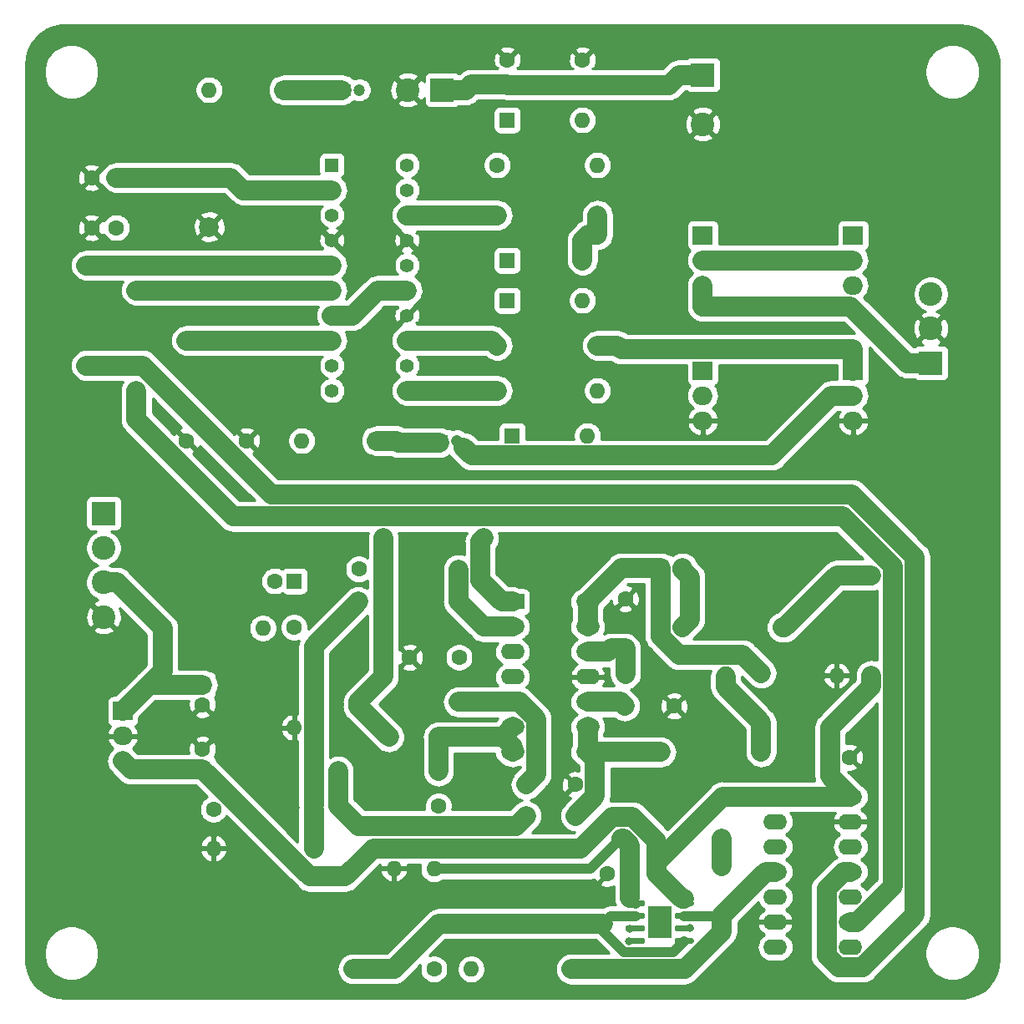
<source format=gtl>
G04 #@! TF.GenerationSoftware,KiCad,Pcbnew,(5.1.10-1-10_14)*
G04 #@! TF.CreationDate,2021-09-13T20:56:39+12:00*
G04 #@! TF.ProjectId,joint_pcb,6a6f696e-745f-4706-9362-2e6b69636164,rev?*
G04 #@! TF.SameCoordinates,Original*
G04 #@! TF.FileFunction,Copper,L1,Top*
G04 #@! TF.FilePolarity,Positive*
%FSLAX46Y46*%
G04 Gerber Fmt 4.6, Leading zero omitted, Abs format (unit mm)*
G04 Created by KiCad (PCBNEW (5.1.10-1-10_14)) date 2021-09-13 20:56:39*
%MOMM*%
%LPD*%
G01*
G04 APERTURE LIST*
G04 #@! TA.AperFunction,SMDPad,CuDef*
%ADD10R,2.410000X3.300000*%
G04 #@! TD*
G04 #@! TA.AperFunction,ComponentPad*
%ADD11C,1.600000*%
G04 #@! TD*
G04 #@! TA.AperFunction,ComponentPad*
%ADD12R,1.600000X1.600000*%
G04 #@! TD*
G04 #@! TA.AperFunction,ComponentPad*
%ADD13R,2.400000X1.600000*%
G04 #@! TD*
G04 #@! TA.AperFunction,ComponentPad*
%ADD14O,2.400000X1.600000*%
G04 #@! TD*
G04 #@! TA.AperFunction,ComponentPad*
%ADD15R,2.000000X1.905000*%
G04 #@! TD*
G04 #@! TA.AperFunction,ComponentPad*
%ADD16O,2.000000X1.905000*%
G04 #@! TD*
G04 #@! TA.AperFunction,ComponentPad*
%ADD17O,1.600000X1.600000*%
G04 #@! TD*
G04 #@! TA.AperFunction,ComponentPad*
%ADD18C,2.400000*%
G04 #@! TD*
G04 #@! TA.AperFunction,ComponentPad*
%ADD19R,2.400000X2.400000*%
G04 #@! TD*
G04 #@! TA.AperFunction,ComponentPad*
%ADD20C,1.200000*%
G04 #@! TD*
G04 #@! TA.AperFunction,ComponentPad*
%ADD21R,1.200000X1.200000*%
G04 #@! TD*
G04 #@! TA.AperFunction,ComponentPad*
%ADD22C,2.000000*%
G04 #@! TD*
G04 #@! TA.AperFunction,ComponentPad*
%ADD23R,2.000000X2.000000*%
G04 #@! TD*
G04 #@! TA.AperFunction,ComponentPad*
%ADD24C,1.422400*%
G04 #@! TD*
G04 #@! TA.AperFunction,ComponentPad*
%ADD25R,1.422400X1.422400*%
G04 #@! TD*
G04 #@! TA.AperFunction,ViaPad*
%ADD26C,0.800000*%
G04 #@! TD*
G04 #@! TA.AperFunction,Conductor*
%ADD27C,2.000000*%
G04 #@! TD*
G04 #@! TA.AperFunction,Conductor*
%ADD28C,2.032000*%
G04 #@! TD*
G04 #@! TA.AperFunction,Conductor*
%ADD29C,1.199800*%
G04 #@! TD*
G04 #@! TA.AperFunction,Conductor*
%ADD30C,1.000000*%
G04 #@! TD*
G04 #@! TA.AperFunction,Conductor*
%ADD31C,0.254000*%
G04 #@! TD*
G04 #@! TA.AperFunction,Conductor*
%ADD32C,0.100000*%
G04 #@! TD*
G04 APERTURE END LIST*
D10*
X117297200Y-136448800D03*
G04 #@! TA.AperFunction,SMDPad,CuDef*
G36*
G01*
X118797200Y-134693800D02*
X118797200Y-134393800D01*
G75*
G02*
X118947200Y-134243800I150000J0D01*
G01*
X120597200Y-134243800D01*
G75*
G02*
X120747200Y-134393800I0J-150000D01*
G01*
X120747200Y-134693800D01*
G75*
G02*
X120597200Y-134843800I-150000J0D01*
G01*
X118947200Y-134843800D01*
G75*
G02*
X118797200Y-134693800I0J150000D01*
G01*
G37*
G04 #@! TD.AperFunction*
G04 #@! TA.AperFunction,SMDPad,CuDef*
G36*
G01*
X118797200Y-135963800D02*
X118797200Y-135663800D01*
G75*
G02*
X118947200Y-135513800I150000J0D01*
G01*
X120597200Y-135513800D01*
G75*
G02*
X120747200Y-135663800I0J-150000D01*
G01*
X120747200Y-135963800D01*
G75*
G02*
X120597200Y-136113800I-150000J0D01*
G01*
X118947200Y-136113800D01*
G75*
G02*
X118797200Y-135963800I0J150000D01*
G01*
G37*
G04 #@! TD.AperFunction*
G04 #@! TA.AperFunction,SMDPad,CuDef*
G36*
G01*
X118797200Y-137233800D02*
X118797200Y-136933800D01*
G75*
G02*
X118947200Y-136783800I150000J0D01*
G01*
X120597200Y-136783800D01*
G75*
G02*
X120747200Y-136933800I0J-150000D01*
G01*
X120747200Y-137233800D01*
G75*
G02*
X120597200Y-137383800I-150000J0D01*
G01*
X118947200Y-137383800D01*
G75*
G02*
X118797200Y-137233800I0J150000D01*
G01*
G37*
G04 #@! TD.AperFunction*
G04 #@! TA.AperFunction,SMDPad,CuDef*
G36*
G01*
X118797200Y-138503800D02*
X118797200Y-138203800D01*
G75*
G02*
X118947200Y-138053800I150000J0D01*
G01*
X120597200Y-138053800D01*
G75*
G02*
X120747200Y-138203800I0J-150000D01*
G01*
X120747200Y-138503800D01*
G75*
G02*
X120597200Y-138653800I-150000J0D01*
G01*
X118947200Y-138653800D01*
G75*
G02*
X118797200Y-138503800I0J150000D01*
G01*
G37*
G04 #@! TD.AperFunction*
G04 #@! TA.AperFunction,SMDPad,CuDef*
G36*
G01*
X113847200Y-138503800D02*
X113847200Y-138203800D01*
G75*
G02*
X113997200Y-138053800I150000J0D01*
G01*
X115647200Y-138053800D01*
G75*
G02*
X115797200Y-138203800I0J-150000D01*
G01*
X115797200Y-138503800D01*
G75*
G02*
X115647200Y-138653800I-150000J0D01*
G01*
X113997200Y-138653800D01*
G75*
G02*
X113847200Y-138503800I0J150000D01*
G01*
G37*
G04 #@! TD.AperFunction*
G04 #@! TA.AperFunction,SMDPad,CuDef*
G36*
G01*
X113847200Y-137233800D02*
X113847200Y-136933800D01*
G75*
G02*
X113997200Y-136783800I150000J0D01*
G01*
X115647200Y-136783800D01*
G75*
G02*
X115797200Y-136933800I0J-150000D01*
G01*
X115797200Y-137233800D01*
G75*
G02*
X115647200Y-137383800I-150000J0D01*
G01*
X113997200Y-137383800D01*
G75*
G02*
X113847200Y-137233800I0J150000D01*
G01*
G37*
G04 #@! TD.AperFunction*
G04 #@! TA.AperFunction,SMDPad,CuDef*
G36*
G01*
X113847200Y-135963800D02*
X113847200Y-135663800D01*
G75*
G02*
X113997200Y-135513800I150000J0D01*
G01*
X115647200Y-135513800D01*
G75*
G02*
X115797200Y-135663800I0J-150000D01*
G01*
X115797200Y-135963800D01*
G75*
G02*
X115647200Y-136113800I-150000J0D01*
G01*
X113997200Y-136113800D01*
G75*
G02*
X113847200Y-135963800I0J150000D01*
G01*
G37*
G04 #@! TD.AperFunction*
G04 #@! TA.AperFunction,SMDPad,CuDef*
G36*
G01*
X113847200Y-134693800D02*
X113847200Y-134393800D01*
G75*
G02*
X113997200Y-134243800I150000J0D01*
G01*
X115647200Y-134243800D01*
G75*
G02*
X115797200Y-134393800I0J-150000D01*
G01*
X115797200Y-134693800D01*
G75*
G02*
X115647200Y-134843800I-150000J0D01*
G01*
X113997200Y-134843800D01*
G75*
G02*
X113847200Y-134693800I0J150000D01*
G01*
G37*
G04 #@! TD.AperFunction*
D11*
X89839800Y-117678200D03*
X94839800Y-117678200D03*
X103759000Y-125653800D03*
X108759000Y-125653800D03*
X127584200Y-116205000D03*
X127584200Y-111205000D03*
D12*
X80264000Y-101854000D03*
D11*
X78264000Y-101854000D03*
X119398800Y-100533200D03*
D12*
X117398800Y-100533200D03*
X70942200Y-112395000D03*
D11*
X70942200Y-114395000D03*
X70942200Y-118929400D03*
D12*
X70942200Y-120929400D03*
D11*
X136550400Y-119731800D03*
X136550400Y-114731800D03*
D13*
X129006600Y-123723400D03*
D14*
X136626600Y-138963400D03*
X129006600Y-126263400D03*
X136626600Y-136423400D03*
X129006600Y-128803400D03*
X136626600Y-133883400D03*
X129006600Y-131343400D03*
X136626600Y-131343400D03*
X129006600Y-133883400D03*
X136626600Y-128803400D03*
X129006600Y-136423400D03*
X136626600Y-126263400D03*
X129006600Y-138963400D03*
X136626600Y-123723400D03*
X110007400Y-103962200D03*
X102387400Y-119202200D03*
X110007400Y-106502200D03*
X102387400Y-116662200D03*
X110007400Y-109042200D03*
X102387400Y-114122200D03*
X110007400Y-111582200D03*
X102387400Y-111582200D03*
X110007400Y-114122200D03*
X102387400Y-109042200D03*
X110007400Y-116662200D03*
X102387400Y-106502200D03*
X110007400Y-119202200D03*
D13*
X102387400Y-103962200D03*
D15*
X62865000Y-115036600D03*
D16*
X62865000Y-117576600D03*
X62865000Y-120116600D03*
D17*
X129717800Y-106553000D03*
D11*
X119557800Y-106553000D03*
D17*
X99441000Y-97510600D03*
D11*
X89281000Y-97510600D03*
D17*
X96951800Y-100660200D03*
D11*
X86791800Y-100660200D03*
X86741000Y-103962200D03*
D17*
X96901000Y-103962200D03*
D11*
X113817400Y-111328200D03*
D17*
X123977400Y-111328200D03*
D11*
X103737400Y-122504200D03*
X108737400Y-122504200D03*
X113745000Y-114528600D03*
X118745000Y-114528600D03*
X113817400Y-103657400D03*
X113817400Y-108657400D03*
X123596400Y-135788400D03*
X123596400Y-130788400D03*
D17*
X77063600Y-106629200D03*
D11*
X66903600Y-106629200D03*
X96901000Y-114122200D03*
D17*
X86741000Y-114122200D03*
D11*
X80238600Y-106553000D03*
D17*
X80238600Y-116713000D03*
X138734800Y-101269800D03*
D11*
X138734800Y-111429800D03*
D17*
X94869000Y-121132600D03*
D11*
X84709000Y-121132600D03*
X94869000Y-124663200D03*
D17*
X84709000Y-124663200D03*
D11*
X127584200Y-119202200D03*
D17*
X117424200Y-119202200D03*
X135229600Y-111429800D03*
D11*
X135229600Y-101269800D03*
X123596400Y-127762000D03*
D17*
X113436400Y-127762000D03*
D11*
X94411800Y-141198600D03*
D17*
X94411800Y-131038600D03*
X98196400Y-141198600D03*
D11*
X108356400Y-141198600D03*
D17*
X86233000Y-141173200D03*
D11*
X86233000Y-131013200D03*
X90347800Y-141147800D03*
D17*
X90347800Y-130987800D03*
X82228001Y-124994401D03*
D11*
X72068001Y-124994401D03*
X82219800Y-128955800D03*
D17*
X72059800Y-128955800D03*
D11*
X96951800Y-109601000D03*
X91951800Y-109601000D03*
X117014000Y-131521200D03*
X112014000Y-131521200D03*
D18*
X60934600Y-105496000D03*
X60934600Y-101996000D03*
X60934600Y-98496000D03*
D19*
X60934600Y-94996000D03*
D18*
X91750000Y-52070000D03*
D19*
X95250000Y-52070000D03*
D18*
X144780000Y-72756000D03*
X144780000Y-76256000D03*
D19*
X144780000Y-79756000D03*
D17*
X110998000Y-82550000D03*
D11*
X100838000Y-82550000D03*
D17*
X110998000Y-77978000D03*
D11*
X100838000Y-77978000D03*
D17*
X110998000Y-64770000D03*
D11*
X100838000Y-64770000D03*
D17*
X110998000Y-59690000D03*
D11*
X100838000Y-59690000D03*
D17*
X69342000Y-77470000D03*
D11*
X69342000Y-87630000D03*
D17*
X75438000Y-77470000D03*
D11*
X75438000Y-87630000D03*
D17*
X64262000Y-82550000D03*
D11*
X64262000Y-72390000D03*
D17*
X59182000Y-80010000D03*
D11*
X59182000Y-69850000D03*
D16*
X136906000Y-85598000D03*
X136906000Y-83058000D03*
D15*
X136906000Y-80518000D03*
D16*
X136906000Y-71882000D03*
X136906000Y-69342000D03*
D15*
X136906000Y-66802000D03*
D16*
X121666000Y-85598000D03*
X121666000Y-83058000D03*
D15*
X121666000Y-80518000D03*
D16*
X121666000Y-71882000D03*
X121666000Y-69342000D03*
D15*
X121666000Y-66802000D03*
D17*
X109982000Y-87122000D03*
D12*
X102362000Y-87122000D03*
D17*
X109474000Y-73406000D03*
D12*
X101854000Y-73406000D03*
D17*
X109474000Y-69342000D03*
D12*
X101854000Y-69342000D03*
D17*
X109474000Y-55118000D03*
D12*
X101854000Y-55118000D03*
D17*
X71628000Y-52070000D03*
D12*
X79248000Y-52070000D03*
D17*
X81026000Y-87630000D03*
D12*
X88646000Y-87630000D03*
D11*
X109474000Y-49062000D03*
X109474000Y-51562000D03*
X101854000Y-49022000D03*
X101854000Y-51522000D03*
D18*
X121666000Y-55546000D03*
D19*
X121666000Y-50546000D03*
D20*
X86868000Y-52070000D03*
D21*
X85368000Y-52070000D03*
D20*
X96750000Y-87630000D03*
D21*
X95250000Y-87630000D03*
D22*
X71628000Y-65960000D03*
D23*
X71628000Y-60960000D03*
D11*
X59730000Y-60960000D03*
X62230000Y-60960000D03*
X59730000Y-66040000D03*
X62230000Y-66040000D03*
D24*
X91694000Y-59690000D03*
X91694000Y-62230000D03*
X91694000Y-64770000D03*
X91694000Y-67310000D03*
X91694000Y-69850000D03*
X91694000Y-72390000D03*
X91694000Y-74930000D03*
X91694000Y-77470000D03*
X91694000Y-80010000D03*
X91694000Y-82550000D03*
X84074000Y-82550000D03*
X84074000Y-80010000D03*
X84074000Y-77470000D03*
X84074000Y-74930000D03*
X84074000Y-72390000D03*
X84074000Y-69850000D03*
X84074000Y-67310000D03*
X84074000Y-64770000D03*
X84074000Y-62230000D03*
D25*
X84074000Y-59690000D03*
D26*
X114198400Y-138379200D03*
X120396000Y-137058400D03*
X114223800Y-137083800D03*
D27*
X94869000Y-117707400D02*
X94839800Y-117678200D01*
X101371400Y-117678200D02*
X102387400Y-116662200D01*
X94839800Y-117678200D02*
X101371400Y-117678200D01*
X102387400Y-118694200D02*
X101371400Y-117678200D01*
X102387400Y-119202200D02*
X102387400Y-118694200D01*
X94869000Y-121132600D02*
X94869000Y-117707400D01*
X65506601Y-112394999D02*
X70942200Y-112394999D01*
X62865000Y-115036600D02*
X65506601Y-112394999D01*
X66903600Y-110998000D02*
X62865000Y-115036600D01*
X66903600Y-106629200D02*
X66903600Y-110998000D01*
D28*
X62270400Y-101996000D02*
X66903600Y-106629200D01*
X60934600Y-101996000D02*
X62270400Y-101996000D01*
D27*
X62230000Y-60960000D02*
X71628000Y-60960000D01*
X84074000Y-74930000D02*
X86195300Y-74930000D01*
X86195300Y-74930000D02*
X88735300Y-72390000D01*
X88735300Y-72390000D02*
X91694000Y-72390000D01*
X71628000Y-60960000D02*
X73828300Y-60960000D01*
X84074000Y-62230000D02*
X75098300Y-62230000D01*
X75098300Y-62230000D02*
X73828300Y-60960000D01*
X117014000Y-131521200D02*
X119581190Y-134088390D01*
X119581190Y-134088390D02*
X119772200Y-134088390D01*
X63677800Y-120929400D02*
X70942200Y-120929400D01*
X62865000Y-120116600D02*
X63677800Y-120929400D01*
X129006600Y-123723400D02*
X136626600Y-123723400D01*
X117014000Y-130389830D02*
X117014000Y-131521200D01*
X123680430Y-123723400D02*
X117014000Y-130389830D01*
X129006600Y-123723400D02*
X123680430Y-123723400D01*
X112525127Y-125761999D02*
X114547682Y-125761999D01*
X109299327Y-128987799D02*
X112525127Y-125761999D01*
X114547682Y-125761999D02*
X117014000Y-128228317D01*
X88258401Y-128987799D02*
X109299327Y-128987799D01*
X117014000Y-128228317D02*
X117014000Y-131521200D01*
X86233000Y-131013200D02*
X88258401Y-128987799D01*
X81825999Y-131813199D02*
X85433001Y-131813199D01*
X85433001Y-131813199D02*
X86233000Y-131013200D01*
X70942200Y-120929400D02*
X81825999Y-131813199D01*
X138734800Y-112547400D02*
X136550400Y-114731800D01*
X138734800Y-111429800D02*
X138734800Y-112547400D01*
X134550399Y-121647199D02*
X136626600Y-123723400D01*
X134550399Y-116731801D02*
X134550399Y-121647199D01*
X136550400Y-114731800D02*
X134550399Y-116731801D01*
X88646000Y-87630000D02*
X90646300Y-87630000D01*
X94949600Y-87830200D02*
X90846500Y-87830200D01*
X90846500Y-87830200D02*
X90646300Y-87630000D01*
D29*
X94949600Y-87830200D02*
X95149800Y-87630000D01*
X95149800Y-87630000D02*
X95250000Y-87630000D01*
D27*
X96901000Y-114122200D02*
X102387400Y-114122200D01*
X104787410Y-115833769D02*
X103075841Y-114122200D01*
X104787410Y-121454190D02*
X104787410Y-115833769D01*
X103075841Y-114122200D02*
X102387400Y-114122200D01*
X103737400Y-122504200D02*
X104787410Y-121454190D01*
X113338600Y-114122200D02*
X113745000Y-114528600D01*
X110007400Y-114122200D02*
X113338600Y-114122200D01*
X112379390Y-108702210D02*
X113817400Y-108702210D01*
X112039400Y-109042200D02*
X112379390Y-108702210D01*
X110007400Y-109042200D02*
X112039400Y-109042200D01*
X111531400Y-109042200D02*
X110007400Y-109042200D01*
X113817400Y-111328200D02*
X113817400Y-108702210D01*
X86233000Y-141173200D02*
X90322400Y-141173200D01*
X90347800Y-141147800D02*
X94908860Y-136586740D01*
X94908860Y-136586740D02*
X111545860Y-136586740D01*
D30*
X112318800Y-135813800D02*
X111545860Y-136586740D01*
X114822200Y-135813800D02*
X112318800Y-135813800D01*
X118646799Y-139479201D02*
X119772200Y-138353800D01*
X113670399Y-139479201D02*
X118646799Y-139479201D01*
X111545860Y-137354662D02*
X113670399Y-139479201D01*
X111545860Y-136586740D02*
X111545860Y-137354662D01*
D27*
X135229600Y-101269800D02*
X138734800Y-101269800D01*
X129946400Y-106553000D02*
X135229600Y-101269800D01*
X129717800Y-106553000D02*
X129946400Y-106553000D01*
X82238601Y-124577401D02*
X82238601Y-108464599D01*
X82238601Y-108464599D02*
X86741000Y-103962200D01*
X82228001Y-128947599D02*
X82219800Y-128955800D01*
X82228001Y-124994401D02*
X82228001Y-128947599D01*
X86741000Y-114579400D02*
X89839800Y-117678200D01*
X86741000Y-114122200D02*
X86741000Y-114579400D01*
X89281000Y-111582200D02*
X89281000Y-97510600D01*
X86741000Y-114122200D02*
X89281000Y-111582200D01*
X110737401Y-119932201D02*
X110007400Y-119202200D01*
X110737401Y-123675399D02*
X110737401Y-119932201D01*
X108759000Y-125653800D02*
X110737401Y-123675399D01*
X110007400Y-116662200D02*
X110007400Y-119202200D01*
X110007400Y-119202200D02*
X117424200Y-119202200D01*
X110007400Y-103962200D02*
X110007400Y-106502200D01*
X113436400Y-100533200D02*
X117398800Y-100533200D01*
X110007400Y-103962200D02*
X113436400Y-100533200D01*
X125707399Y-109328199D02*
X127584200Y-111205000D01*
X117357792Y-107464274D02*
X119221717Y-109328199D01*
X117357792Y-100574208D02*
X117357792Y-107464274D01*
X119221717Y-109328199D02*
X125707399Y-109328199D01*
X117398800Y-100533200D02*
X117357792Y-100574208D01*
X127584200Y-116205000D02*
X127584200Y-119202200D01*
X123977400Y-112598200D02*
X123977400Y-111528209D01*
X127584200Y-116205000D02*
X123977400Y-112598200D01*
D30*
X123571000Y-135813800D02*
X123596400Y-135788400D01*
X119772200Y-135813800D02*
X123571000Y-135813800D01*
D27*
X128041400Y-131343400D02*
X129006600Y-131343400D01*
X123596400Y-135788400D02*
X128041400Y-131343400D01*
X123596400Y-137413804D02*
X123596400Y-135788400D01*
X119811604Y-141198600D02*
X123596400Y-137413804D01*
X108356400Y-141198600D02*
X119811604Y-141198600D01*
X123596400Y-130788400D02*
X123596400Y-127962009D01*
D30*
X114288800Y-134010400D02*
X114822200Y-134543800D01*
D27*
X113636409Y-127962009D02*
X113436400Y-127962009D01*
X114288800Y-128614400D02*
X113636409Y-127962009D01*
X114288800Y-134010400D02*
X114288800Y-128614400D01*
D30*
X113436400Y-127878798D02*
X113436400Y-127762000D01*
X110276598Y-131038600D02*
X113436400Y-127878798D01*
X94411800Y-131038600D02*
X110276598Y-131038600D01*
D28*
X113858262Y-93094580D02*
X136804774Y-93094580D01*
X135391542Y-140979410D02*
X134210590Y-139798458D01*
X134210590Y-139798458D02*
X134210590Y-133048342D01*
X134210590Y-133048342D02*
X135915532Y-131343400D01*
X137861658Y-140979410D02*
X135391542Y-140979410D01*
X143150820Y-99440626D02*
X143150820Y-135690248D01*
X135915532Y-131343400D02*
X136626600Y-131343400D01*
X136804774Y-93094580D02*
X143150820Y-99440626D01*
X143150820Y-135690248D02*
X137861658Y-140979410D01*
D27*
X113858262Y-93094580D02*
X77917863Y-93094580D01*
D28*
X77917863Y-93049325D02*
X77917863Y-93078580D01*
X64878538Y-80010000D02*
X77917863Y-93049325D01*
X59182000Y-80010000D02*
X64878538Y-80010000D01*
D27*
X140934810Y-100358527D02*
X135886873Y-95310590D01*
X140934810Y-132803631D02*
X140934810Y-100358527D01*
X137315041Y-136423400D02*
X140934810Y-132803631D01*
X136626600Y-136423400D02*
X137315041Y-136423400D01*
X135886873Y-95310590D02*
X77809990Y-95310590D01*
D28*
X77787362Y-95310590D02*
X77809990Y-95310590D01*
D27*
X77787362Y-95310590D02*
X74062588Y-95310590D01*
D28*
X64262000Y-85510002D02*
X64262000Y-82550000D01*
X74062588Y-95310590D02*
X64262000Y-85510002D01*
D27*
X84709000Y-121132600D02*
X84709000Y-124663200D01*
X102749599Y-126663201D02*
X103759000Y-125653800D01*
X86709001Y-126663201D02*
X102749599Y-126663201D01*
X84709000Y-124663200D02*
X86709001Y-126663201D01*
D30*
X119551200Y-106546400D02*
X119557800Y-106553000D01*
D27*
X120357799Y-101492199D02*
X119598810Y-100733210D01*
X120357799Y-105753001D02*
X120357799Y-101492199D01*
X119598810Y-100733210D02*
X119598810Y-100533200D01*
X119557800Y-106553000D02*
X120357799Y-105753001D01*
X99101010Y-101793410D02*
X99101010Y-97850590D01*
X101269800Y-103962200D02*
X99101010Y-101793410D01*
X99101010Y-97850590D02*
X99441000Y-97510600D01*
X102387400Y-103962200D02*
X101269800Y-103962200D01*
X96901000Y-103962200D02*
X96901000Y-100711000D01*
X99441000Y-106502200D02*
X96901000Y-103962200D01*
X102387400Y-106502200D02*
X99441000Y-106502200D01*
X136906000Y-83058000D02*
X134705700Y-83058000D01*
D29*
X97448900Y-88328900D02*
X96750000Y-87630000D01*
D27*
X134705700Y-83058000D02*
X128641300Y-89122400D01*
X128641300Y-89122400D02*
X98242400Y-89122400D01*
X98242400Y-89122400D02*
X97448900Y-88328900D01*
X121666000Y-71882000D02*
X121666000Y-74034800D01*
X144780000Y-79756000D02*
X142379700Y-79756000D01*
X142379700Y-79756000D02*
X136658500Y-74034800D01*
X136658500Y-74034800D02*
X121666000Y-74034800D01*
X85067600Y-52070000D02*
X79248000Y-52070000D01*
D29*
X85067600Y-52070000D02*
X85368000Y-52070000D01*
D27*
X121666000Y-69342000D02*
X136906000Y-69342000D01*
X109474000Y-51562000D02*
X101894000Y-51562000D01*
X101894000Y-51562000D02*
X101854000Y-51522000D01*
X119265700Y-50546000D02*
X118249700Y-51562000D01*
X118249700Y-51562000D02*
X109474000Y-51562000D01*
X95250000Y-52070000D02*
X97650300Y-52070000D01*
X101854000Y-51522000D02*
X98198300Y-51522000D01*
X98198300Y-51522000D02*
X97650300Y-52070000D01*
X121666000Y-50546000D02*
X119265700Y-50546000D01*
X110998000Y-64770000D02*
X110998000Y-66770300D01*
X109474000Y-69342000D02*
X109474000Y-67341700D01*
X109474000Y-67341700D02*
X110045400Y-66770300D01*
X110045400Y-66770300D02*
X110998000Y-66770300D01*
X91694000Y-64770000D02*
X100838000Y-64770000D01*
X110998000Y-77978000D02*
X112998300Y-77978000D01*
X136906000Y-80518000D02*
X136906000Y-78365200D01*
X136906000Y-78365200D02*
X113385500Y-78365200D01*
X113385500Y-78365200D02*
X112998300Y-77978000D01*
X91694000Y-77470000D02*
X100330000Y-77470000D01*
X100330000Y-77470000D02*
X100838000Y-77978000D01*
X91694000Y-82550000D02*
X100838000Y-82550000D01*
X84074000Y-69850000D02*
X59182000Y-69850000D01*
X84074000Y-72390000D02*
X64262000Y-72390000D01*
X75438000Y-77470000D02*
X69342000Y-77470000D01*
X84074000Y-77470000D02*
X75438000Y-77470000D01*
D31*
X148440857Y-45580691D02*
X149138341Y-45777402D01*
X149788302Y-46097927D01*
X150368972Y-46531533D01*
X150860896Y-47063695D01*
X151247604Y-47676591D01*
X151516145Y-48349694D01*
X151660071Y-49073255D01*
X151682001Y-49491711D01*
X151682000Y-140172944D01*
X151612909Y-140924853D01*
X151416198Y-141622341D01*
X151095670Y-142272307D01*
X150662067Y-142852972D01*
X150129908Y-143344895D01*
X149517010Y-143731604D01*
X148843906Y-144000145D01*
X148120338Y-144144072D01*
X147701909Y-144166000D01*
X57020656Y-144166000D01*
X56268747Y-144096909D01*
X55571259Y-143900198D01*
X54921293Y-143579670D01*
X54340628Y-143146067D01*
X53848705Y-142613908D01*
X53461996Y-142001010D01*
X53193455Y-141327906D01*
X53049528Y-140604338D01*
X53027600Y-140185909D01*
X53027600Y-139324101D01*
X54873000Y-139324101D01*
X54873000Y-139872699D01*
X54980026Y-140410754D01*
X55189965Y-140917592D01*
X55494750Y-141373734D01*
X55882666Y-141761650D01*
X56338808Y-142066435D01*
X56845646Y-142276374D01*
X57383701Y-142383400D01*
X57932299Y-142383400D01*
X58470354Y-142276374D01*
X58977192Y-142066435D01*
X59433334Y-141761650D01*
X59821250Y-141373734D01*
X60126035Y-140917592D01*
X60335974Y-140410754D01*
X60443000Y-139872699D01*
X60443000Y-139324101D01*
X60335974Y-138786046D01*
X60126035Y-138279208D01*
X59821250Y-137823066D01*
X59433334Y-137435150D01*
X58977192Y-137130365D01*
X58470354Y-136920426D01*
X57932299Y-136813400D01*
X57383701Y-136813400D01*
X56845646Y-136920426D01*
X56338808Y-137130365D01*
X55882666Y-137435150D01*
X55494750Y-137823066D01*
X55189965Y-138279208D01*
X54980026Y-138786046D01*
X54873000Y-139324101D01*
X53027600Y-139324101D01*
X53027600Y-129304839D01*
X70667896Y-129304839D01*
X70708554Y-129438887D01*
X70828763Y-129693220D01*
X70996281Y-129919214D01*
X71204669Y-130108185D01*
X71445919Y-130252870D01*
X71710760Y-130347709D01*
X71932800Y-130226424D01*
X71932800Y-129082800D01*
X72186800Y-129082800D01*
X72186800Y-130226424D01*
X72408840Y-130347709D01*
X72673681Y-130252870D01*
X72914931Y-130108185D01*
X73123319Y-129919214D01*
X73290837Y-129693220D01*
X73411046Y-129438887D01*
X73451704Y-129304839D01*
X73329715Y-129082800D01*
X72186800Y-129082800D01*
X71932800Y-129082800D01*
X70789885Y-129082800D01*
X70667896Y-129304839D01*
X53027600Y-129304839D01*
X53027600Y-128606761D01*
X70667896Y-128606761D01*
X70789885Y-128828800D01*
X71932800Y-128828800D01*
X71932800Y-127685176D01*
X72186800Y-127685176D01*
X72186800Y-128828800D01*
X73329715Y-128828800D01*
X73451704Y-128606761D01*
X73411046Y-128472713D01*
X73290837Y-128218380D01*
X73123319Y-127992386D01*
X72914931Y-127803415D01*
X72673681Y-127658730D01*
X72408840Y-127563891D01*
X72186800Y-127685176D01*
X71932800Y-127685176D01*
X71710760Y-127563891D01*
X71445919Y-127658730D01*
X71204669Y-127803415D01*
X70996281Y-127992386D01*
X70828763Y-128218380D01*
X70708554Y-128472713D01*
X70667896Y-128606761D01*
X53027600Y-128606761D01*
X53027600Y-106773980D01*
X59836226Y-106773980D01*
X59956114Y-107058836D01*
X60279810Y-107219699D01*
X60628669Y-107314322D01*
X60989284Y-107339067D01*
X61347798Y-107292985D01*
X61690433Y-107177846D01*
X61913086Y-107058836D01*
X62032974Y-106773980D01*
X60934600Y-105675605D01*
X59836226Y-106773980D01*
X53027600Y-106773980D01*
X53027600Y-105550684D01*
X59091533Y-105550684D01*
X59137615Y-105909198D01*
X59252754Y-106251833D01*
X59371764Y-106474486D01*
X59656620Y-106594374D01*
X60754995Y-105496000D01*
X59656620Y-104397626D01*
X59371764Y-104517514D01*
X59210901Y-104841210D01*
X59116278Y-105190069D01*
X59091533Y-105550684D01*
X53027600Y-105550684D01*
X53027600Y-93796000D01*
X59096528Y-93796000D01*
X59096528Y-96196000D01*
X59108788Y-96320482D01*
X59145098Y-96440180D01*
X59204063Y-96550494D01*
X59283415Y-96647185D01*
X59380106Y-96726537D01*
X59490420Y-96785502D01*
X59610118Y-96821812D01*
X59734600Y-96834072D01*
X60151762Y-96834072D01*
X60065401Y-96869844D01*
X59764856Y-97070662D01*
X59509262Y-97326256D01*
X59308444Y-97626801D01*
X59170118Y-97960750D01*
X59099600Y-98315268D01*
X59099600Y-98676732D01*
X59170118Y-99031250D01*
X59308444Y-99365199D01*
X59509262Y-99665744D01*
X59764856Y-99921338D01*
X60065401Y-100122156D01*
X60364387Y-100246000D01*
X60065401Y-100369844D01*
X59764856Y-100570662D01*
X59509262Y-100826256D01*
X59308444Y-101126801D01*
X59170118Y-101460750D01*
X59099600Y-101815268D01*
X59099600Y-102176732D01*
X59170118Y-102531250D01*
X59308444Y-102865199D01*
X59509262Y-103165744D01*
X59764856Y-103421338D01*
X60065401Y-103622156D01*
X60372089Y-103749190D01*
X60178767Y-103814154D01*
X59956114Y-103933164D01*
X59836226Y-104218020D01*
X60934600Y-105316395D01*
X60948742Y-105302252D01*
X61128348Y-105481858D01*
X61114205Y-105496000D01*
X62212580Y-106594374D01*
X62497436Y-106474486D01*
X62658299Y-106150790D01*
X62752922Y-105801931D01*
X62777667Y-105441316D01*
X62731585Y-105082802D01*
X62616446Y-104740167D01*
X62543813Y-104604279D01*
X65268600Y-107329067D01*
X65268601Y-110320760D01*
X64407284Y-111182077D01*
X64344887Y-111233285D01*
X64293681Y-111295680D01*
X63018332Y-112571030D01*
X62143334Y-113446028D01*
X61865000Y-113446028D01*
X61740518Y-113458288D01*
X61620820Y-113494598D01*
X61510506Y-113553563D01*
X61413815Y-113632915D01*
X61334463Y-113729606D01*
X61275498Y-113839920D01*
X61239188Y-113959618D01*
X61226928Y-114084100D01*
X61226928Y-114987470D01*
X61222089Y-115036600D01*
X61226928Y-115085730D01*
X61226928Y-115989100D01*
X61239188Y-116113582D01*
X61275498Y-116233280D01*
X61334463Y-116343594D01*
X61413815Y-116440285D01*
X61510506Y-116519637D01*
X61602219Y-116568659D01*
X61489031Y-116709677D01*
X61345429Y-116985506D01*
X61274437Y-117203620D01*
X61394406Y-117449600D01*
X62738000Y-117449600D01*
X62738000Y-117429600D01*
X62992000Y-117429600D01*
X62992000Y-117449600D01*
X64335594Y-117449600D01*
X64455563Y-117203620D01*
X64409482Y-117062040D01*
X78846691Y-117062040D01*
X78941530Y-117326881D01*
X79086215Y-117568131D01*
X79275186Y-117776519D01*
X79501180Y-117944037D01*
X79755513Y-118064246D01*
X79889561Y-118104904D01*
X80111600Y-117982915D01*
X80111600Y-116840000D01*
X78967976Y-116840000D01*
X78846691Y-117062040D01*
X64409482Y-117062040D01*
X64384571Y-116985506D01*
X64240969Y-116709677D01*
X64127781Y-116568659D01*
X64219494Y-116519637D01*
X64316185Y-116440285D01*
X64378823Y-116363960D01*
X78846691Y-116363960D01*
X78967976Y-116586000D01*
X80111600Y-116586000D01*
X80111600Y-115443085D01*
X79889561Y-115321096D01*
X79755513Y-115361754D01*
X79501180Y-115481963D01*
X79275186Y-115649481D01*
X79086215Y-115857869D01*
X78941530Y-116099119D01*
X78846691Y-116363960D01*
X64378823Y-116363960D01*
X64395537Y-116343594D01*
X64454502Y-116233280D01*
X64490812Y-116113582D01*
X64503072Y-115989100D01*
X64503072Y-115710766D01*
X64826136Y-115387702D01*
X70129103Y-115387702D01*
X70200686Y-115631671D01*
X70456196Y-115752571D01*
X70730384Y-115821300D01*
X71012712Y-115835217D01*
X71292330Y-115793787D01*
X71558492Y-115698603D01*
X71683714Y-115631671D01*
X71755297Y-115387702D01*
X70942200Y-114574605D01*
X70129103Y-115387702D01*
X64826136Y-115387702D01*
X66183840Y-114029999D01*
X69554298Y-114029999D01*
X69515900Y-114183184D01*
X69501983Y-114465512D01*
X69543413Y-114745130D01*
X69638597Y-115011292D01*
X69705529Y-115136514D01*
X69949498Y-115208097D01*
X70762595Y-114395000D01*
X70748453Y-114380858D01*
X70928058Y-114201253D01*
X70942200Y-114215395D01*
X70956343Y-114201253D01*
X71135948Y-114380858D01*
X71121805Y-114395000D01*
X71934902Y-115208097D01*
X72178871Y-115136514D01*
X72299771Y-114881004D01*
X72368500Y-114606816D01*
X72382417Y-114324488D01*
X72340987Y-114044870D01*
X72245803Y-113778708D01*
X72180584Y-113656691D01*
X72193385Y-113646185D01*
X72272737Y-113549494D01*
X72331702Y-113439180D01*
X72368012Y-113319482D01*
X72380272Y-113195000D01*
X72380272Y-113172972D01*
X72460052Y-113023714D01*
X72553543Y-112715515D01*
X72585111Y-112394999D01*
X72553543Y-112074483D01*
X72460052Y-111766284D01*
X72380272Y-111617026D01*
X72380272Y-111595000D01*
X72368012Y-111470518D01*
X72331702Y-111350820D01*
X72272737Y-111240506D01*
X72193385Y-111143815D01*
X72096694Y-111064463D01*
X71986380Y-111005498D01*
X71866682Y-110969188D01*
X71742200Y-110956928D01*
X71720175Y-110956928D01*
X71570915Y-110877147D01*
X71262716Y-110783656D01*
X71022522Y-110759999D01*
X68538600Y-110759999D01*
X68538600Y-106872746D01*
X68562588Y-106629199D01*
X68548668Y-106487865D01*
X75628600Y-106487865D01*
X75628600Y-106770535D01*
X75683747Y-107047774D01*
X75791920Y-107308927D01*
X75948963Y-107543959D01*
X76148841Y-107743837D01*
X76383873Y-107900880D01*
X76645026Y-108009053D01*
X76922265Y-108064200D01*
X77204935Y-108064200D01*
X77482174Y-108009053D01*
X77743327Y-107900880D01*
X77978359Y-107743837D01*
X78178237Y-107543959D01*
X78335280Y-107308927D01*
X78443453Y-107047774D01*
X78498600Y-106770535D01*
X78498600Y-106487865D01*
X78443453Y-106210626D01*
X78335280Y-105949473D01*
X78178237Y-105714441D01*
X77978359Y-105514563D01*
X77743327Y-105357520D01*
X77482174Y-105249347D01*
X77204935Y-105194200D01*
X76922265Y-105194200D01*
X76645026Y-105249347D01*
X76383873Y-105357520D01*
X76148841Y-105514563D01*
X75948963Y-105714441D01*
X75791920Y-105949473D01*
X75683747Y-106210626D01*
X75628600Y-106487865D01*
X68548668Y-106487865D01*
X68530710Y-106305547D01*
X68436304Y-105994332D01*
X68282998Y-105707515D01*
X68128382Y-105519115D01*
X64321932Y-101712665D01*
X76829000Y-101712665D01*
X76829000Y-101995335D01*
X76884147Y-102272574D01*
X76992320Y-102533727D01*
X77149363Y-102768759D01*
X77349241Y-102968637D01*
X77584273Y-103125680D01*
X77845426Y-103233853D01*
X78122665Y-103289000D01*
X78405335Y-103289000D01*
X78682574Y-103233853D01*
X78943727Y-103125680D01*
X78999210Y-103088607D01*
X79012815Y-103105185D01*
X79109506Y-103184537D01*
X79219820Y-103243502D01*
X79339518Y-103279812D01*
X79464000Y-103292072D01*
X81064000Y-103292072D01*
X81188482Y-103279812D01*
X81308180Y-103243502D01*
X81418494Y-103184537D01*
X81515185Y-103105185D01*
X81594537Y-103008494D01*
X81653502Y-102898180D01*
X81689812Y-102778482D01*
X81702072Y-102654000D01*
X81702072Y-101054000D01*
X81689812Y-100929518D01*
X81653502Y-100809820D01*
X81594537Y-100699506D01*
X81515185Y-100602815D01*
X81418494Y-100523463D01*
X81308180Y-100464498D01*
X81188482Y-100428188D01*
X81064000Y-100415928D01*
X79464000Y-100415928D01*
X79339518Y-100428188D01*
X79219820Y-100464498D01*
X79109506Y-100523463D01*
X79012815Y-100602815D01*
X78999210Y-100619393D01*
X78943727Y-100582320D01*
X78682574Y-100474147D01*
X78405335Y-100419000D01*
X78122665Y-100419000D01*
X77845426Y-100474147D01*
X77584273Y-100582320D01*
X77349241Y-100739363D01*
X77149363Y-100939241D01*
X76992320Y-101174273D01*
X76884147Y-101435426D01*
X76829000Y-101712665D01*
X64321932Y-101712665D01*
X63495187Y-100885921D01*
X63443482Y-100822918D01*
X63192084Y-100616602D01*
X62905267Y-100463295D01*
X62594053Y-100368889D01*
X62351504Y-100345000D01*
X62351501Y-100345000D01*
X62270400Y-100337012D01*
X62189299Y-100345000D01*
X61743820Y-100345000D01*
X61504813Y-100246000D01*
X61803799Y-100122156D01*
X62104344Y-99921338D01*
X62359938Y-99665744D01*
X62560756Y-99365199D01*
X62699082Y-99031250D01*
X62769600Y-98676732D01*
X62769600Y-98315268D01*
X62699082Y-97960750D01*
X62560756Y-97626801D01*
X62359938Y-97326256D01*
X62104344Y-97070662D01*
X61803799Y-96869844D01*
X61717438Y-96834072D01*
X62134600Y-96834072D01*
X62259082Y-96821812D01*
X62378780Y-96785502D01*
X62489094Y-96726537D01*
X62585785Y-96647185D01*
X62665137Y-96550494D01*
X62724102Y-96440180D01*
X62760412Y-96320482D01*
X62772672Y-96196000D01*
X62772672Y-93796000D01*
X62760412Y-93671518D01*
X62724102Y-93551820D01*
X62665137Y-93441506D01*
X62585785Y-93344815D01*
X62489094Y-93265463D01*
X62378780Y-93206498D01*
X62259082Y-93170188D01*
X62134600Y-93157928D01*
X59734600Y-93157928D01*
X59610118Y-93170188D01*
X59490420Y-93206498D01*
X59380106Y-93265463D01*
X59283415Y-93344815D01*
X59204063Y-93441506D01*
X59145098Y-93551820D01*
X59108788Y-93671518D01*
X59096528Y-93796000D01*
X53027600Y-93796000D01*
X53027600Y-80010000D01*
X57523012Y-80010000D01*
X57554889Y-80333653D01*
X57649295Y-80644867D01*
X57802602Y-80931684D01*
X58008918Y-81183082D01*
X58260316Y-81389398D01*
X58547133Y-81542705D01*
X58858347Y-81637111D01*
X59100896Y-81661000D01*
X62865133Y-81661000D01*
X62729296Y-81915133D01*
X62634890Y-82226347D01*
X62611001Y-82468896D01*
X62611000Y-85428901D01*
X62603012Y-85510002D01*
X62611000Y-85591103D01*
X62611000Y-85591105D01*
X62634889Y-85833654D01*
X62729295Y-86144868D01*
X62882602Y-86431685D01*
X63088918Y-86683084D01*
X63151921Y-86734789D01*
X72952503Y-96535372D01*
X73140903Y-96689988D01*
X73427720Y-96843294D01*
X73738934Y-96937700D01*
X74062587Y-96969578D01*
X74306134Y-96945590D01*
X77543807Y-96945590D01*
X77706258Y-96961590D01*
X77891094Y-96961590D01*
X78053545Y-96945590D01*
X87743824Y-96945590D01*
X87669658Y-97190084D01*
X87646001Y-97430278D01*
X87646001Y-99505099D01*
X87471527Y-99388520D01*
X87210374Y-99280347D01*
X86933135Y-99225200D01*
X86650465Y-99225200D01*
X86373226Y-99280347D01*
X86112073Y-99388520D01*
X85877041Y-99545563D01*
X85677163Y-99745441D01*
X85520120Y-99980473D01*
X85411947Y-100241626D01*
X85356800Y-100518865D01*
X85356800Y-100801535D01*
X85411947Y-101078774D01*
X85520120Y-101339927D01*
X85677163Y-101574959D01*
X85877041Y-101774837D01*
X86112073Y-101931880D01*
X86373226Y-102040053D01*
X86650465Y-102095200D01*
X86933135Y-102095200D01*
X87210374Y-102040053D01*
X87471527Y-101931880D01*
X87646001Y-101815301D01*
X87646001Y-102592027D01*
X87369714Y-102444348D01*
X87061516Y-102350857D01*
X86741000Y-102319289D01*
X86420483Y-102350857D01*
X86112285Y-102444348D01*
X85828247Y-102596170D01*
X85641676Y-102749284D01*
X81667882Y-106723079D01*
X81673600Y-106694335D01*
X81673600Y-106411665D01*
X81618453Y-106134426D01*
X81510280Y-105873273D01*
X81353237Y-105638241D01*
X81153359Y-105438363D01*
X80918327Y-105281320D01*
X80657174Y-105173147D01*
X80379935Y-105118000D01*
X80097265Y-105118000D01*
X79820026Y-105173147D01*
X79558873Y-105281320D01*
X79323841Y-105438363D01*
X79123963Y-105638241D01*
X78966920Y-105873273D01*
X78858747Y-106134426D01*
X78803600Y-106411665D01*
X78803600Y-106694335D01*
X78858747Y-106971574D01*
X78966920Y-107232727D01*
X79123963Y-107467759D01*
X79323841Y-107667637D01*
X79558873Y-107824680D01*
X79820026Y-107932853D01*
X80097265Y-107988000D01*
X80379935Y-107988000D01*
X80657174Y-107932853D01*
X80696243Y-107916670D01*
X80627259Y-108144083D01*
X80595690Y-108464599D01*
X80603602Y-108544928D01*
X80603602Y-115325938D01*
X80587639Y-115321096D01*
X80365600Y-115443085D01*
X80365600Y-116586000D01*
X80385600Y-116586000D01*
X80385600Y-116840000D01*
X80365600Y-116840000D01*
X80365600Y-117982915D01*
X80587639Y-118104904D01*
X80603601Y-118100062D01*
X80603601Y-124657722D01*
X80610926Y-124732089D01*
X80593001Y-124914080D01*
X80593002Y-128267963D01*
X72372170Y-120047131D01*
X72368012Y-120004918D01*
X72331702Y-119885220D01*
X72272737Y-119774906D01*
X72193385Y-119678215D01*
X72180442Y-119667593D01*
X72299771Y-119415404D01*
X72368500Y-119141216D01*
X72382417Y-118858888D01*
X72340987Y-118579270D01*
X72245803Y-118313108D01*
X72178871Y-118187886D01*
X71934902Y-118116303D01*
X71121805Y-118929400D01*
X71135948Y-118943543D01*
X70956343Y-119123148D01*
X70942200Y-119109005D01*
X70928058Y-119123148D01*
X70748453Y-118943543D01*
X70762595Y-118929400D01*
X69949498Y-118116303D01*
X69705529Y-118187886D01*
X69584629Y-118443396D01*
X69515900Y-118717584D01*
X69501983Y-118999912D01*
X69543413Y-119279530D01*
X69548731Y-119294400D01*
X64355038Y-119294400D01*
X63964323Y-118903685D01*
X63874636Y-118830081D01*
X64046315Y-118686037D01*
X64240969Y-118443523D01*
X64384571Y-118167694D01*
X64455563Y-117949580D01*
X64449281Y-117936698D01*
X70129103Y-117936698D01*
X70942200Y-118749795D01*
X71755297Y-117936698D01*
X71683714Y-117692729D01*
X71428204Y-117571829D01*
X71154016Y-117503100D01*
X70871688Y-117489183D01*
X70592070Y-117530613D01*
X70325908Y-117625797D01*
X70200686Y-117692729D01*
X70129103Y-117936698D01*
X64449281Y-117936698D01*
X64335594Y-117703600D01*
X62992000Y-117703600D01*
X62992000Y-117723600D01*
X62738000Y-117723600D01*
X62738000Y-117703600D01*
X61394406Y-117703600D01*
X61274437Y-117949580D01*
X61345429Y-118167694D01*
X61489031Y-118443523D01*
X61683685Y-118686037D01*
X61855364Y-118830081D01*
X61703287Y-118954887D01*
X61498970Y-119203848D01*
X61347148Y-119487886D01*
X61253658Y-119796084D01*
X61222089Y-120116600D01*
X61253658Y-120437116D01*
X61347148Y-120745314D01*
X61498970Y-121029352D01*
X61652085Y-121215923D01*
X62464875Y-122028713D01*
X62516086Y-122091114D01*
X62765048Y-122295431D01*
X63023709Y-122433688D01*
X63049085Y-122447252D01*
X63357283Y-122540743D01*
X63677800Y-122572311D01*
X63758122Y-122564400D01*
X70264962Y-122564400D01*
X71413029Y-123712467D01*
X71388274Y-123722721D01*
X71153242Y-123879764D01*
X70953364Y-124079642D01*
X70796321Y-124314674D01*
X70688148Y-124575827D01*
X70633001Y-124853066D01*
X70633001Y-125135736D01*
X70688148Y-125412975D01*
X70796321Y-125674128D01*
X70953364Y-125909160D01*
X71153242Y-126109038D01*
X71388274Y-126266081D01*
X71649427Y-126374254D01*
X71926666Y-126429401D01*
X72209336Y-126429401D01*
X72486575Y-126374254D01*
X72747728Y-126266081D01*
X72982760Y-126109038D01*
X73182638Y-125909160D01*
X73339681Y-125674128D01*
X73349935Y-125649373D01*
X80613079Y-132912518D01*
X80664285Y-132974913D01*
X80913247Y-133179230D01*
X81197284Y-133331051D01*
X81505483Y-133424542D01*
X81745677Y-133448199D01*
X81745679Y-133448199D01*
X81825998Y-133456110D01*
X81906318Y-133448199D01*
X85352682Y-133448199D01*
X85433001Y-133456110D01*
X85513320Y-133448199D01*
X85513323Y-133448199D01*
X85753517Y-133424542D01*
X86061716Y-133331051D01*
X86345753Y-133179230D01*
X86594715Y-132974913D01*
X86645926Y-132912512D01*
X87445915Y-132112523D01*
X88221598Y-131336840D01*
X88955891Y-131336840D01*
X89050730Y-131601681D01*
X89195415Y-131842931D01*
X89384386Y-132051319D01*
X89610380Y-132218837D01*
X89864713Y-132339046D01*
X89998761Y-132379704D01*
X90220800Y-132257715D01*
X90220800Y-131114800D01*
X90474800Y-131114800D01*
X90474800Y-132257715D01*
X90696839Y-132379704D01*
X90830887Y-132339046D01*
X91085220Y-132218837D01*
X91311214Y-132051319D01*
X91500185Y-131842931D01*
X91644870Y-131601681D01*
X91739709Y-131336840D01*
X91618424Y-131114800D01*
X90474800Y-131114800D01*
X90220800Y-131114800D01*
X89077176Y-131114800D01*
X88955891Y-131336840D01*
X88221598Y-131336840D01*
X88935640Y-130622799D01*
X88961607Y-130622799D01*
X88955891Y-130638760D01*
X89077176Y-130860800D01*
X90220800Y-130860800D01*
X90220800Y-130840800D01*
X90474800Y-130840800D01*
X90474800Y-130860800D01*
X91618424Y-130860800D01*
X91739709Y-130638760D01*
X91733993Y-130622799D01*
X93031395Y-130622799D01*
X92976800Y-130897265D01*
X92976800Y-131179935D01*
X93031947Y-131457174D01*
X93140120Y-131718327D01*
X93297163Y-131953359D01*
X93497041Y-132153237D01*
X93732073Y-132310280D01*
X93993226Y-132418453D01*
X94270465Y-132473600D01*
X94553135Y-132473600D01*
X94830374Y-132418453D01*
X95091527Y-132310280D01*
X95296084Y-132173600D01*
X110220847Y-132173600D01*
X110276598Y-132179091D01*
X110332349Y-132173600D01*
X110332350Y-132173600D01*
X110499097Y-132157177D01*
X110696069Y-132097426D01*
X110710397Y-132137492D01*
X110777329Y-132262714D01*
X111021298Y-132334297D01*
X111834395Y-131521200D01*
X111820253Y-131507058D01*
X111999858Y-131327453D01*
X112014000Y-131341595D01*
X112028143Y-131327453D01*
X112207748Y-131507058D01*
X112193605Y-131521200D01*
X112207748Y-131535343D01*
X112028143Y-131714948D01*
X112014000Y-131700805D01*
X111200903Y-132513902D01*
X111272486Y-132757871D01*
X111527996Y-132878771D01*
X111802184Y-132947500D01*
X112084512Y-132961417D01*
X112364130Y-132919987D01*
X112630292Y-132824803D01*
X112653800Y-132812238D01*
X112653800Y-134090721D01*
X112677457Y-134330915D01*
X112770948Y-134639114D01*
X112792161Y-134678800D01*
X112374543Y-134678800D01*
X112318799Y-134673310D01*
X112263055Y-134678800D01*
X112263048Y-134678800D01*
X112117293Y-134693156D01*
X112096300Y-134695223D01*
X112056390Y-134707330D01*
X111882353Y-134760124D01*
X111685177Y-134865516D01*
X111580113Y-134951740D01*
X94989179Y-134951740D01*
X94908860Y-134943829D01*
X94828540Y-134951740D01*
X94828538Y-134951740D01*
X94588344Y-134975397D01*
X94280145Y-135068888D01*
X93996108Y-135220709D01*
X93747146Y-135425026D01*
X93695940Y-135487421D01*
X89645162Y-139538200D01*
X86152678Y-139538200D01*
X85912484Y-139561857D01*
X85604285Y-139655348D01*
X85320248Y-139807169D01*
X85071286Y-140011486D01*
X84866969Y-140260448D01*
X84715148Y-140544485D01*
X84621657Y-140852684D01*
X84590089Y-141173200D01*
X84621657Y-141493716D01*
X84715148Y-141801915D01*
X84866969Y-142085952D01*
X85071286Y-142334914D01*
X85320248Y-142539231D01*
X85604285Y-142691052D01*
X85912484Y-142784543D01*
X86152678Y-142808200D01*
X90402722Y-142808200D01*
X90642916Y-142784543D01*
X90951115Y-142691052D01*
X91235152Y-142539231D01*
X91484114Y-142334914D01*
X91535325Y-142272513D01*
X93034871Y-140772968D01*
X93031947Y-140780026D01*
X92976800Y-141057265D01*
X92976800Y-141339935D01*
X93031947Y-141617174D01*
X93140120Y-141878327D01*
X93297163Y-142113359D01*
X93497041Y-142313237D01*
X93732073Y-142470280D01*
X93993226Y-142578453D01*
X94270465Y-142633600D01*
X94553135Y-142633600D01*
X94830374Y-142578453D01*
X95091527Y-142470280D01*
X95326559Y-142313237D01*
X95526437Y-142113359D01*
X95683480Y-141878327D01*
X95791653Y-141617174D01*
X95846800Y-141339935D01*
X95846800Y-141057265D01*
X96761400Y-141057265D01*
X96761400Y-141339935D01*
X96816547Y-141617174D01*
X96924720Y-141878327D01*
X97081763Y-142113359D01*
X97281641Y-142313237D01*
X97516673Y-142470280D01*
X97777826Y-142578453D01*
X98055065Y-142633600D01*
X98337735Y-142633600D01*
X98614974Y-142578453D01*
X98876127Y-142470280D01*
X99111159Y-142313237D01*
X99311037Y-142113359D01*
X99468080Y-141878327D01*
X99576253Y-141617174D01*
X99631400Y-141339935D01*
X99631400Y-141057265D01*
X99576253Y-140780026D01*
X99468080Y-140518873D01*
X99311037Y-140283841D01*
X99111159Y-140083963D01*
X98876127Y-139926920D01*
X98614974Y-139818747D01*
X98337735Y-139763600D01*
X98055065Y-139763600D01*
X97777826Y-139818747D01*
X97516673Y-139926920D01*
X97281641Y-140083963D01*
X97081763Y-140283841D01*
X96924720Y-140518873D01*
X96816547Y-140780026D01*
X96761400Y-141057265D01*
X95846800Y-141057265D01*
X95791653Y-140780026D01*
X95683480Y-140518873D01*
X95526437Y-140283841D01*
X95326559Y-140083963D01*
X95091527Y-139926920D01*
X94830374Y-139818747D01*
X94553135Y-139763600D01*
X94270465Y-139763600D01*
X93993226Y-139818747D01*
X93986168Y-139821670D01*
X95586099Y-138221740D01*
X110807807Y-138221740D01*
X112149666Y-139563600D01*
X108276078Y-139563600D01*
X108035884Y-139587257D01*
X107727685Y-139680748D01*
X107443648Y-139832569D01*
X107194686Y-140036886D01*
X106990369Y-140285848D01*
X106838548Y-140569885D01*
X106745057Y-140878084D01*
X106713489Y-141198600D01*
X106745057Y-141519116D01*
X106838548Y-141827315D01*
X106990369Y-142111352D01*
X107194686Y-142360314D01*
X107443648Y-142564631D01*
X107727685Y-142716452D01*
X108035884Y-142809943D01*
X108276078Y-142833600D01*
X119731285Y-142833600D01*
X119811604Y-142841511D01*
X119891923Y-142833600D01*
X119891926Y-142833600D01*
X120132120Y-142809943D01*
X120440319Y-142716452D01*
X120724356Y-142564631D01*
X120973318Y-142360314D01*
X121024529Y-142297913D01*
X124359042Y-138963400D01*
X127164657Y-138963400D01*
X127192364Y-139244709D01*
X127274418Y-139515208D01*
X127407668Y-139764501D01*
X127586992Y-139983008D01*
X127805499Y-140162332D01*
X128054792Y-140295582D01*
X128325291Y-140377636D01*
X128536108Y-140398400D01*
X129477092Y-140398400D01*
X129687909Y-140377636D01*
X129958408Y-140295582D01*
X130207701Y-140162332D01*
X130426208Y-139983008D01*
X130605532Y-139764501D01*
X130738782Y-139515208D01*
X130820836Y-139244709D01*
X130848543Y-138963400D01*
X130820836Y-138682091D01*
X130738782Y-138411592D01*
X130605532Y-138162299D01*
X130426208Y-137943792D01*
X130207701Y-137764468D01*
X130079859Y-137696135D01*
X130309439Y-137546001D01*
X130511100Y-137348295D01*
X130670315Y-137115046D01*
X130780967Y-136855218D01*
X130798504Y-136772439D01*
X130676515Y-136550400D01*
X129133600Y-136550400D01*
X129133600Y-136570400D01*
X128879600Y-136570400D01*
X128879600Y-136550400D01*
X127336685Y-136550400D01*
X127214696Y-136772439D01*
X127232233Y-136855218D01*
X127342885Y-137115046D01*
X127502100Y-137348295D01*
X127703761Y-137546001D01*
X127933341Y-137696135D01*
X127805499Y-137764468D01*
X127586992Y-137943792D01*
X127407668Y-138162299D01*
X127274418Y-138411592D01*
X127192364Y-138682091D01*
X127164657Y-138963400D01*
X124359042Y-138963400D01*
X124695720Y-138626723D01*
X124758114Y-138575518D01*
X124962431Y-138326556D01*
X125114252Y-138042519D01*
X125141477Y-137952771D01*
X125207743Y-137734321D01*
X125239311Y-137413804D01*
X125231400Y-137333482D01*
X125231400Y-136465638D01*
X127271488Y-134425550D01*
X127274418Y-134435208D01*
X127407668Y-134684501D01*
X127586992Y-134903008D01*
X127805499Y-135082332D01*
X127933341Y-135150665D01*
X127703761Y-135300799D01*
X127502100Y-135498505D01*
X127342885Y-135731754D01*
X127232233Y-135991582D01*
X127214696Y-136074361D01*
X127336685Y-136296400D01*
X128879600Y-136296400D01*
X128879600Y-136276400D01*
X129133600Y-136276400D01*
X129133600Y-136296400D01*
X130676515Y-136296400D01*
X130798504Y-136074361D01*
X130780967Y-135991582D01*
X130670315Y-135731754D01*
X130511100Y-135498505D01*
X130309439Y-135300799D01*
X130079859Y-135150665D01*
X130207701Y-135082332D01*
X130426208Y-134903008D01*
X130605532Y-134684501D01*
X130738782Y-134435208D01*
X130820836Y-134164709D01*
X130848543Y-133883400D01*
X130820836Y-133602091D01*
X130738782Y-133331592D01*
X130605532Y-133082299D01*
X130426208Y-132863792D01*
X130207701Y-132684468D01*
X130074742Y-132613400D01*
X130207701Y-132542332D01*
X130426208Y-132363008D01*
X130605532Y-132144501D01*
X130738782Y-131895208D01*
X130820836Y-131624709D01*
X130848543Y-131343400D01*
X130820836Y-131062091D01*
X130738782Y-130791592D01*
X130605532Y-130542299D01*
X130426208Y-130323792D01*
X130207701Y-130144468D01*
X130074742Y-130073400D01*
X130207701Y-130002332D01*
X130426208Y-129823008D01*
X130605532Y-129604501D01*
X130738782Y-129355208D01*
X130820836Y-129084709D01*
X130848543Y-128803400D01*
X130820836Y-128522091D01*
X130738782Y-128251592D01*
X130605532Y-128002299D01*
X130426208Y-127783792D01*
X130207701Y-127604468D01*
X130074742Y-127533400D01*
X130207701Y-127462332D01*
X130426208Y-127283008D01*
X130605532Y-127064501D01*
X130738782Y-126815208D01*
X130820836Y-126544709D01*
X130848543Y-126263400D01*
X130820836Y-125982091D01*
X130738782Y-125711592D01*
X130605532Y-125462299D01*
X130520264Y-125358400D01*
X135108520Y-125358400D01*
X134962885Y-125571754D01*
X134852233Y-125831582D01*
X134834696Y-125914361D01*
X134956685Y-126136400D01*
X136499600Y-126136400D01*
X136499600Y-126116400D01*
X136753600Y-126116400D01*
X136753600Y-126136400D01*
X138296515Y-126136400D01*
X138418504Y-125914361D01*
X138400967Y-125831582D01*
X138290315Y-125571754D01*
X138131100Y-125338505D01*
X137929439Y-125140799D01*
X137699859Y-124990665D01*
X137827701Y-124922332D01*
X138046208Y-124743008D01*
X138225532Y-124524501D01*
X138358782Y-124275208D01*
X138440836Y-124004709D01*
X138468543Y-123723400D01*
X138440836Y-123442091D01*
X138358782Y-123171592D01*
X138225532Y-122922299D01*
X138046208Y-122703792D01*
X137827701Y-122524468D01*
X137639097Y-122423657D01*
X136375351Y-121159912D01*
X136620912Y-121172017D01*
X136900530Y-121130587D01*
X137166692Y-121035403D01*
X137291914Y-120968471D01*
X137363497Y-120724502D01*
X136550400Y-119911405D01*
X136536258Y-119925548D01*
X136356653Y-119745943D01*
X136370795Y-119731800D01*
X136730005Y-119731800D01*
X137543102Y-120544897D01*
X137787071Y-120473314D01*
X137907971Y-120217804D01*
X137976700Y-119943616D01*
X137990617Y-119661288D01*
X137949187Y-119381670D01*
X137854003Y-119115508D01*
X137787071Y-118990286D01*
X137543102Y-118918703D01*
X136730005Y-119731800D01*
X136370795Y-119731800D01*
X136356653Y-119717658D01*
X136536258Y-119538053D01*
X136550400Y-119552195D01*
X137363497Y-118739098D01*
X137291914Y-118495129D01*
X137036404Y-118374229D01*
X136762216Y-118305500D01*
X136479888Y-118291583D01*
X136200270Y-118333013D01*
X136185399Y-118338331D01*
X136185399Y-117409040D01*
X137763316Y-115831124D01*
X137763325Y-115831113D01*
X139299811Y-114294628D01*
X139299810Y-132126392D01*
X138267651Y-133158551D01*
X138131100Y-132958505D01*
X137929439Y-132760799D01*
X137699859Y-132610665D01*
X137827701Y-132542332D01*
X138046208Y-132363008D01*
X138225532Y-132144501D01*
X138358782Y-131895208D01*
X138440836Y-131624709D01*
X138468543Y-131343400D01*
X138440836Y-131062091D01*
X138358782Y-130791592D01*
X138225532Y-130542299D01*
X138046208Y-130323792D01*
X137827701Y-130144468D01*
X137694742Y-130073400D01*
X137827701Y-130002332D01*
X138046208Y-129823008D01*
X138225532Y-129604501D01*
X138358782Y-129355208D01*
X138440836Y-129084709D01*
X138468543Y-128803400D01*
X138440836Y-128522091D01*
X138358782Y-128251592D01*
X138225532Y-128002299D01*
X138046208Y-127783792D01*
X137827701Y-127604468D01*
X137699859Y-127536135D01*
X137929439Y-127386001D01*
X138131100Y-127188295D01*
X138290315Y-126955046D01*
X138400967Y-126695218D01*
X138418504Y-126612439D01*
X138296515Y-126390400D01*
X136753600Y-126390400D01*
X136753600Y-126410400D01*
X136499600Y-126410400D01*
X136499600Y-126390400D01*
X134956685Y-126390400D01*
X134834696Y-126612439D01*
X134852233Y-126695218D01*
X134962885Y-126955046D01*
X135122100Y-127188295D01*
X135323761Y-127386001D01*
X135553341Y-127536135D01*
X135425499Y-127604468D01*
X135206992Y-127783792D01*
X135027668Y-128002299D01*
X134894418Y-128251592D01*
X134812364Y-128522091D01*
X134784657Y-128803400D01*
X134812364Y-129084709D01*
X134894418Y-129355208D01*
X135027668Y-129604501D01*
X135206992Y-129823008D01*
X135226964Y-129839399D01*
X135154206Y-129878289D01*
X134993847Y-129964002D01*
X134830033Y-130098441D01*
X134742450Y-130170318D01*
X134690749Y-130233316D01*
X133100506Y-131823560D01*
X133037509Y-131875260D01*
X132985809Y-131938257D01*
X132985808Y-131938258D01*
X132831192Y-132126659D01*
X132717669Y-132339046D01*
X132677886Y-132413475D01*
X132588109Y-132709431D01*
X132583480Y-132724690D01*
X132551602Y-133048342D01*
X132559591Y-133129453D01*
X132559590Y-139717357D01*
X132551602Y-139798458D01*
X132559590Y-139879559D01*
X132559590Y-139879561D01*
X132583479Y-140122110D01*
X132677885Y-140433324D01*
X132831192Y-140720141D01*
X133037508Y-140971540D01*
X133100510Y-141023244D01*
X134166759Y-142089494D01*
X134218460Y-142152492D01*
X134281457Y-142204192D01*
X134469857Y-142358808D01*
X134580679Y-142418043D01*
X134756675Y-142512115D01*
X135067889Y-142606521D01*
X135310438Y-142630410D01*
X135310440Y-142630410D01*
X135391541Y-142638398D01*
X135472642Y-142630410D01*
X137780557Y-142630410D01*
X137861658Y-142638398D01*
X137942759Y-142630410D01*
X137942762Y-142630410D01*
X138185311Y-142606521D01*
X138496525Y-142512115D01*
X138783342Y-142358808D01*
X139034740Y-142152492D01*
X139086445Y-142089489D01*
X141851833Y-139324101D01*
X144179400Y-139324101D01*
X144179400Y-139872699D01*
X144286426Y-140410754D01*
X144496365Y-140917592D01*
X144801150Y-141373734D01*
X145189066Y-141761650D01*
X145645208Y-142066435D01*
X146152046Y-142276374D01*
X146690101Y-142383400D01*
X147238699Y-142383400D01*
X147776754Y-142276374D01*
X148283592Y-142066435D01*
X148739734Y-141761650D01*
X149127650Y-141373734D01*
X149432435Y-140917592D01*
X149642374Y-140410754D01*
X149749400Y-139872699D01*
X149749400Y-139324101D01*
X149642374Y-138786046D01*
X149432435Y-138279208D01*
X149127650Y-137823066D01*
X148739734Y-137435150D01*
X148283592Y-137130365D01*
X147776754Y-136920426D01*
X147238699Y-136813400D01*
X146690101Y-136813400D01*
X146152046Y-136920426D01*
X145645208Y-137130365D01*
X145189066Y-137435150D01*
X144801150Y-137823066D01*
X144496365Y-138279208D01*
X144286426Y-138786046D01*
X144179400Y-139324101D01*
X141851833Y-139324101D01*
X144260899Y-136915035D01*
X144323902Y-136863330D01*
X144530218Y-136611932D01*
X144543683Y-136586740D01*
X144683525Y-136325116D01*
X144713941Y-136224846D01*
X144777931Y-136013901D01*
X144801820Y-135771352D01*
X144801820Y-135771349D01*
X144809808Y-135690248D01*
X144801820Y-135609147D01*
X144801820Y-99521726D01*
X144809808Y-99440625D01*
X144801820Y-99359522D01*
X144777931Y-99116973D01*
X144683525Y-98805759D01*
X144587034Y-98625237D01*
X144530218Y-98518941D01*
X144375602Y-98330541D01*
X144323902Y-98267544D01*
X144260906Y-98215845D01*
X138029561Y-91984501D01*
X137977856Y-91921498D01*
X137726458Y-91715182D01*
X137439641Y-91561875D01*
X137128427Y-91467469D01*
X136885878Y-91443580D01*
X136885875Y-91443580D01*
X136804774Y-91435592D01*
X136723673Y-91443580D01*
X113777158Y-91443580D01*
X113614707Y-91459580D01*
X78662985Y-91459580D01*
X76108196Y-88904791D01*
X76179514Y-88866671D01*
X76251097Y-88622702D01*
X75438000Y-87809605D01*
X75423858Y-87823748D01*
X75244253Y-87644143D01*
X75258395Y-87630000D01*
X75617605Y-87630000D01*
X76430702Y-88443097D01*
X76674671Y-88371514D01*
X76795571Y-88116004D01*
X76864300Y-87841816D01*
X76878217Y-87559488D01*
X76867724Y-87488665D01*
X79591000Y-87488665D01*
X79591000Y-87771335D01*
X79646147Y-88048574D01*
X79754320Y-88309727D01*
X79911363Y-88544759D01*
X80111241Y-88744637D01*
X80346273Y-88901680D01*
X80607426Y-89009853D01*
X80884665Y-89065000D01*
X81167335Y-89065000D01*
X81444574Y-89009853D01*
X81705727Y-88901680D01*
X81940759Y-88744637D01*
X82140637Y-88544759D01*
X82297680Y-88309727D01*
X82405853Y-88048574D01*
X82461000Y-87771335D01*
X82461000Y-87630000D01*
X87003089Y-87630000D01*
X87034657Y-87950516D01*
X87128148Y-88258715D01*
X87207928Y-88407973D01*
X87207928Y-88430000D01*
X87220188Y-88554482D01*
X87256498Y-88674180D01*
X87315463Y-88784494D01*
X87394815Y-88881185D01*
X87491506Y-88960537D01*
X87601820Y-89019502D01*
X87721518Y-89055812D01*
X87846000Y-89068072D01*
X87868027Y-89068072D01*
X88017285Y-89147852D01*
X88325484Y-89241343D01*
X88565678Y-89265000D01*
X90062406Y-89265000D01*
X90217785Y-89348052D01*
X90482074Y-89428223D01*
X90525984Y-89441543D01*
X90846500Y-89473112D01*
X90926830Y-89465200D01*
X95029922Y-89465200D01*
X95270116Y-89441543D01*
X95578315Y-89348052D01*
X95862352Y-89196231D01*
X95998756Y-89084287D01*
X96082870Y-89241652D01*
X96235985Y-89428223D01*
X97029475Y-90221713D01*
X97080686Y-90284114D01*
X97329648Y-90488431D01*
X97613685Y-90640252D01*
X97921884Y-90733743D01*
X98162078Y-90757400D01*
X98162080Y-90757400D01*
X98242399Y-90765311D01*
X98322719Y-90757400D01*
X128560981Y-90757400D01*
X128641300Y-90765311D01*
X128721619Y-90757400D01*
X128721622Y-90757400D01*
X128961816Y-90733743D01*
X129270015Y-90640252D01*
X129554052Y-90488431D01*
X129803014Y-90284114D01*
X129854225Y-90221713D01*
X134104959Y-85970980D01*
X135315437Y-85970980D01*
X135386429Y-86189094D01*
X135530031Y-86464923D01*
X135724685Y-86707437D01*
X135962911Y-86907316D01*
X136235554Y-87056879D01*
X136532137Y-87150378D01*
X136779000Y-87023570D01*
X136779000Y-85725000D01*
X137033000Y-85725000D01*
X137033000Y-87023570D01*
X137279863Y-87150378D01*
X137576446Y-87056879D01*
X137849089Y-86907316D01*
X138087315Y-86707437D01*
X138281969Y-86464923D01*
X138425571Y-86189094D01*
X138496563Y-85970980D01*
X138376594Y-85725000D01*
X137033000Y-85725000D01*
X136779000Y-85725000D01*
X135435406Y-85725000D01*
X135315437Y-85970980D01*
X134104959Y-85970980D01*
X135382940Y-84693000D01*
X135560594Y-84693000D01*
X135530031Y-84731077D01*
X135386429Y-85006906D01*
X135315437Y-85225020D01*
X135435406Y-85471000D01*
X136779000Y-85471000D01*
X136779000Y-85451000D01*
X137033000Y-85451000D01*
X137033000Y-85471000D01*
X138376594Y-85471000D01*
X138496563Y-85225020D01*
X138425571Y-85006906D01*
X138281969Y-84731077D01*
X138087315Y-84488563D01*
X137915637Y-84344520D01*
X138067714Y-84219714D01*
X138272031Y-83970752D01*
X138423852Y-83686715D01*
X138517343Y-83378516D01*
X138548911Y-83058000D01*
X138517343Y-82737484D01*
X138423852Y-82429285D01*
X138272031Y-82145248D01*
X138186249Y-82040722D01*
X138260494Y-82001037D01*
X138357185Y-81921685D01*
X138436537Y-81824994D01*
X138495502Y-81714680D01*
X138531812Y-81594982D01*
X138544072Y-81470500D01*
X138544072Y-79565500D01*
X138541000Y-79534308D01*
X138541000Y-78445522D01*
X138548911Y-78365200D01*
X138536398Y-78238148D01*
X138534954Y-78223493D01*
X141166784Y-80855324D01*
X141217986Y-80917714D01*
X141466948Y-81122031D01*
X141618406Y-81202987D01*
X141750985Y-81273852D01*
X142059183Y-81367343D01*
X142379700Y-81398911D01*
X142460022Y-81391000D01*
X143115532Y-81391000D01*
X143128815Y-81407185D01*
X143225506Y-81486537D01*
X143335820Y-81545502D01*
X143455518Y-81581812D01*
X143580000Y-81594072D01*
X145980000Y-81594072D01*
X146104482Y-81581812D01*
X146224180Y-81545502D01*
X146334494Y-81486537D01*
X146431185Y-81407185D01*
X146510537Y-81310494D01*
X146569502Y-81200180D01*
X146605812Y-81080482D01*
X146618072Y-80956000D01*
X146618072Y-78556000D01*
X146605812Y-78431518D01*
X146569502Y-78311820D01*
X146510537Y-78201506D01*
X146431185Y-78104815D01*
X146334494Y-78025463D01*
X146224180Y-77966498D01*
X146104482Y-77930188D01*
X145980000Y-77917928D01*
X145573097Y-77917928D01*
X145758486Y-77818836D01*
X145878374Y-77533980D01*
X144780000Y-76435605D01*
X143681626Y-77533980D01*
X143801514Y-77818836D01*
X144000912Y-77917928D01*
X143580000Y-77917928D01*
X143455518Y-77930188D01*
X143335820Y-77966498D01*
X143225506Y-78025463D01*
X143128815Y-78104815D01*
X143115532Y-78121000D01*
X143056940Y-78121000D01*
X141246624Y-76310684D01*
X142936933Y-76310684D01*
X142983015Y-76669198D01*
X143098154Y-77011833D01*
X143217164Y-77234486D01*
X143502020Y-77354374D01*
X144600395Y-76256000D01*
X144959605Y-76256000D01*
X146057980Y-77354374D01*
X146342836Y-77234486D01*
X146503699Y-76910790D01*
X146598322Y-76561931D01*
X146623067Y-76201316D01*
X146576985Y-75842802D01*
X146461846Y-75500167D01*
X146342836Y-75277514D01*
X146057980Y-75157626D01*
X144959605Y-76256000D01*
X144600395Y-76256000D01*
X143502020Y-75157626D01*
X143217164Y-75277514D01*
X143056301Y-75601210D01*
X142961678Y-75950069D01*
X142936933Y-76310684D01*
X141246624Y-76310684D01*
X138007006Y-73071068D01*
X138081463Y-73009963D01*
X138279845Y-72768235D01*
X138382987Y-72575268D01*
X142945000Y-72575268D01*
X142945000Y-72936732D01*
X143015518Y-73291250D01*
X143153844Y-73625199D01*
X143354662Y-73925744D01*
X143610256Y-74181338D01*
X143910801Y-74382156D01*
X144217489Y-74509190D01*
X144024167Y-74574154D01*
X143801514Y-74693164D01*
X143681626Y-74978020D01*
X144780000Y-76076395D01*
X145878374Y-74978020D01*
X145758486Y-74693164D01*
X145434790Y-74532301D01*
X145345310Y-74508031D01*
X145649199Y-74382156D01*
X145949744Y-74181338D01*
X146205338Y-73925744D01*
X146406156Y-73625199D01*
X146544482Y-73291250D01*
X146615000Y-72936732D01*
X146615000Y-72575268D01*
X146544482Y-72220750D01*
X146406156Y-71886801D01*
X146205338Y-71586256D01*
X145949744Y-71330662D01*
X145649199Y-71129844D01*
X145315250Y-70991518D01*
X144960732Y-70921000D01*
X144599268Y-70921000D01*
X144244750Y-70991518D01*
X143910801Y-71129844D01*
X143610256Y-71330662D01*
X143354662Y-71586256D01*
X143153844Y-71886801D01*
X143015518Y-72220750D01*
X142945000Y-72575268D01*
X138382987Y-72575268D01*
X138427255Y-72492449D01*
X138518030Y-72193204D01*
X138548681Y-71882000D01*
X138518030Y-71570796D01*
X138427255Y-71271551D01*
X138279845Y-70995765D01*
X138081463Y-70754037D01*
X137922079Y-70623233D01*
X138067714Y-70503714D01*
X138272031Y-70254752D01*
X138423852Y-69970715D01*
X138517343Y-69662516D01*
X138548911Y-69342000D01*
X138517343Y-69021484D01*
X138423852Y-68713285D01*
X138272031Y-68429248D01*
X138186249Y-68324722D01*
X138260494Y-68285037D01*
X138357185Y-68205685D01*
X138436537Y-68108994D01*
X138495502Y-67998680D01*
X138531812Y-67878982D01*
X138544072Y-67754500D01*
X138544072Y-65849500D01*
X138531812Y-65725018D01*
X138495502Y-65605320D01*
X138436537Y-65495006D01*
X138357185Y-65398315D01*
X138260494Y-65318963D01*
X138150180Y-65259998D01*
X138030482Y-65223688D01*
X137906000Y-65211428D01*
X135906000Y-65211428D01*
X135781518Y-65223688D01*
X135661820Y-65259998D01*
X135551506Y-65318963D01*
X135454815Y-65398315D01*
X135375463Y-65495006D01*
X135316498Y-65605320D01*
X135280188Y-65725018D01*
X135267928Y-65849500D01*
X135267928Y-67707000D01*
X123304072Y-67707000D01*
X123304072Y-65849500D01*
X123291812Y-65725018D01*
X123255502Y-65605320D01*
X123196537Y-65495006D01*
X123117185Y-65398315D01*
X123020494Y-65318963D01*
X122910180Y-65259998D01*
X122790482Y-65223688D01*
X122666000Y-65211428D01*
X120666000Y-65211428D01*
X120541518Y-65223688D01*
X120421820Y-65259998D01*
X120311506Y-65318963D01*
X120214815Y-65398315D01*
X120135463Y-65495006D01*
X120076498Y-65605320D01*
X120040188Y-65725018D01*
X120027928Y-65849500D01*
X120027928Y-67754500D01*
X120040188Y-67878982D01*
X120076498Y-67998680D01*
X120135463Y-68108994D01*
X120214815Y-68205685D01*
X120311506Y-68285037D01*
X120385751Y-68324722D01*
X120299969Y-68429248D01*
X120148148Y-68713285D01*
X120054657Y-69021484D01*
X120023089Y-69342000D01*
X120054657Y-69662516D01*
X120148148Y-69970715D01*
X120299969Y-70254752D01*
X120504286Y-70503714D01*
X120636233Y-70612000D01*
X120504286Y-70720286D01*
X120299969Y-70969249D01*
X120148148Y-71253286D01*
X120054657Y-71561485D01*
X120031000Y-71801679D01*
X120031000Y-71804014D01*
X120023319Y-71882000D01*
X120031000Y-71959987D01*
X120031001Y-73954469D01*
X120023089Y-74034800D01*
X120054657Y-74355316D01*
X120148148Y-74663515D01*
X120299969Y-74947552D01*
X120504286Y-75196514D01*
X120753248Y-75400831D01*
X121037285Y-75552652D01*
X121345484Y-75646143D01*
X121585678Y-75669800D01*
X121666000Y-75677711D01*
X121746322Y-75669800D01*
X135981262Y-75669800D01*
X137047707Y-76736246D01*
X136906000Y-76722289D01*
X136825678Y-76730200D01*
X114055117Y-76730200D01*
X113911052Y-76611969D01*
X113627015Y-76460148D01*
X113318816Y-76366657D01*
X113078622Y-76343000D01*
X113078619Y-76343000D01*
X112998300Y-76335089D01*
X112917981Y-76343000D01*
X110917678Y-76343000D01*
X110677484Y-76366657D01*
X110369285Y-76460148D01*
X110085248Y-76611969D01*
X109836286Y-76816286D01*
X109631969Y-77065248D01*
X109480148Y-77349285D01*
X109386657Y-77657484D01*
X109355089Y-77978000D01*
X109386657Y-78298516D01*
X109480148Y-78606715D01*
X109631969Y-78890752D01*
X109836286Y-79139714D01*
X110085248Y-79344031D01*
X110369285Y-79495852D01*
X110677484Y-79589343D01*
X110917678Y-79613000D01*
X112328683Y-79613000D01*
X112472748Y-79731231D01*
X112756785Y-79883052D01*
X113064984Y-79976543D01*
X113305178Y-80000200D01*
X113305179Y-80000200D01*
X113385499Y-80008111D01*
X113465819Y-80000200D01*
X120027928Y-80000200D01*
X120027928Y-81470500D01*
X120040188Y-81594982D01*
X120076498Y-81714680D01*
X120135463Y-81824994D01*
X120214815Y-81921685D01*
X120311506Y-82001037D01*
X120395446Y-82045905D01*
X120292155Y-82171765D01*
X120144745Y-82447551D01*
X120053970Y-82746796D01*
X120023319Y-83058000D01*
X120053970Y-83369204D01*
X120144745Y-83668449D01*
X120292155Y-83944235D01*
X120490537Y-84185963D01*
X120669899Y-84333163D01*
X120484685Y-84488563D01*
X120290031Y-84731077D01*
X120146429Y-85006906D01*
X120075437Y-85225020D01*
X120195406Y-85471000D01*
X121539000Y-85471000D01*
X121539000Y-85451000D01*
X121793000Y-85451000D01*
X121793000Y-85471000D01*
X123136594Y-85471000D01*
X123256563Y-85225020D01*
X123185571Y-85006906D01*
X123041969Y-84731077D01*
X122847315Y-84488563D01*
X122662101Y-84333163D01*
X122841463Y-84185963D01*
X123039845Y-83944235D01*
X123187255Y-83668449D01*
X123278030Y-83369204D01*
X123308681Y-83058000D01*
X123278030Y-82746796D01*
X123187255Y-82447551D01*
X123039845Y-82171765D01*
X122936554Y-82045905D01*
X123020494Y-82001037D01*
X123117185Y-81921685D01*
X123196537Y-81824994D01*
X123255502Y-81714680D01*
X123291812Y-81594982D01*
X123304072Y-81470500D01*
X123304072Y-80000200D01*
X135267928Y-80000200D01*
X135267928Y-81423000D01*
X134786022Y-81423000D01*
X134705700Y-81415089D01*
X134385183Y-81446657D01*
X134195035Y-81504338D01*
X134076985Y-81540148D01*
X133792948Y-81691969D01*
X133543986Y-81896286D01*
X133492784Y-81958676D01*
X127964062Y-87487400D01*
X111372430Y-87487400D01*
X111417000Y-87263335D01*
X111417000Y-86980665D01*
X111361853Y-86703426D01*
X111253680Y-86442273D01*
X111096637Y-86207241D01*
X110896759Y-86007363D01*
X110842308Y-85970980D01*
X120075437Y-85970980D01*
X120146429Y-86189094D01*
X120290031Y-86464923D01*
X120484685Y-86707437D01*
X120722911Y-86907316D01*
X120995554Y-87056879D01*
X121292137Y-87150378D01*
X121539000Y-87023570D01*
X121539000Y-85725000D01*
X121793000Y-85725000D01*
X121793000Y-87023570D01*
X122039863Y-87150378D01*
X122336446Y-87056879D01*
X122609089Y-86907316D01*
X122847315Y-86707437D01*
X123041969Y-86464923D01*
X123185571Y-86189094D01*
X123256563Y-85970980D01*
X123136594Y-85725000D01*
X121793000Y-85725000D01*
X121539000Y-85725000D01*
X120195406Y-85725000D01*
X120075437Y-85970980D01*
X110842308Y-85970980D01*
X110661727Y-85850320D01*
X110400574Y-85742147D01*
X110123335Y-85687000D01*
X109840665Y-85687000D01*
X109563426Y-85742147D01*
X109302273Y-85850320D01*
X109067241Y-86007363D01*
X108867363Y-86207241D01*
X108710320Y-86442273D01*
X108602147Y-86703426D01*
X108547000Y-86980665D01*
X108547000Y-87263335D01*
X108591570Y-87487400D01*
X103800072Y-87487400D01*
X103800072Y-86322000D01*
X103787812Y-86197518D01*
X103751502Y-86077820D01*
X103692537Y-85967506D01*
X103613185Y-85870815D01*
X103516494Y-85791463D01*
X103406180Y-85732498D01*
X103286482Y-85696188D01*
X103162000Y-85683928D01*
X101562000Y-85683928D01*
X101437518Y-85696188D01*
X101317820Y-85732498D01*
X101207506Y-85791463D01*
X101110815Y-85870815D01*
X101031463Y-85967506D01*
X100972498Y-86077820D01*
X100936188Y-86197518D01*
X100923928Y-86322000D01*
X100923928Y-87487400D01*
X98919638Y-87487400D01*
X98548223Y-87115985D01*
X98361652Y-86962870D01*
X98077614Y-86811048D01*
X97769416Y-86717558D01*
X97563867Y-86697313D01*
X97537267Y-86670713D01*
X97485722Y-86636272D01*
X97439393Y-86598250D01*
X97386536Y-86569998D01*
X97334992Y-86535557D01*
X97277714Y-86511832D01*
X97224862Y-86483582D01*
X97167517Y-86466187D01*
X97110236Y-86442460D01*
X97049427Y-86430364D01*
X96992082Y-86412969D01*
X96932444Y-86407095D01*
X96871637Y-86395000D01*
X96809640Y-86395000D01*
X96750000Y-86389126D01*
X96690360Y-86395000D01*
X96628363Y-86395000D01*
X96567556Y-86407095D01*
X96507918Y-86412969D01*
X96450573Y-86430364D01*
X96389764Y-86442460D01*
X96332483Y-86466187D01*
X96275138Y-86483582D01*
X96222286Y-86511832D01*
X96220478Y-86512581D01*
X96204494Y-86499463D01*
X96094180Y-86440498D01*
X95974482Y-86404188D01*
X95850000Y-86391928D01*
X95727199Y-86391928D01*
X95578315Y-86312348D01*
X95270116Y-86218857D01*
X95029922Y-86195200D01*
X91430394Y-86195200D01*
X91275015Y-86112148D01*
X90966816Y-86018657D01*
X90726622Y-85995000D01*
X90726619Y-85995000D01*
X90646300Y-85987089D01*
X90565981Y-85995000D01*
X88565678Y-85995000D01*
X88325484Y-86018657D01*
X88017285Y-86112148D01*
X87868027Y-86191928D01*
X87846000Y-86191928D01*
X87721518Y-86204188D01*
X87601820Y-86240498D01*
X87491506Y-86299463D01*
X87394815Y-86378815D01*
X87315463Y-86475506D01*
X87256498Y-86585820D01*
X87220188Y-86705518D01*
X87207928Y-86830000D01*
X87207928Y-86852027D01*
X87128148Y-87001285D01*
X87034657Y-87309484D01*
X87003089Y-87630000D01*
X82461000Y-87630000D01*
X82461000Y-87488665D01*
X82405853Y-87211426D01*
X82297680Y-86950273D01*
X82140637Y-86715241D01*
X81940759Y-86515363D01*
X81705727Y-86358320D01*
X81444574Y-86250147D01*
X81167335Y-86195000D01*
X80884665Y-86195000D01*
X80607426Y-86250147D01*
X80346273Y-86358320D01*
X80111241Y-86515363D01*
X79911363Y-86715241D01*
X79754320Y-86950273D01*
X79646147Y-87211426D01*
X79591000Y-87488665D01*
X76867724Y-87488665D01*
X76836787Y-87279870D01*
X76741603Y-87013708D01*
X76674671Y-86888486D01*
X76430702Y-86816903D01*
X75617605Y-87630000D01*
X75258395Y-87630000D01*
X74445298Y-86816903D01*
X74201329Y-86888486D01*
X74166178Y-86962774D01*
X73840702Y-86637298D01*
X74624903Y-86637298D01*
X75438000Y-87450395D01*
X76251097Y-86637298D01*
X76179514Y-86393329D01*
X75924004Y-86272429D01*
X75649816Y-86203700D01*
X75367488Y-86189783D01*
X75087870Y-86231213D01*
X74821708Y-86326397D01*
X74696486Y-86393329D01*
X74624903Y-86637298D01*
X73840702Y-86637298D01*
X66103325Y-78899921D01*
X66051620Y-78836918D01*
X65800222Y-78630602D01*
X65513405Y-78477295D01*
X65202191Y-78382889D01*
X64959642Y-78359000D01*
X64959639Y-78359000D01*
X64878538Y-78351012D01*
X64797437Y-78359000D01*
X59100896Y-78359000D01*
X58858347Y-78382889D01*
X58547133Y-78477295D01*
X58260316Y-78630602D01*
X58008918Y-78836918D01*
X57802602Y-79088316D01*
X57649295Y-79375133D01*
X57554889Y-79686347D01*
X57523012Y-80010000D01*
X53027600Y-80010000D01*
X53027600Y-69850000D01*
X57539089Y-69850000D01*
X57570657Y-70170516D01*
X57664148Y-70478715D01*
X57815969Y-70762752D01*
X58020286Y-71011714D01*
X58269248Y-71216031D01*
X58553285Y-71367852D01*
X58861484Y-71461343D01*
X59101678Y-71485000D01*
X62891825Y-71485000D01*
X62744148Y-71761285D01*
X62650657Y-72069484D01*
X62619089Y-72390000D01*
X62650657Y-72710516D01*
X62744148Y-73018715D01*
X62895969Y-73302752D01*
X63100286Y-73551714D01*
X63349248Y-73756031D01*
X63633285Y-73907852D01*
X63941484Y-74001343D01*
X64181678Y-74025000D01*
X82703825Y-74025000D01*
X82556148Y-74301285D01*
X82462657Y-74609484D01*
X82431089Y-74930000D01*
X82462657Y-75250516D01*
X82556148Y-75558715D01*
X82703825Y-75835000D01*
X69261678Y-75835000D01*
X69021484Y-75858657D01*
X68713285Y-75952148D01*
X68429248Y-76103969D01*
X68180286Y-76308286D01*
X67975969Y-76557248D01*
X67824148Y-76841285D01*
X67730657Y-77149484D01*
X67699089Y-77470000D01*
X67730657Y-77790516D01*
X67824148Y-78098715D01*
X67975969Y-78382752D01*
X68180286Y-78631714D01*
X68429248Y-78836031D01*
X68713285Y-78987852D01*
X69021484Y-79081343D01*
X69261678Y-79105000D01*
X83075185Y-79105000D01*
X83028338Y-79151847D01*
X82881013Y-79372335D01*
X82779533Y-79617328D01*
X82727800Y-79877411D01*
X82727800Y-80142589D01*
X82779533Y-80402672D01*
X82881013Y-80647665D01*
X83028338Y-80868153D01*
X83215847Y-81055662D01*
X83436335Y-81202987D01*
X83622260Y-81280000D01*
X83436335Y-81357013D01*
X83215847Y-81504338D01*
X83028338Y-81691847D01*
X82881013Y-81912335D01*
X82779533Y-82157328D01*
X82727800Y-82417411D01*
X82727800Y-82682589D01*
X82779533Y-82942672D01*
X82881013Y-83187665D01*
X83028338Y-83408153D01*
X83215847Y-83595662D01*
X83436335Y-83742987D01*
X83681328Y-83844467D01*
X83941411Y-83896200D01*
X84206589Y-83896200D01*
X84466672Y-83844467D01*
X84711665Y-83742987D01*
X84932153Y-83595662D01*
X85119662Y-83408153D01*
X85266987Y-83187665D01*
X85368467Y-82942672D01*
X85420200Y-82682589D01*
X85420200Y-82417411D01*
X85368467Y-82157328D01*
X85266987Y-81912335D01*
X85119662Y-81691847D01*
X84932153Y-81504338D01*
X84711665Y-81357013D01*
X84525740Y-81280000D01*
X84711665Y-81202987D01*
X84932153Y-81055662D01*
X85119662Y-80868153D01*
X85266987Y-80647665D01*
X85368467Y-80402672D01*
X85420200Y-80142589D01*
X85420200Y-79877411D01*
X85368467Y-79617328D01*
X85266987Y-79372335D01*
X85119662Y-79151847D01*
X84932153Y-78964338D01*
X84849735Y-78909268D01*
X84986752Y-78836031D01*
X85235714Y-78631714D01*
X85440031Y-78382752D01*
X85591852Y-78098715D01*
X85685343Y-77790516D01*
X85716911Y-77470000D01*
X90051089Y-77470000D01*
X90082657Y-77790516D01*
X90176148Y-78098715D01*
X90327969Y-78382752D01*
X90532286Y-78631714D01*
X90781248Y-78836031D01*
X90918265Y-78909268D01*
X90835847Y-78964338D01*
X90648338Y-79151847D01*
X90501013Y-79372335D01*
X90399533Y-79617328D01*
X90347800Y-79877411D01*
X90347800Y-80142589D01*
X90399533Y-80402672D01*
X90501013Y-80647665D01*
X90648338Y-80868153D01*
X90835847Y-81055662D01*
X90918265Y-81110732D01*
X90781248Y-81183969D01*
X90532286Y-81388286D01*
X90327969Y-81637248D01*
X90176148Y-81921285D01*
X90082657Y-82229484D01*
X90051089Y-82550000D01*
X90082657Y-82870516D01*
X90176148Y-83178715D01*
X90327969Y-83462752D01*
X90532286Y-83711714D01*
X90781248Y-83916031D01*
X91065285Y-84067852D01*
X91373484Y-84161343D01*
X91613678Y-84185000D01*
X100918322Y-84185000D01*
X101158516Y-84161343D01*
X101466715Y-84067852D01*
X101750752Y-83916031D01*
X101999714Y-83711714D01*
X102204031Y-83462752D01*
X102355852Y-83178715D01*
X102449343Y-82870516D01*
X102480911Y-82550000D01*
X102466991Y-82408665D01*
X109563000Y-82408665D01*
X109563000Y-82691335D01*
X109618147Y-82968574D01*
X109726320Y-83229727D01*
X109883363Y-83464759D01*
X110083241Y-83664637D01*
X110318273Y-83821680D01*
X110579426Y-83929853D01*
X110856665Y-83985000D01*
X111139335Y-83985000D01*
X111416574Y-83929853D01*
X111677727Y-83821680D01*
X111912759Y-83664637D01*
X112112637Y-83464759D01*
X112269680Y-83229727D01*
X112377853Y-82968574D01*
X112433000Y-82691335D01*
X112433000Y-82408665D01*
X112377853Y-82131426D01*
X112269680Y-81870273D01*
X112112637Y-81635241D01*
X111912759Y-81435363D01*
X111677727Y-81278320D01*
X111416574Y-81170147D01*
X111139335Y-81115000D01*
X110856665Y-81115000D01*
X110579426Y-81170147D01*
X110318273Y-81278320D01*
X110083241Y-81435363D01*
X109883363Y-81635241D01*
X109726320Y-81870273D01*
X109618147Y-82131426D01*
X109563000Y-82408665D01*
X102466991Y-82408665D01*
X102449343Y-82229484D01*
X102355852Y-81921285D01*
X102204031Y-81637248D01*
X101999714Y-81388286D01*
X101750752Y-81183969D01*
X101466715Y-81032148D01*
X101158516Y-80938657D01*
X100918322Y-80915000D01*
X92692815Y-80915000D01*
X92739662Y-80868153D01*
X92886987Y-80647665D01*
X92988467Y-80402672D01*
X93040200Y-80142589D01*
X93040200Y-79877411D01*
X92988467Y-79617328D01*
X92886987Y-79372335D01*
X92739662Y-79151847D01*
X92692815Y-79105000D01*
X99652762Y-79105000D01*
X99738677Y-79190915D01*
X99925248Y-79344030D01*
X100209285Y-79495851D01*
X100517482Y-79589342D01*
X100837999Y-79620911D01*
X101158516Y-79589342D01*
X101466714Y-79495851D01*
X101750752Y-79344030D01*
X101999713Y-79139713D01*
X102204030Y-78890752D01*
X102355851Y-78606714D01*
X102449342Y-78298516D01*
X102480911Y-77977999D01*
X102449342Y-77657482D01*
X102355851Y-77349285D01*
X102204030Y-77065248D01*
X102050915Y-76878677D01*
X101542925Y-76370687D01*
X101491714Y-76308286D01*
X101242752Y-76103969D01*
X100958715Y-75952148D01*
X100650516Y-75858657D01*
X100410322Y-75835000D01*
X100410319Y-75835000D01*
X100330000Y-75827089D01*
X100249681Y-75835000D01*
X92701156Y-75835000D01*
X92739882Y-75796274D01*
X92623275Y-75679667D01*
X92858183Y-75618848D01*
X92970202Y-75378491D01*
X93033176Y-75120898D01*
X93044687Y-74855970D01*
X93004291Y-74593887D01*
X92913542Y-74344720D01*
X92858183Y-74241152D01*
X92623273Y-74180332D01*
X91873605Y-74930000D01*
X91887748Y-74944143D01*
X91708143Y-75123748D01*
X91694000Y-75109605D01*
X90944332Y-75859273D01*
X90980159Y-75997649D01*
X90781248Y-76103969D01*
X90532286Y-76308286D01*
X90327969Y-76557248D01*
X90176148Y-76841285D01*
X90082657Y-77149484D01*
X90051089Y-77470000D01*
X85716911Y-77470000D01*
X85685343Y-77149484D01*
X85591852Y-76841285D01*
X85444175Y-76565000D01*
X86114981Y-76565000D01*
X86195300Y-76572911D01*
X86275619Y-76565000D01*
X86275622Y-76565000D01*
X86515816Y-76541343D01*
X86824015Y-76447852D01*
X87108052Y-76296031D01*
X87357014Y-76091714D01*
X87408225Y-76029313D01*
X89412539Y-74025000D01*
X90686844Y-74025000D01*
X90648118Y-74063726D01*
X90764725Y-74180333D01*
X90529817Y-74241152D01*
X90417798Y-74481509D01*
X90354824Y-74739102D01*
X90343313Y-75004030D01*
X90383709Y-75266113D01*
X90474458Y-75515280D01*
X90529817Y-75618848D01*
X90764727Y-75679668D01*
X91514395Y-74930000D01*
X91500253Y-74915858D01*
X91679858Y-74736253D01*
X91694000Y-74750395D01*
X92443668Y-74000727D01*
X92407841Y-73862351D01*
X92606752Y-73756031D01*
X92855714Y-73551714D01*
X93060031Y-73302752D01*
X93211852Y-73018715D01*
X93305343Y-72710516D01*
X93315636Y-72606000D01*
X100415928Y-72606000D01*
X100415928Y-74206000D01*
X100428188Y-74330482D01*
X100464498Y-74450180D01*
X100523463Y-74560494D01*
X100602815Y-74657185D01*
X100699506Y-74736537D01*
X100809820Y-74795502D01*
X100929518Y-74831812D01*
X101054000Y-74844072D01*
X102654000Y-74844072D01*
X102778482Y-74831812D01*
X102898180Y-74795502D01*
X103008494Y-74736537D01*
X103105185Y-74657185D01*
X103184537Y-74560494D01*
X103243502Y-74450180D01*
X103279812Y-74330482D01*
X103292072Y-74206000D01*
X103292072Y-73264665D01*
X108039000Y-73264665D01*
X108039000Y-73547335D01*
X108094147Y-73824574D01*
X108202320Y-74085727D01*
X108359363Y-74320759D01*
X108559241Y-74520637D01*
X108794273Y-74677680D01*
X109055426Y-74785853D01*
X109332665Y-74841000D01*
X109615335Y-74841000D01*
X109892574Y-74785853D01*
X110153727Y-74677680D01*
X110388759Y-74520637D01*
X110588637Y-74320759D01*
X110745680Y-74085727D01*
X110853853Y-73824574D01*
X110909000Y-73547335D01*
X110909000Y-73264665D01*
X110853853Y-72987426D01*
X110745680Y-72726273D01*
X110588637Y-72491241D01*
X110388759Y-72291363D01*
X110153727Y-72134320D01*
X109892574Y-72026147D01*
X109615335Y-71971000D01*
X109332665Y-71971000D01*
X109055426Y-72026147D01*
X108794273Y-72134320D01*
X108559241Y-72291363D01*
X108359363Y-72491241D01*
X108202320Y-72726273D01*
X108094147Y-72987426D01*
X108039000Y-73264665D01*
X103292072Y-73264665D01*
X103292072Y-72606000D01*
X103279812Y-72481518D01*
X103243502Y-72361820D01*
X103184537Y-72251506D01*
X103105185Y-72154815D01*
X103008494Y-72075463D01*
X102898180Y-72016498D01*
X102778482Y-71980188D01*
X102654000Y-71967928D01*
X101054000Y-71967928D01*
X100929518Y-71980188D01*
X100809820Y-72016498D01*
X100699506Y-72075463D01*
X100602815Y-72154815D01*
X100523463Y-72251506D01*
X100464498Y-72361820D01*
X100428188Y-72481518D01*
X100415928Y-72606000D01*
X93315636Y-72606000D01*
X93336911Y-72390000D01*
X93305343Y-72069484D01*
X93211852Y-71761285D01*
X93060031Y-71477248D01*
X92855714Y-71228286D01*
X92606752Y-71023969D01*
X92469735Y-70950732D01*
X92552153Y-70895662D01*
X92739662Y-70708153D01*
X92886987Y-70487665D01*
X92988467Y-70242672D01*
X93040200Y-69982589D01*
X93040200Y-69717411D01*
X92988467Y-69457328D01*
X92886987Y-69212335D01*
X92739662Y-68991847D01*
X92552153Y-68804338D01*
X92331665Y-68657013D01*
X92143400Y-68579031D01*
X92245074Y-68542000D01*
X100415928Y-68542000D01*
X100415928Y-70142000D01*
X100428188Y-70266482D01*
X100464498Y-70386180D01*
X100523463Y-70496494D01*
X100602815Y-70593185D01*
X100699506Y-70672537D01*
X100809820Y-70731502D01*
X100929518Y-70767812D01*
X101054000Y-70780072D01*
X102654000Y-70780072D01*
X102778482Y-70767812D01*
X102898180Y-70731502D01*
X103008494Y-70672537D01*
X103105185Y-70593185D01*
X103184537Y-70496494D01*
X103243502Y-70386180D01*
X103279812Y-70266482D01*
X103292072Y-70142000D01*
X103292072Y-68542000D01*
X103279812Y-68417518D01*
X103243502Y-68297820D01*
X103184537Y-68187506D01*
X103105185Y-68090815D01*
X103008494Y-68011463D01*
X102898180Y-67952498D01*
X102778482Y-67916188D01*
X102654000Y-67903928D01*
X101054000Y-67903928D01*
X100929518Y-67916188D01*
X100809820Y-67952498D01*
X100699506Y-68011463D01*
X100602815Y-68090815D01*
X100523463Y-68187506D01*
X100464498Y-68297820D01*
X100428188Y-68417518D01*
X100415928Y-68542000D01*
X92245074Y-68542000D01*
X92279280Y-68529542D01*
X92382848Y-68474183D01*
X92443668Y-68239273D01*
X91694000Y-67489605D01*
X90944332Y-68239273D01*
X91005152Y-68474183D01*
X91236934Y-68582206D01*
X91056335Y-68657013D01*
X90835847Y-68804338D01*
X90648338Y-68991847D01*
X90501013Y-69212335D01*
X90399533Y-69457328D01*
X90347800Y-69717411D01*
X90347800Y-69982589D01*
X90399533Y-70242672D01*
X90501013Y-70487665D01*
X90648338Y-70708153D01*
X90695185Y-70755000D01*
X88815619Y-70755000D01*
X88735299Y-70747089D01*
X88654980Y-70755000D01*
X88654978Y-70755000D01*
X88414784Y-70778657D01*
X88106585Y-70872148D01*
X87822548Y-71023969D01*
X87573586Y-71228286D01*
X87522380Y-71290681D01*
X85518062Y-73295000D01*
X85444175Y-73295000D01*
X85591852Y-73018715D01*
X85685343Y-72710516D01*
X85716911Y-72390000D01*
X85685343Y-72069484D01*
X85591852Y-71761285D01*
X85440031Y-71477248D01*
X85235714Y-71228286D01*
X85103767Y-71120000D01*
X85235714Y-71011714D01*
X85440031Y-70762752D01*
X85591852Y-70478715D01*
X85685343Y-70170516D01*
X85716911Y-69850000D01*
X85685343Y-69529484D01*
X85591852Y-69221285D01*
X85440031Y-68937248D01*
X85235714Y-68688286D01*
X84986752Y-68483969D01*
X84787841Y-68377649D01*
X84823668Y-68239273D01*
X84074000Y-67489605D01*
X84059858Y-67503748D01*
X83880253Y-67324143D01*
X83894395Y-67310000D01*
X84253605Y-67310000D01*
X85003273Y-68059668D01*
X85238183Y-67998848D01*
X85350202Y-67758491D01*
X85413176Y-67500898D01*
X85418253Y-67384030D01*
X90343313Y-67384030D01*
X90383709Y-67646113D01*
X90474458Y-67895280D01*
X90529817Y-67998848D01*
X90764727Y-68059668D01*
X91514395Y-67310000D01*
X90764727Y-66560332D01*
X90529817Y-66621152D01*
X90417798Y-66861509D01*
X90354824Y-67119102D01*
X90343313Y-67384030D01*
X85418253Y-67384030D01*
X85424687Y-67235970D01*
X85384291Y-66973887D01*
X85293542Y-66724720D01*
X85238183Y-66621152D01*
X85003273Y-66560332D01*
X84253605Y-67310000D01*
X83894395Y-67310000D01*
X83144727Y-66560332D01*
X82909817Y-66621152D01*
X82797798Y-66861509D01*
X82734824Y-67119102D01*
X82723313Y-67384030D01*
X82763709Y-67646113D01*
X82854458Y-67895280D01*
X82909817Y-67998848D01*
X83144725Y-68059667D01*
X83028118Y-68176274D01*
X83066844Y-68215000D01*
X59101678Y-68215000D01*
X58861484Y-68238657D01*
X58553285Y-68332148D01*
X58269248Y-68483969D01*
X58020286Y-68688286D01*
X57815969Y-68937248D01*
X57664148Y-69221285D01*
X57570657Y-69529484D01*
X57539089Y-69850000D01*
X53027600Y-69850000D01*
X53027600Y-67032702D01*
X58916903Y-67032702D01*
X58988486Y-67276671D01*
X59243996Y-67397571D01*
X59518184Y-67466300D01*
X59800512Y-67480217D01*
X60080130Y-67438787D01*
X60346292Y-67343603D01*
X60471514Y-67276671D01*
X60543097Y-67032702D01*
X59730000Y-66219605D01*
X58916903Y-67032702D01*
X53027600Y-67032702D01*
X53027600Y-66110512D01*
X58289783Y-66110512D01*
X58331213Y-66390130D01*
X58426397Y-66656292D01*
X58493329Y-66781514D01*
X58737298Y-66853097D01*
X59550395Y-66040000D01*
X59909605Y-66040000D01*
X60722702Y-66853097D01*
X60966671Y-66781514D01*
X60980324Y-66752659D01*
X61115363Y-66954759D01*
X61315241Y-67154637D01*
X61550273Y-67311680D01*
X61811426Y-67419853D01*
X62088665Y-67475000D01*
X62371335Y-67475000D01*
X62648574Y-67419853D01*
X62909727Y-67311680D01*
X63144759Y-67154637D01*
X63203983Y-67095413D01*
X70672192Y-67095413D01*
X70767956Y-67359814D01*
X71057571Y-67500704D01*
X71369108Y-67582384D01*
X71690595Y-67601718D01*
X72009675Y-67557961D01*
X72314088Y-67452795D01*
X72488044Y-67359814D01*
X72583808Y-67095413D01*
X71628000Y-66139605D01*
X70672192Y-67095413D01*
X63203983Y-67095413D01*
X63344637Y-66954759D01*
X63501680Y-66719727D01*
X63609853Y-66458574D01*
X63665000Y-66181335D01*
X63665000Y-66022595D01*
X69986282Y-66022595D01*
X70030039Y-66341675D01*
X70135205Y-66646088D01*
X70228186Y-66820044D01*
X70492587Y-66915808D01*
X71448395Y-65960000D01*
X71807605Y-65960000D01*
X72763413Y-66915808D01*
X73027814Y-66820044D01*
X73168704Y-66530429D01*
X73250384Y-66218892D01*
X73269718Y-65897405D01*
X73225961Y-65578325D01*
X73120795Y-65273912D01*
X73027814Y-65099956D01*
X72763413Y-65004192D01*
X71807605Y-65960000D01*
X71448395Y-65960000D01*
X70492587Y-65004192D01*
X70228186Y-65099956D01*
X70087296Y-65389571D01*
X70005616Y-65701108D01*
X69986282Y-66022595D01*
X63665000Y-66022595D01*
X63665000Y-65898665D01*
X63609853Y-65621426D01*
X63501680Y-65360273D01*
X63344637Y-65125241D01*
X63144759Y-64925363D01*
X62993937Y-64824587D01*
X70672192Y-64824587D01*
X71628000Y-65780395D01*
X72583808Y-64824587D01*
X72488044Y-64560186D01*
X72198429Y-64419296D01*
X71886892Y-64337616D01*
X71565405Y-64318282D01*
X71246325Y-64362039D01*
X70941912Y-64467205D01*
X70767956Y-64560186D01*
X70672192Y-64824587D01*
X62993937Y-64824587D01*
X62909727Y-64768320D01*
X62648574Y-64660147D01*
X62371335Y-64605000D01*
X62088665Y-64605000D01*
X61811426Y-64660147D01*
X61550273Y-64768320D01*
X61315241Y-64925363D01*
X61115363Y-65125241D01*
X60981308Y-65325869D01*
X60966671Y-65298486D01*
X60722702Y-65226903D01*
X59909605Y-66040000D01*
X59550395Y-66040000D01*
X58737298Y-65226903D01*
X58493329Y-65298486D01*
X58372429Y-65553996D01*
X58303700Y-65828184D01*
X58289783Y-66110512D01*
X53027600Y-66110512D01*
X53027600Y-65047298D01*
X58916903Y-65047298D01*
X59730000Y-65860395D01*
X60543097Y-65047298D01*
X60471514Y-64803329D01*
X60216004Y-64682429D01*
X59941816Y-64613700D01*
X59659488Y-64599783D01*
X59379870Y-64641213D01*
X59113708Y-64736397D01*
X58988486Y-64803329D01*
X58916903Y-65047298D01*
X53027600Y-65047298D01*
X53027600Y-61952702D01*
X58916903Y-61952702D01*
X58988486Y-62196671D01*
X59243996Y-62317571D01*
X59518184Y-62386300D01*
X59800512Y-62400217D01*
X60080130Y-62358787D01*
X60346292Y-62263603D01*
X60471514Y-62196671D01*
X60543097Y-61952702D01*
X59730000Y-61139605D01*
X58916903Y-61952702D01*
X53027600Y-61952702D01*
X53027600Y-61030512D01*
X58289783Y-61030512D01*
X58331213Y-61310130D01*
X58426397Y-61576292D01*
X58493329Y-61701514D01*
X58737298Y-61773097D01*
X59550395Y-60960000D01*
X59909605Y-60960000D01*
X60722702Y-61773097D01*
X60798772Y-61750777D01*
X60863969Y-61872752D01*
X61068286Y-62121714D01*
X61317248Y-62326031D01*
X61601285Y-62477852D01*
X61909484Y-62571343D01*
X62149678Y-62595000D01*
X70596808Y-62595000D01*
X70628000Y-62598072D01*
X72628000Y-62598072D01*
X72659192Y-62595000D01*
X73151062Y-62595000D01*
X73885379Y-63329318D01*
X73936586Y-63391714D01*
X74185548Y-63596031D01*
X74469585Y-63747852D01*
X74777784Y-63841343D01*
X75017978Y-63865000D01*
X75017980Y-63865000D01*
X75098299Y-63872911D01*
X75178619Y-63865000D01*
X83075185Y-63865000D01*
X83028338Y-63911847D01*
X82881013Y-64132335D01*
X82779533Y-64377328D01*
X82727800Y-64637411D01*
X82727800Y-64902589D01*
X82779533Y-65162672D01*
X82881013Y-65407665D01*
X83028338Y-65628153D01*
X83215847Y-65815662D01*
X83436335Y-65962987D01*
X83624600Y-66040969D01*
X83488720Y-66090458D01*
X83385152Y-66145817D01*
X83324332Y-66380727D01*
X84074000Y-67130395D01*
X84823668Y-66380727D01*
X84762848Y-66145817D01*
X84531066Y-66037794D01*
X84711665Y-65962987D01*
X84932153Y-65815662D01*
X85119662Y-65628153D01*
X85266987Y-65407665D01*
X85368467Y-65162672D01*
X85420200Y-64902589D01*
X85420200Y-64770000D01*
X90051089Y-64770000D01*
X90082657Y-65090516D01*
X90176148Y-65398715D01*
X90327969Y-65682752D01*
X90532286Y-65931714D01*
X90781248Y-66136031D01*
X90980159Y-66242351D01*
X90944332Y-66380727D01*
X91694000Y-67130395D01*
X91708143Y-67116253D01*
X91887748Y-67295858D01*
X91873605Y-67310000D01*
X92623273Y-68059668D01*
X92858183Y-67998848D01*
X92970202Y-67758491D01*
X93033176Y-67500898D01*
X93040093Y-67341700D01*
X107831089Y-67341700D01*
X107839001Y-67422029D01*
X107839000Y-69422321D01*
X107862657Y-69662515D01*
X107956148Y-69970714D01*
X108107969Y-70254751D01*
X108312286Y-70503714D01*
X108561248Y-70708031D01*
X108845285Y-70859852D01*
X109153484Y-70953343D01*
X109474000Y-70984911D01*
X109794515Y-70953343D01*
X110102714Y-70859852D01*
X110386751Y-70708031D01*
X110635714Y-70503714D01*
X110840031Y-70254752D01*
X110991852Y-69970715D01*
X111085343Y-69662516D01*
X111109000Y-69422322D01*
X111109000Y-68402278D01*
X111318516Y-68381643D01*
X111626715Y-68288152D01*
X111910752Y-68136331D01*
X112159714Y-67932014D01*
X112364031Y-67683052D01*
X112515852Y-67399015D01*
X112609343Y-67090816D01*
X112633000Y-66850622D01*
X112640911Y-66770300D01*
X112633000Y-66689978D01*
X112633000Y-64689678D01*
X112609343Y-64449484D01*
X112515852Y-64141285D01*
X112364031Y-63857248D01*
X112159714Y-63608286D01*
X111910751Y-63403969D01*
X111626714Y-63252148D01*
X111318515Y-63158657D01*
X110998000Y-63127089D01*
X110677484Y-63158657D01*
X110369285Y-63252148D01*
X110085248Y-63403969D01*
X109836286Y-63608286D01*
X109631969Y-63857249D01*
X109480148Y-64141286D01*
X109386657Y-64449485D01*
X109363000Y-64689679D01*
X109363000Y-65281143D01*
X109132648Y-65404269D01*
X108883686Y-65608586D01*
X108832479Y-65670982D01*
X108374681Y-66128781D01*
X108312287Y-66179986D01*
X108179593Y-66341675D01*
X108107970Y-66428948D01*
X107956148Y-66712986D01*
X107862658Y-67021184D01*
X107831089Y-67341700D01*
X93040093Y-67341700D01*
X93044687Y-67235970D01*
X93004291Y-66973887D01*
X92913542Y-66724720D01*
X92858183Y-66621152D01*
X92623275Y-66560333D01*
X92739882Y-66443726D01*
X92701156Y-66405000D01*
X100918322Y-66405000D01*
X101158516Y-66381343D01*
X101466715Y-66287852D01*
X101750752Y-66136031D01*
X101999714Y-65931714D01*
X102204031Y-65682752D01*
X102355852Y-65398715D01*
X102449343Y-65090516D01*
X102480911Y-64770000D01*
X102449343Y-64449484D01*
X102355852Y-64141285D01*
X102204031Y-63857248D01*
X101999714Y-63608286D01*
X101750752Y-63403969D01*
X101466715Y-63252148D01*
X101158516Y-63158657D01*
X100918322Y-63135000D01*
X92692815Y-63135000D01*
X92739662Y-63088153D01*
X92886987Y-62867665D01*
X92988467Y-62622672D01*
X93040200Y-62362589D01*
X93040200Y-62097411D01*
X92988467Y-61837328D01*
X92886987Y-61592335D01*
X92739662Y-61371847D01*
X92552153Y-61184338D01*
X92331665Y-61037013D01*
X92145740Y-60960000D01*
X92331665Y-60882987D01*
X92552153Y-60735662D01*
X92739662Y-60548153D01*
X92886987Y-60327665D01*
X92988467Y-60082672D01*
X93040200Y-59822589D01*
X93040200Y-59557411D01*
X93038461Y-59548665D01*
X99403000Y-59548665D01*
X99403000Y-59831335D01*
X99458147Y-60108574D01*
X99566320Y-60369727D01*
X99723363Y-60604759D01*
X99923241Y-60804637D01*
X100158273Y-60961680D01*
X100419426Y-61069853D01*
X100696665Y-61125000D01*
X100979335Y-61125000D01*
X101256574Y-61069853D01*
X101517727Y-60961680D01*
X101752759Y-60804637D01*
X101952637Y-60604759D01*
X102109680Y-60369727D01*
X102217853Y-60108574D01*
X102273000Y-59831335D01*
X102273000Y-59548665D01*
X109563000Y-59548665D01*
X109563000Y-59831335D01*
X109618147Y-60108574D01*
X109726320Y-60369727D01*
X109883363Y-60604759D01*
X110083241Y-60804637D01*
X110318273Y-60961680D01*
X110579426Y-61069853D01*
X110856665Y-61125000D01*
X111139335Y-61125000D01*
X111416574Y-61069853D01*
X111677727Y-60961680D01*
X111912759Y-60804637D01*
X112112637Y-60604759D01*
X112269680Y-60369727D01*
X112377853Y-60108574D01*
X112433000Y-59831335D01*
X112433000Y-59548665D01*
X112377853Y-59271426D01*
X112269680Y-59010273D01*
X112112637Y-58775241D01*
X111912759Y-58575363D01*
X111677727Y-58418320D01*
X111416574Y-58310147D01*
X111139335Y-58255000D01*
X110856665Y-58255000D01*
X110579426Y-58310147D01*
X110318273Y-58418320D01*
X110083241Y-58575363D01*
X109883363Y-58775241D01*
X109726320Y-59010273D01*
X109618147Y-59271426D01*
X109563000Y-59548665D01*
X102273000Y-59548665D01*
X102217853Y-59271426D01*
X102109680Y-59010273D01*
X101952637Y-58775241D01*
X101752759Y-58575363D01*
X101517727Y-58418320D01*
X101256574Y-58310147D01*
X100979335Y-58255000D01*
X100696665Y-58255000D01*
X100419426Y-58310147D01*
X100158273Y-58418320D01*
X99923241Y-58575363D01*
X99723363Y-58775241D01*
X99566320Y-59010273D01*
X99458147Y-59271426D01*
X99403000Y-59548665D01*
X93038461Y-59548665D01*
X92988467Y-59297328D01*
X92886987Y-59052335D01*
X92739662Y-58831847D01*
X92552153Y-58644338D01*
X92331665Y-58497013D01*
X92086672Y-58395533D01*
X91826589Y-58343800D01*
X91561411Y-58343800D01*
X91301328Y-58395533D01*
X91056335Y-58497013D01*
X90835847Y-58644338D01*
X90648338Y-58831847D01*
X90501013Y-59052335D01*
X90399533Y-59297328D01*
X90347800Y-59557411D01*
X90347800Y-59822589D01*
X90399533Y-60082672D01*
X90501013Y-60327665D01*
X90648338Y-60548153D01*
X90835847Y-60735662D01*
X91056335Y-60882987D01*
X91242260Y-60960000D01*
X91056335Y-61037013D01*
X90835847Y-61184338D01*
X90648338Y-61371847D01*
X90501013Y-61592335D01*
X90399533Y-61837328D01*
X90347800Y-62097411D01*
X90347800Y-62362589D01*
X90399533Y-62622672D01*
X90501013Y-62867665D01*
X90648338Y-63088153D01*
X90835847Y-63275662D01*
X90918265Y-63330732D01*
X90781248Y-63403969D01*
X90532286Y-63608286D01*
X90327969Y-63857248D01*
X90176148Y-64141285D01*
X90082657Y-64449484D01*
X90051089Y-64770000D01*
X85420200Y-64770000D01*
X85420200Y-64637411D01*
X85368467Y-64377328D01*
X85266987Y-64132335D01*
X85119662Y-63911847D01*
X84932153Y-63724338D01*
X84849735Y-63669268D01*
X84986752Y-63596031D01*
X85235714Y-63391714D01*
X85440031Y-63142752D01*
X85591852Y-62858715D01*
X85685343Y-62550516D01*
X85716911Y-62230000D01*
X85685343Y-61909484D01*
X85591852Y-61601285D01*
X85440031Y-61317248D01*
X85235714Y-61068286D01*
X85097082Y-60954514D01*
X85139694Y-60931737D01*
X85236385Y-60852385D01*
X85315737Y-60755694D01*
X85374702Y-60645380D01*
X85411012Y-60525682D01*
X85423272Y-60401200D01*
X85423272Y-58978800D01*
X85411012Y-58854318D01*
X85374702Y-58734620D01*
X85315737Y-58624306D01*
X85236385Y-58527615D01*
X85139694Y-58448263D01*
X85029380Y-58389298D01*
X84909682Y-58352988D01*
X84785200Y-58340728D01*
X83362800Y-58340728D01*
X83238318Y-58352988D01*
X83118620Y-58389298D01*
X83008306Y-58448263D01*
X82911615Y-58527615D01*
X82832263Y-58624306D01*
X82773298Y-58734620D01*
X82736988Y-58854318D01*
X82724728Y-58978800D01*
X82724728Y-60401200D01*
X82736988Y-60525682D01*
X82758015Y-60595000D01*
X75775539Y-60595000D01*
X75041224Y-59860686D01*
X74990014Y-59798286D01*
X74741052Y-59593969D01*
X74457015Y-59442148D01*
X74148816Y-59348657D01*
X73908622Y-59325000D01*
X73908619Y-59325000D01*
X73828300Y-59317089D01*
X73747981Y-59325000D01*
X72659192Y-59325000D01*
X72628000Y-59321928D01*
X70628000Y-59321928D01*
X70596808Y-59325000D01*
X62149678Y-59325000D01*
X61909484Y-59348657D01*
X61601285Y-59442148D01*
X61317248Y-59593969D01*
X61068286Y-59798286D01*
X60863969Y-60047248D01*
X60798772Y-60169223D01*
X60722702Y-60146903D01*
X59909605Y-60960000D01*
X59550395Y-60960000D01*
X58737298Y-60146903D01*
X58493329Y-60218486D01*
X58372429Y-60473996D01*
X58303700Y-60748184D01*
X58289783Y-61030512D01*
X53027600Y-61030512D01*
X53027600Y-59967298D01*
X58916903Y-59967298D01*
X59730000Y-60780395D01*
X60543097Y-59967298D01*
X60471514Y-59723329D01*
X60216004Y-59602429D01*
X59941816Y-59533700D01*
X59659488Y-59519783D01*
X59379870Y-59561213D01*
X59113708Y-59656397D01*
X58988486Y-59723329D01*
X58916903Y-59967298D01*
X53027600Y-59967298D01*
X53027600Y-56823980D01*
X120567626Y-56823980D01*
X120687514Y-57108836D01*
X121011210Y-57269699D01*
X121360069Y-57364322D01*
X121720684Y-57389067D01*
X122079198Y-57342985D01*
X122421833Y-57227846D01*
X122644486Y-57108836D01*
X122764374Y-56823980D01*
X121666000Y-55725605D01*
X120567626Y-56823980D01*
X53027600Y-56823980D01*
X53027600Y-54318000D01*
X100415928Y-54318000D01*
X100415928Y-55918000D01*
X100428188Y-56042482D01*
X100464498Y-56162180D01*
X100523463Y-56272494D01*
X100602815Y-56369185D01*
X100699506Y-56448537D01*
X100809820Y-56507502D01*
X100929518Y-56543812D01*
X101054000Y-56556072D01*
X102654000Y-56556072D01*
X102778482Y-56543812D01*
X102898180Y-56507502D01*
X103008494Y-56448537D01*
X103105185Y-56369185D01*
X103184537Y-56272494D01*
X103243502Y-56162180D01*
X103279812Y-56042482D01*
X103292072Y-55918000D01*
X103292072Y-54976665D01*
X108039000Y-54976665D01*
X108039000Y-55259335D01*
X108094147Y-55536574D01*
X108202320Y-55797727D01*
X108359363Y-56032759D01*
X108559241Y-56232637D01*
X108794273Y-56389680D01*
X109055426Y-56497853D01*
X109332665Y-56553000D01*
X109615335Y-56553000D01*
X109892574Y-56497853D01*
X110153727Y-56389680D01*
X110388759Y-56232637D01*
X110588637Y-56032759D01*
X110745680Y-55797727D01*
X110827297Y-55600684D01*
X119822933Y-55600684D01*
X119869015Y-55959198D01*
X119984154Y-56301833D01*
X120103164Y-56524486D01*
X120388020Y-56644374D01*
X121486395Y-55546000D01*
X121845605Y-55546000D01*
X122943980Y-56644374D01*
X123228836Y-56524486D01*
X123389699Y-56200790D01*
X123484322Y-55851931D01*
X123509067Y-55491316D01*
X123462985Y-55132802D01*
X123347846Y-54790167D01*
X123228836Y-54567514D01*
X122943980Y-54447626D01*
X121845605Y-55546000D01*
X121486395Y-55546000D01*
X120388020Y-54447626D01*
X120103164Y-54567514D01*
X119942301Y-54891210D01*
X119847678Y-55240069D01*
X119822933Y-55600684D01*
X110827297Y-55600684D01*
X110853853Y-55536574D01*
X110909000Y-55259335D01*
X110909000Y-54976665D01*
X110853853Y-54699426D01*
X110745680Y-54438273D01*
X110631921Y-54268020D01*
X120567626Y-54268020D01*
X121666000Y-55366395D01*
X122764374Y-54268020D01*
X122644486Y-53983164D01*
X122320790Y-53822301D01*
X121971931Y-53727678D01*
X121611316Y-53702933D01*
X121252802Y-53749015D01*
X120910167Y-53864154D01*
X120687514Y-53983164D01*
X120567626Y-54268020D01*
X110631921Y-54268020D01*
X110588637Y-54203241D01*
X110388759Y-54003363D01*
X110153727Y-53846320D01*
X109892574Y-53738147D01*
X109615335Y-53683000D01*
X109332665Y-53683000D01*
X109055426Y-53738147D01*
X108794273Y-53846320D01*
X108559241Y-54003363D01*
X108359363Y-54203241D01*
X108202320Y-54438273D01*
X108094147Y-54699426D01*
X108039000Y-54976665D01*
X103292072Y-54976665D01*
X103292072Y-54318000D01*
X103279812Y-54193518D01*
X103243502Y-54073820D01*
X103184537Y-53963506D01*
X103105185Y-53866815D01*
X103008494Y-53787463D01*
X102898180Y-53728498D01*
X102778482Y-53692188D01*
X102654000Y-53679928D01*
X101054000Y-53679928D01*
X100929518Y-53692188D01*
X100809820Y-53728498D01*
X100699506Y-53787463D01*
X100602815Y-53866815D01*
X100523463Y-53963506D01*
X100464498Y-54073820D01*
X100428188Y-54193518D01*
X100415928Y-54318000D01*
X53027600Y-54318000D01*
X53027600Y-49966901D01*
X54873000Y-49966901D01*
X54873000Y-50515499D01*
X54980026Y-51053554D01*
X55189965Y-51560392D01*
X55494750Y-52016534D01*
X55882666Y-52404450D01*
X56338808Y-52709235D01*
X56845646Y-52919174D01*
X57383701Y-53026200D01*
X57932299Y-53026200D01*
X58470354Y-52919174D01*
X58977192Y-52709235D01*
X59433334Y-52404450D01*
X59821250Y-52016534D01*
X59879962Y-51928665D01*
X70193000Y-51928665D01*
X70193000Y-52211335D01*
X70248147Y-52488574D01*
X70356320Y-52749727D01*
X70513363Y-52984759D01*
X70713241Y-53184637D01*
X70948273Y-53341680D01*
X71209426Y-53449853D01*
X71486665Y-53505000D01*
X71769335Y-53505000D01*
X72046574Y-53449853D01*
X72307727Y-53341680D01*
X72542759Y-53184637D01*
X72742637Y-52984759D01*
X72899680Y-52749727D01*
X73007853Y-52488574D01*
X73063000Y-52211335D01*
X73063000Y-52070000D01*
X77605089Y-52070000D01*
X77636657Y-52390516D01*
X77730148Y-52698715D01*
X77809928Y-52847973D01*
X77809928Y-52870000D01*
X77822188Y-52994482D01*
X77858498Y-53114180D01*
X77917463Y-53224494D01*
X77996815Y-53321185D01*
X78093506Y-53400537D01*
X78203820Y-53459502D01*
X78323518Y-53495812D01*
X78448000Y-53508072D01*
X78470027Y-53508072D01*
X78619285Y-53587852D01*
X78927484Y-53681343D01*
X79167678Y-53705000D01*
X85147922Y-53705000D01*
X85388116Y-53681343D01*
X85696315Y-53587852D01*
X85980352Y-53436031D01*
X86087642Y-53347980D01*
X90651626Y-53347980D01*
X90771514Y-53632836D01*
X91095210Y-53793699D01*
X91444069Y-53888322D01*
X91804684Y-53913067D01*
X92163198Y-53866985D01*
X92505833Y-53751846D01*
X92728486Y-53632836D01*
X92848374Y-53347980D01*
X91750000Y-52249605D01*
X90651626Y-53347980D01*
X86087642Y-53347980D01*
X86185646Y-53267551D01*
X86212180Y-53259502D01*
X86322494Y-53200537D01*
X86338478Y-53187419D01*
X86507764Y-53257540D01*
X86746363Y-53305000D01*
X86989637Y-53305000D01*
X87228236Y-53257540D01*
X87452992Y-53164443D01*
X87655267Y-53029287D01*
X87827287Y-52857267D01*
X87962443Y-52654992D01*
X88055540Y-52430236D01*
X88103000Y-52191637D01*
X88103000Y-52124684D01*
X89906933Y-52124684D01*
X89953015Y-52483198D01*
X90068154Y-52825833D01*
X90187164Y-53048486D01*
X90472020Y-53168374D01*
X91570395Y-52070000D01*
X91929605Y-52070000D01*
X93027980Y-53168374D01*
X93312836Y-53048486D01*
X93411928Y-52849088D01*
X93411928Y-53270000D01*
X93424188Y-53394482D01*
X93460498Y-53514180D01*
X93519463Y-53624494D01*
X93598815Y-53721185D01*
X93695506Y-53800537D01*
X93805820Y-53859502D01*
X93925518Y-53895812D01*
X94050000Y-53908072D01*
X96450000Y-53908072D01*
X96574482Y-53895812D01*
X96694180Y-53859502D01*
X96804494Y-53800537D01*
X96901185Y-53721185D01*
X96914468Y-53705000D01*
X97569981Y-53705000D01*
X97650300Y-53712911D01*
X97730619Y-53705000D01*
X97730622Y-53705000D01*
X97970816Y-53681343D01*
X98279015Y-53587852D01*
X98563052Y-53436031D01*
X98812014Y-53231714D01*
X98863225Y-53169313D01*
X98875538Y-53157000D01*
X101519608Y-53157000D01*
X101573484Y-53173343D01*
X101894000Y-53204912D01*
X101974330Y-53197000D01*
X118169381Y-53197000D01*
X118249700Y-53204911D01*
X118330019Y-53197000D01*
X118330022Y-53197000D01*
X118570216Y-53173343D01*
X118878415Y-53079852D01*
X119162452Y-52928031D01*
X119411414Y-52723714D01*
X119462625Y-52661313D01*
X119942938Y-52181000D01*
X120001532Y-52181000D01*
X120014815Y-52197185D01*
X120111506Y-52276537D01*
X120221820Y-52335502D01*
X120341518Y-52371812D01*
X120466000Y-52384072D01*
X122866000Y-52384072D01*
X122990482Y-52371812D01*
X123110180Y-52335502D01*
X123220494Y-52276537D01*
X123317185Y-52197185D01*
X123396537Y-52100494D01*
X123455502Y-51990180D01*
X123491812Y-51870482D01*
X123504072Y-51746000D01*
X123504072Y-49966901D01*
X144179400Y-49966901D01*
X144179400Y-50515499D01*
X144286426Y-51053554D01*
X144496365Y-51560392D01*
X144801150Y-52016534D01*
X145189066Y-52404450D01*
X145645208Y-52709235D01*
X146152046Y-52919174D01*
X146690101Y-53026200D01*
X147238699Y-53026200D01*
X147776754Y-52919174D01*
X148283592Y-52709235D01*
X148739734Y-52404450D01*
X149127650Y-52016534D01*
X149432435Y-51560392D01*
X149642374Y-51053554D01*
X149749400Y-50515499D01*
X149749400Y-49966901D01*
X149642374Y-49428846D01*
X149432435Y-48922008D01*
X149127650Y-48465866D01*
X148739734Y-48077950D01*
X148283592Y-47773165D01*
X147776754Y-47563226D01*
X147238699Y-47456200D01*
X146690101Y-47456200D01*
X146152046Y-47563226D01*
X145645208Y-47773165D01*
X145189066Y-48077950D01*
X144801150Y-48465866D01*
X144496365Y-48922008D01*
X144286426Y-49428846D01*
X144179400Y-49966901D01*
X123504072Y-49966901D01*
X123504072Y-49346000D01*
X123491812Y-49221518D01*
X123455502Y-49101820D01*
X123396537Y-48991506D01*
X123317185Y-48894815D01*
X123220494Y-48815463D01*
X123110180Y-48756498D01*
X122990482Y-48720188D01*
X122866000Y-48707928D01*
X120466000Y-48707928D01*
X120341518Y-48720188D01*
X120221820Y-48756498D01*
X120111506Y-48815463D01*
X120014815Y-48894815D01*
X120001532Y-48911000D01*
X119346019Y-48911000D01*
X119265700Y-48903089D01*
X119185380Y-48911000D01*
X119185378Y-48911000D01*
X118945184Y-48934657D01*
X118636985Y-49028148D01*
X118352948Y-49179969D01*
X118103986Y-49384286D01*
X118052775Y-49446687D01*
X117572462Y-49927000D01*
X110518607Y-49927000D01*
X110466704Y-49875097D01*
X110710671Y-49803514D01*
X110831571Y-49548004D01*
X110900300Y-49273816D01*
X110914217Y-48991488D01*
X110872787Y-48711870D01*
X110777603Y-48445708D01*
X110710671Y-48320486D01*
X110466702Y-48248903D01*
X109653605Y-49062000D01*
X109667748Y-49076143D01*
X109488143Y-49255748D01*
X109474000Y-49241605D01*
X109459858Y-49255748D01*
X109280253Y-49076143D01*
X109294395Y-49062000D01*
X108481298Y-48248903D01*
X108237329Y-48320486D01*
X108116429Y-48575996D01*
X108047700Y-48850184D01*
X108033783Y-49132512D01*
X108075213Y-49412130D01*
X108170397Y-49678292D01*
X108237329Y-49803514D01*
X108481296Y-49875097D01*
X108429393Y-49927000D01*
X102938607Y-49927000D01*
X102846704Y-49835097D01*
X103090671Y-49763514D01*
X103211571Y-49508004D01*
X103280300Y-49233816D01*
X103294217Y-48951488D01*
X103252787Y-48671870D01*
X103157603Y-48405708D01*
X103090671Y-48280486D01*
X102846702Y-48208903D01*
X102033605Y-49022000D01*
X102047748Y-49036143D01*
X101868143Y-49215748D01*
X101854000Y-49201605D01*
X101839858Y-49215748D01*
X101660253Y-49036143D01*
X101674395Y-49022000D01*
X100861298Y-48208903D01*
X100617329Y-48280486D01*
X100496429Y-48535996D01*
X100427700Y-48810184D01*
X100413783Y-49092512D01*
X100455213Y-49372130D01*
X100550397Y-49638292D01*
X100617329Y-49763514D01*
X100861296Y-49835097D01*
X100809393Y-49887000D01*
X98278619Y-49887000D01*
X98198299Y-49879089D01*
X98117980Y-49887000D01*
X98117978Y-49887000D01*
X97877784Y-49910657D01*
X97569585Y-50004148D01*
X97285548Y-50155969D01*
X97036586Y-50360286D01*
X96985375Y-50422687D01*
X96973062Y-50435000D01*
X96914468Y-50435000D01*
X96901185Y-50418815D01*
X96804494Y-50339463D01*
X96694180Y-50280498D01*
X96574482Y-50244188D01*
X96450000Y-50231928D01*
X94050000Y-50231928D01*
X93925518Y-50244188D01*
X93805820Y-50280498D01*
X93695506Y-50339463D01*
X93598815Y-50418815D01*
X93519463Y-50515506D01*
X93460498Y-50625820D01*
X93424188Y-50745518D01*
X93411928Y-50870000D01*
X93411928Y-51276903D01*
X93312836Y-51091514D01*
X93027980Y-50971626D01*
X91929605Y-52070000D01*
X91570395Y-52070000D01*
X90472020Y-50971626D01*
X90187164Y-51091514D01*
X90026301Y-51415210D01*
X89931678Y-51764069D01*
X89906933Y-52124684D01*
X88103000Y-52124684D01*
X88103000Y-51948363D01*
X88055540Y-51709764D01*
X87962443Y-51485008D01*
X87827287Y-51282733D01*
X87655267Y-51110713D01*
X87452992Y-50975557D01*
X87228236Y-50882460D01*
X86989637Y-50835000D01*
X86746363Y-50835000D01*
X86507764Y-50882460D01*
X86338478Y-50952581D01*
X86322494Y-50939463D01*
X86212180Y-50880498D01*
X86185646Y-50872449D01*
X86087643Y-50792020D01*
X90651626Y-50792020D01*
X91750000Y-51890395D01*
X92848374Y-50792020D01*
X92728486Y-50507164D01*
X92404790Y-50346301D01*
X92055931Y-50251678D01*
X91695316Y-50226933D01*
X91336802Y-50273015D01*
X90994167Y-50388154D01*
X90771514Y-50507164D01*
X90651626Y-50792020D01*
X86087643Y-50792020D01*
X85980352Y-50703969D01*
X85696315Y-50552148D01*
X85388116Y-50458657D01*
X85147922Y-50435000D01*
X79167678Y-50435000D01*
X78927484Y-50458657D01*
X78619285Y-50552148D01*
X78470027Y-50631928D01*
X78448000Y-50631928D01*
X78323518Y-50644188D01*
X78203820Y-50680498D01*
X78093506Y-50739463D01*
X77996815Y-50818815D01*
X77917463Y-50915506D01*
X77858498Y-51025820D01*
X77822188Y-51145518D01*
X77809928Y-51270000D01*
X77809928Y-51292027D01*
X77730148Y-51441285D01*
X77636657Y-51749484D01*
X77605089Y-52070000D01*
X73063000Y-52070000D01*
X73063000Y-51928665D01*
X73007853Y-51651426D01*
X72899680Y-51390273D01*
X72742637Y-51155241D01*
X72542759Y-50955363D01*
X72307727Y-50798320D01*
X72046574Y-50690147D01*
X71769335Y-50635000D01*
X71486665Y-50635000D01*
X71209426Y-50690147D01*
X70948273Y-50798320D01*
X70713241Y-50955363D01*
X70513363Y-51155241D01*
X70356320Y-51390273D01*
X70248147Y-51651426D01*
X70193000Y-51928665D01*
X59879962Y-51928665D01*
X60126035Y-51560392D01*
X60335974Y-51053554D01*
X60443000Y-50515499D01*
X60443000Y-49966901D01*
X60335974Y-49428846D01*
X60126035Y-48922008D01*
X59821250Y-48465866D01*
X59433334Y-48077950D01*
X59360522Y-48029298D01*
X101040903Y-48029298D01*
X101854000Y-48842395D01*
X102627097Y-48069298D01*
X108660903Y-48069298D01*
X109474000Y-48882395D01*
X110287097Y-48069298D01*
X110215514Y-47825329D01*
X109960004Y-47704429D01*
X109685816Y-47635700D01*
X109403488Y-47621783D01*
X109123870Y-47663213D01*
X108857708Y-47758397D01*
X108732486Y-47825329D01*
X108660903Y-48069298D01*
X102627097Y-48069298D01*
X102667097Y-48029298D01*
X102595514Y-47785329D01*
X102340004Y-47664429D01*
X102065816Y-47595700D01*
X101783488Y-47581783D01*
X101503870Y-47623213D01*
X101237708Y-47718397D01*
X101112486Y-47785329D01*
X101040903Y-48029298D01*
X59360522Y-48029298D01*
X58977192Y-47773165D01*
X58470354Y-47563226D01*
X57932299Y-47456200D01*
X57383701Y-47456200D01*
X56845646Y-47563226D01*
X56338808Y-47773165D01*
X55882666Y-48077950D01*
X55494750Y-48465866D01*
X55189965Y-48922008D01*
X54980026Y-49428846D01*
X54873000Y-49966901D01*
X53027600Y-49966901D01*
X53027600Y-49504656D01*
X53096691Y-48752743D01*
X53293402Y-48055259D01*
X53613927Y-47405298D01*
X54047533Y-46824628D01*
X54579695Y-46332704D01*
X55192591Y-45945996D01*
X55865694Y-45677455D01*
X56589255Y-45533529D01*
X57007692Y-45511600D01*
X147688944Y-45511600D01*
X148440857Y-45580691D01*
G04 #@! TA.AperFunction,Conductor*
D32*
G36*
X148440857Y-45580691D02*
G01*
X149138341Y-45777402D01*
X149788302Y-46097927D01*
X150368972Y-46531533D01*
X150860896Y-47063695D01*
X151247604Y-47676591D01*
X151516145Y-48349694D01*
X151660071Y-49073255D01*
X151682001Y-49491711D01*
X151682000Y-140172944D01*
X151612909Y-140924853D01*
X151416198Y-141622341D01*
X151095670Y-142272307D01*
X150662067Y-142852972D01*
X150129908Y-143344895D01*
X149517010Y-143731604D01*
X148843906Y-144000145D01*
X148120338Y-144144072D01*
X147701909Y-144166000D01*
X57020656Y-144166000D01*
X56268747Y-144096909D01*
X55571259Y-143900198D01*
X54921293Y-143579670D01*
X54340628Y-143146067D01*
X53848705Y-142613908D01*
X53461996Y-142001010D01*
X53193455Y-141327906D01*
X53049528Y-140604338D01*
X53027600Y-140185909D01*
X53027600Y-139324101D01*
X54873000Y-139324101D01*
X54873000Y-139872699D01*
X54980026Y-140410754D01*
X55189965Y-140917592D01*
X55494750Y-141373734D01*
X55882666Y-141761650D01*
X56338808Y-142066435D01*
X56845646Y-142276374D01*
X57383701Y-142383400D01*
X57932299Y-142383400D01*
X58470354Y-142276374D01*
X58977192Y-142066435D01*
X59433334Y-141761650D01*
X59821250Y-141373734D01*
X60126035Y-140917592D01*
X60335974Y-140410754D01*
X60443000Y-139872699D01*
X60443000Y-139324101D01*
X60335974Y-138786046D01*
X60126035Y-138279208D01*
X59821250Y-137823066D01*
X59433334Y-137435150D01*
X58977192Y-137130365D01*
X58470354Y-136920426D01*
X57932299Y-136813400D01*
X57383701Y-136813400D01*
X56845646Y-136920426D01*
X56338808Y-137130365D01*
X55882666Y-137435150D01*
X55494750Y-137823066D01*
X55189965Y-138279208D01*
X54980026Y-138786046D01*
X54873000Y-139324101D01*
X53027600Y-139324101D01*
X53027600Y-129304839D01*
X70667896Y-129304839D01*
X70708554Y-129438887D01*
X70828763Y-129693220D01*
X70996281Y-129919214D01*
X71204669Y-130108185D01*
X71445919Y-130252870D01*
X71710760Y-130347709D01*
X71932800Y-130226424D01*
X71932800Y-129082800D01*
X72186800Y-129082800D01*
X72186800Y-130226424D01*
X72408840Y-130347709D01*
X72673681Y-130252870D01*
X72914931Y-130108185D01*
X73123319Y-129919214D01*
X73290837Y-129693220D01*
X73411046Y-129438887D01*
X73451704Y-129304839D01*
X73329715Y-129082800D01*
X72186800Y-129082800D01*
X71932800Y-129082800D01*
X70789885Y-129082800D01*
X70667896Y-129304839D01*
X53027600Y-129304839D01*
X53027600Y-128606761D01*
X70667896Y-128606761D01*
X70789885Y-128828800D01*
X71932800Y-128828800D01*
X71932800Y-127685176D01*
X72186800Y-127685176D01*
X72186800Y-128828800D01*
X73329715Y-128828800D01*
X73451704Y-128606761D01*
X73411046Y-128472713D01*
X73290837Y-128218380D01*
X73123319Y-127992386D01*
X72914931Y-127803415D01*
X72673681Y-127658730D01*
X72408840Y-127563891D01*
X72186800Y-127685176D01*
X71932800Y-127685176D01*
X71710760Y-127563891D01*
X71445919Y-127658730D01*
X71204669Y-127803415D01*
X70996281Y-127992386D01*
X70828763Y-128218380D01*
X70708554Y-128472713D01*
X70667896Y-128606761D01*
X53027600Y-128606761D01*
X53027600Y-106773980D01*
X59836226Y-106773980D01*
X59956114Y-107058836D01*
X60279810Y-107219699D01*
X60628669Y-107314322D01*
X60989284Y-107339067D01*
X61347798Y-107292985D01*
X61690433Y-107177846D01*
X61913086Y-107058836D01*
X62032974Y-106773980D01*
X60934600Y-105675605D01*
X59836226Y-106773980D01*
X53027600Y-106773980D01*
X53027600Y-105550684D01*
X59091533Y-105550684D01*
X59137615Y-105909198D01*
X59252754Y-106251833D01*
X59371764Y-106474486D01*
X59656620Y-106594374D01*
X60754995Y-105496000D01*
X59656620Y-104397626D01*
X59371764Y-104517514D01*
X59210901Y-104841210D01*
X59116278Y-105190069D01*
X59091533Y-105550684D01*
X53027600Y-105550684D01*
X53027600Y-93796000D01*
X59096528Y-93796000D01*
X59096528Y-96196000D01*
X59108788Y-96320482D01*
X59145098Y-96440180D01*
X59204063Y-96550494D01*
X59283415Y-96647185D01*
X59380106Y-96726537D01*
X59490420Y-96785502D01*
X59610118Y-96821812D01*
X59734600Y-96834072D01*
X60151762Y-96834072D01*
X60065401Y-96869844D01*
X59764856Y-97070662D01*
X59509262Y-97326256D01*
X59308444Y-97626801D01*
X59170118Y-97960750D01*
X59099600Y-98315268D01*
X59099600Y-98676732D01*
X59170118Y-99031250D01*
X59308444Y-99365199D01*
X59509262Y-99665744D01*
X59764856Y-99921338D01*
X60065401Y-100122156D01*
X60364387Y-100246000D01*
X60065401Y-100369844D01*
X59764856Y-100570662D01*
X59509262Y-100826256D01*
X59308444Y-101126801D01*
X59170118Y-101460750D01*
X59099600Y-101815268D01*
X59099600Y-102176732D01*
X59170118Y-102531250D01*
X59308444Y-102865199D01*
X59509262Y-103165744D01*
X59764856Y-103421338D01*
X60065401Y-103622156D01*
X60372089Y-103749190D01*
X60178767Y-103814154D01*
X59956114Y-103933164D01*
X59836226Y-104218020D01*
X60934600Y-105316395D01*
X60948742Y-105302252D01*
X61128348Y-105481858D01*
X61114205Y-105496000D01*
X62212580Y-106594374D01*
X62497436Y-106474486D01*
X62658299Y-106150790D01*
X62752922Y-105801931D01*
X62777667Y-105441316D01*
X62731585Y-105082802D01*
X62616446Y-104740167D01*
X62543813Y-104604279D01*
X65268600Y-107329067D01*
X65268601Y-110320760D01*
X64407284Y-111182077D01*
X64344887Y-111233285D01*
X64293681Y-111295680D01*
X63018332Y-112571030D01*
X62143334Y-113446028D01*
X61865000Y-113446028D01*
X61740518Y-113458288D01*
X61620820Y-113494598D01*
X61510506Y-113553563D01*
X61413815Y-113632915D01*
X61334463Y-113729606D01*
X61275498Y-113839920D01*
X61239188Y-113959618D01*
X61226928Y-114084100D01*
X61226928Y-114987470D01*
X61222089Y-115036600D01*
X61226928Y-115085730D01*
X61226928Y-115989100D01*
X61239188Y-116113582D01*
X61275498Y-116233280D01*
X61334463Y-116343594D01*
X61413815Y-116440285D01*
X61510506Y-116519637D01*
X61602219Y-116568659D01*
X61489031Y-116709677D01*
X61345429Y-116985506D01*
X61274437Y-117203620D01*
X61394406Y-117449600D01*
X62738000Y-117449600D01*
X62738000Y-117429600D01*
X62992000Y-117429600D01*
X62992000Y-117449600D01*
X64335594Y-117449600D01*
X64455563Y-117203620D01*
X64409482Y-117062040D01*
X78846691Y-117062040D01*
X78941530Y-117326881D01*
X79086215Y-117568131D01*
X79275186Y-117776519D01*
X79501180Y-117944037D01*
X79755513Y-118064246D01*
X79889561Y-118104904D01*
X80111600Y-117982915D01*
X80111600Y-116840000D01*
X78967976Y-116840000D01*
X78846691Y-117062040D01*
X64409482Y-117062040D01*
X64384571Y-116985506D01*
X64240969Y-116709677D01*
X64127781Y-116568659D01*
X64219494Y-116519637D01*
X64316185Y-116440285D01*
X64378823Y-116363960D01*
X78846691Y-116363960D01*
X78967976Y-116586000D01*
X80111600Y-116586000D01*
X80111600Y-115443085D01*
X79889561Y-115321096D01*
X79755513Y-115361754D01*
X79501180Y-115481963D01*
X79275186Y-115649481D01*
X79086215Y-115857869D01*
X78941530Y-116099119D01*
X78846691Y-116363960D01*
X64378823Y-116363960D01*
X64395537Y-116343594D01*
X64454502Y-116233280D01*
X64490812Y-116113582D01*
X64503072Y-115989100D01*
X64503072Y-115710766D01*
X64826136Y-115387702D01*
X70129103Y-115387702D01*
X70200686Y-115631671D01*
X70456196Y-115752571D01*
X70730384Y-115821300D01*
X71012712Y-115835217D01*
X71292330Y-115793787D01*
X71558492Y-115698603D01*
X71683714Y-115631671D01*
X71755297Y-115387702D01*
X70942200Y-114574605D01*
X70129103Y-115387702D01*
X64826136Y-115387702D01*
X66183840Y-114029999D01*
X69554298Y-114029999D01*
X69515900Y-114183184D01*
X69501983Y-114465512D01*
X69543413Y-114745130D01*
X69638597Y-115011292D01*
X69705529Y-115136514D01*
X69949498Y-115208097D01*
X70762595Y-114395000D01*
X70748453Y-114380858D01*
X70928058Y-114201253D01*
X70942200Y-114215395D01*
X70956343Y-114201253D01*
X71135948Y-114380858D01*
X71121805Y-114395000D01*
X71934902Y-115208097D01*
X72178871Y-115136514D01*
X72299771Y-114881004D01*
X72368500Y-114606816D01*
X72382417Y-114324488D01*
X72340987Y-114044870D01*
X72245803Y-113778708D01*
X72180584Y-113656691D01*
X72193385Y-113646185D01*
X72272737Y-113549494D01*
X72331702Y-113439180D01*
X72368012Y-113319482D01*
X72380272Y-113195000D01*
X72380272Y-113172972D01*
X72460052Y-113023714D01*
X72553543Y-112715515D01*
X72585111Y-112394999D01*
X72553543Y-112074483D01*
X72460052Y-111766284D01*
X72380272Y-111617026D01*
X72380272Y-111595000D01*
X72368012Y-111470518D01*
X72331702Y-111350820D01*
X72272737Y-111240506D01*
X72193385Y-111143815D01*
X72096694Y-111064463D01*
X71986380Y-111005498D01*
X71866682Y-110969188D01*
X71742200Y-110956928D01*
X71720175Y-110956928D01*
X71570915Y-110877147D01*
X71262716Y-110783656D01*
X71022522Y-110759999D01*
X68538600Y-110759999D01*
X68538600Y-106872746D01*
X68562588Y-106629199D01*
X68548668Y-106487865D01*
X75628600Y-106487865D01*
X75628600Y-106770535D01*
X75683747Y-107047774D01*
X75791920Y-107308927D01*
X75948963Y-107543959D01*
X76148841Y-107743837D01*
X76383873Y-107900880D01*
X76645026Y-108009053D01*
X76922265Y-108064200D01*
X77204935Y-108064200D01*
X77482174Y-108009053D01*
X77743327Y-107900880D01*
X77978359Y-107743837D01*
X78178237Y-107543959D01*
X78335280Y-107308927D01*
X78443453Y-107047774D01*
X78498600Y-106770535D01*
X78498600Y-106487865D01*
X78443453Y-106210626D01*
X78335280Y-105949473D01*
X78178237Y-105714441D01*
X77978359Y-105514563D01*
X77743327Y-105357520D01*
X77482174Y-105249347D01*
X77204935Y-105194200D01*
X76922265Y-105194200D01*
X76645026Y-105249347D01*
X76383873Y-105357520D01*
X76148841Y-105514563D01*
X75948963Y-105714441D01*
X75791920Y-105949473D01*
X75683747Y-106210626D01*
X75628600Y-106487865D01*
X68548668Y-106487865D01*
X68530710Y-106305547D01*
X68436304Y-105994332D01*
X68282998Y-105707515D01*
X68128382Y-105519115D01*
X64321932Y-101712665D01*
X76829000Y-101712665D01*
X76829000Y-101995335D01*
X76884147Y-102272574D01*
X76992320Y-102533727D01*
X77149363Y-102768759D01*
X77349241Y-102968637D01*
X77584273Y-103125680D01*
X77845426Y-103233853D01*
X78122665Y-103289000D01*
X78405335Y-103289000D01*
X78682574Y-103233853D01*
X78943727Y-103125680D01*
X78999210Y-103088607D01*
X79012815Y-103105185D01*
X79109506Y-103184537D01*
X79219820Y-103243502D01*
X79339518Y-103279812D01*
X79464000Y-103292072D01*
X81064000Y-103292072D01*
X81188482Y-103279812D01*
X81308180Y-103243502D01*
X81418494Y-103184537D01*
X81515185Y-103105185D01*
X81594537Y-103008494D01*
X81653502Y-102898180D01*
X81689812Y-102778482D01*
X81702072Y-102654000D01*
X81702072Y-101054000D01*
X81689812Y-100929518D01*
X81653502Y-100809820D01*
X81594537Y-100699506D01*
X81515185Y-100602815D01*
X81418494Y-100523463D01*
X81308180Y-100464498D01*
X81188482Y-100428188D01*
X81064000Y-100415928D01*
X79464000Y-100415928D01*
X79339518Y-100428188D01*
X79219820Y-100464498D01*
X79109506Y-100523463D01*
X79012815Y-100602815D01*
X78999210Y-100619393D01*
X78943727Y-100582320D01*
X78682574Y-100474147D01*
X78405335Y-100419000D01*
X78122665Y-100419000D01*
X77845426Y-100474147D01*
X77584273Y-100582320D01*
X77349241Y-100739363D01*
X77149363Y-100939241D01*
X76992320Y-101174273D01*
X76884147Y-101435426D01*
X76829000Y-101712665D01*
X64321932Y-101712665D01*
X63495187Y-100885921D01*
X63443482Y-100822918D01*
X63192084Y-100616602D01*
X62905267Y-100463295D01*
X62594053Y-100368889D01*
X62351504Y-100345000D01*
X62351501Y-100345000D01*
X62270400Y-100337012D01*
X62189299Y-100345000D01*
X61743820Y-100345000D01*
X61504813Y-100246000D01*
X61803799Y-100122156D01*
X62104344Y-99921338D01*
X62359938Y-99665744D01*
X62560756Y-99365199D01*
X62699082Y-99031250D01*
X62769600Y-98676732D01*
X62769600Y-98315268D01*
X62699082Y-97960750D01*
X62560756Y-97626801D01*
X62359938Y-97326256D01*
X62104344Y-97070662D01*
X61803799Y-96869844D01*
X61717438Y-96834072D01*
X62134600Y-96834072D01*
X62259082Y-96821812D01*
X62378780Y-96785502D01*
X62489094Y-96726537D01*
X62585785Y-96647185D01*
X62665137Y-96550494D01*
X62724102Y-96440180D01*
X62760412Y-96320482D01*
X62772672Y-96196000D01*
X62772672Y-93796000D01*
X62760412Y-93671518D01*
X62724102Y-93551820D01*
X62665137Y-93441506D01*
X62585785Y-93344815D01*
X62489094Y-93265463D01*
X62378780Y-93206498D01*
X62259082Y-93170188D01*
X62134600Y-93157928D01*
X59734600Y-93157928D01*
X59610118Y-93170188D01*
X59490420Y-93206498D01*
X59380106Y-93265463D01*
X59283415Y-93344815D01*
X59204063Y-93441506D01*
X59145098Y-93551820D01*
X59108788Y-93671518D01*
X59096528Y-93796000D01*
X53027600Y-93796000D01*
X53027600Y-80010000D01*
X57523012Y-80010000D01*
X57554889Y-80333653D01*
X57649295Y-80644867D01*
X57802602Y-80931684D01*
X58008918Y-81183082D01*
X58260316Y-81389398D01*
X58547133Y-81542705D01*
X58858347Y-81637111D01*
X59100896Y-81661000D01*
X62865133Y-81661000D01*
X62729296Y-81915133D01*
X62634890Y-82226347D01*
X62611001Y-82468896D01*
X62611000Y-85428901D01*
X62603012Y-85510002D01*
X62611000Y-85591103D01*
X62611000Y-85591105D01*
X62634889Y-85833654D01*
X62729295Y-86144868D01*
X62882602Y-86431685D01*
X63088918Y-86683084D01*
X63151921Y-86734789D01*
X72952503Y-96535372D01*
X73140903Y-96689988D01*
X73427720Y-96843294D01*
X73738934Y-96937700D01*
X74062587Y-96969578D01*
X74306134Y-96945590D01*
X77543807Y-96945590D01*
X77706258Y-96961590D01*
X77891094Y-96961590D01*
X78053545Y-96945590D01*
X87743824Y-96945590D01*
X87669658Y-97190084D01*
X87646001Y-97430278D01*
X87646001Y-99505099D01*
X87471527Y-99388520D01*
X87210374Y-99280347D01*
X86933135Y-99225200D01*
X86650465Y-99225200D01*
X86373226Y-99280347D01*
X86112073Y-99388520D01*
X85877041Y-99545563D01*
X85677163Y-99745441D01*
X85520120Y-99980473D01*
X85411947Y-100241626D01*
X85356800Y-100518865D01*
X85356800Y-100801535D01*
X85411947Y-101078774D01*
X85520120Y-101339927D01*
X85677163Y-101574959D01*
X85877041Y-101774837D01*
X86112073Y-101931880D01*
X86373226Y-102040053D01*
X86650465Y-102095200D01*
X86933135Y-102095200D01*
X87210374Y-102040053D01*
X87471527Y-101931880D01*
X87646001Y-101815301D01*
X87646001Y-102592027D01*
X87369714Y-102444348D01*
X87061516Y-102350857D01*
X86741000Y-102319289D01*
X86420483Y-102350857D01*
X86112285Y-102444348D01*
X85828247Y-102596170D01*
X85641676Y-102749284D01*
X81667882Y-106723079D01*
X81673600Y-106694335D01*
X81673600Y-106411665D01*
X81618453Y-106134426D01*
X81510280Y-105873273D01*
X81353237Y-105638241D01*
X81153359Y-105438363D01*
X80918327Y-105281320D01*
X80657174Y-105173147D01*
X80379935Y-105118000D01*
X80097265Y-105118000D01*
X79820026Y-105173147D01*
X79558873Y-105281320D01*
X79323841Y-105438363D01*
X79123963Y-105638241D01*
X78966920Y-105873273D01*
X78858747Y-106134426D01*
X78803600Y-106411665D01*
X78803600Y-106694335D01*
X78858747Y-106971574D01*
X78966920Y-107232727D01*
X79123963Y-107467759D01*
X79323841Y-107667637D01*
X79558873Y-107824680D01*
X79820026Y-107932853D01*
X80097265Y-107988000D01*
X80379935Y-107988000D01*
X80657174Y-107932853D01*
X80696243Y-107916670D01*
X80627259Y-108144083D01*
X80595690Y-108464599D01*
X80603602Y-108544928D01*
X80603602Y-115325938D01*
X80587639Y-115321096D01*
X80365600Y-115443085D01*
X80365600Y-116586000D01*
X80385600Y-116586000D01*
X80385600Y-116840000D01*
X80365600Y-116840000D01*
X80365600Y-117982915D01*
X80587639Y-118104904D01*
X80603601Y-118100062D01*
X80603601Y-124657722D01*
X80610926Y-124732089D01*
X80593001Y-124914080D01*
X80593002Y-128267963D01*
X72372170Y-120047131D01*
X72368012Y-120004918D01*
X72331702Y-119885220D01*
X72272737Y-119774906D01*
X72193385Y-119678215D01*
X72180442Y-119667593D01*
X72299771Y-119415404D01*
X72368500Y-119141216D01*
X72382417Y-118858888D01*
X72340987Y-118579270D01*
X72245803Y-118313108D01*
X72178871Y-118187886D01*
X71934902Y-118116303D01*
X71121805Y-118929400D01*
X71135948Y-118943543D01*
X70956343Y-119123148D01*
X70942200Y-119109005D01*
X70928058Y-119123148D01*
X70748453Y-118943543D01*
X70762595Y-118929400D01*
X69949498Y-118116303D01*
X69705529Y-118187886D01*
X69584629Y-118443396D01*
X69515900Y-118717584D01*
X69501983Y-118999912D01*
X69543413Y-119279530D01*
X69548731Y-119294400D01*
X64355038Y-119294400D01*
X63964323Y-118903685D01*
X63874636Y-118830081D01*
X64046315Y-118686037D01*
X64240969Y-118443523D01*
X64384571Y-118167694D01*
X64455563Y-117949580D01*
X64449281Y-117936698D01*
X70129103Y-117936698D01*
X70942200Y-118749795D01*
X71755297Y-117936698D01*
X71683714Y-117692729D01*
X71428204Y-117571829D01*
X71154016Y-117503100D01*
X70871688Y-117489183D01*
X70592070Y-117530613D01*
X70325908Y-117625797D01*
X70200686Y-117692729D01*
X70129103Y-117936698D01*
X64449281Y-117936698D01*
X64335594Y-117703600D01*
X62992000Y-117703600D01*
X62992000Y-117723600D01*
X62738000Y-117723600D01*
X62738000Y-117703600D01*
X61394406Y-117703600D01*
X61274437Y-117949580D01*
X61345429Y-118167694D01*
X61489031Y-118443523D01*
X61683685Y-118686037D01*
X61855364Y-118830081D01*
X61703287Y-118954887D01*
X61498970Y-119203848D01*
X61347148Y-119487886D01*
X61253658Y-119796084D01*
X61222089Y-120116600D01*
X61253658Y-120437116D01*
X61347148Y-120745314D01*
X61498970Y-121029352D01*
X61652085Y-121215923D01*
X62464875Y-122028713D01*
X62516086Y-122091114D01*
X62765048Y-122295431D01*
X63023709Y-122433688D01*
X63049085Y-122447252D01*
X63357283Y-122540743D01*
X63677800Y-122572311D01*
X63758122Y-122564400D01*
X70264962Y-122564400D01*
X71413029Y-123712467D01*
X71388274Y-123722721D01*
X71153242Y-123879764D01*
X70953364Y-124079642D01*
X70796321Y-124314674D01*
X70688148Y-124575827D01*
X70633001Y-124853066D01*
X70633001Y-125135736D01*
X70688148Y-125412975D01*
X70796321Y-125674128D01*
X70953364Y-125909160D01*
X71153242Y-126109038D01*
X71388274Y-126266081D01*
X71649427Y-126374254D01*
X71926666Y-126429401D01*
X72209336Y-126429401D01*
X72486575Y-126374254D01*
X72747728Y-126266081D01*
X72982760Y-126109038D01*
X73182638Y-125909160D01*
X73339681Y-125674128D01*
X73349935Y-125649373D01*
X80613079Y-132912518D01*
X80664285Y-132974913D01*
X80913247Y-133179230D01*
X81197284Y-133331051D01*
X81505483Y-133424542D01*
X81745677Y-133448199D01*
X81745679Y-133448199D01*
X81825998Y-133456110D01*
X81906318Y-133448199D01*
X85352682Y-133448199D01*
X85433001Y-133456110D01*
X85513320Y-133448199D01*
X85513323Y-133448199D01*
X85753517Y-133424542D01*
X86061716Y-133331051D01*
X86345753Y-133179230D01*
X86594715Y-132974913D01*
X86645926Y-132912512D01*
X87445915Y-132112523D01*
X88221598Y-131336840D01*
X88955891Y-131336840D01*
X89050730Y-131601681D01*
X89195415Y-131842931D01*
X89384386Y-132051319D01*
X89610380Y-132218837D01*
X89864713Y-132339046D01*
X89998761Y-132379704D01*
X90220800Y-132257715D01*
X90220800Y-131114800D01*
X90474800Y-131114800D01*
X90474800Y-132257715D01*
X90696839Y-132379704D01*
X90830887Y-132339046D01*
X91085220Y-132218837D01*
X91311214Y-132051319D01*
X91500185Y-131842931D01*
X91644870Y-131601681D01*
X91739709Y-131336840D01*
X91618424Y-131114800D01*
X90474800Y-131114800D01*
X90220800Y-131114800D01*
X89077176Y-131114800D01*
X88955891Y-131336840D01*
X88221598Y-131336840D01*
X88935640Y-130622799D01*
X88961607Y-130622799D01*
X88955891Y-130638760D01*
X89077176Y-130860800D01*
X90220800Y-130860800D01*
X90220800Y-130840800D01*
X90474800Y-130840800D01*
X90474800Y-130860800D01*
X91618424Y-130860800D01*
X91739709Y-130638760D01*
X91733993Y-130622799D01*
X93031395Y-130622799D01*
X92976800Y-130897265D01*
X92976800Y-131179935D01*
X93031947Y-131457174D01*
X93140120Y-131718327D01*
X93297163Y-131953359D01*
X93497041Y-132153237D01*
X93732073Y-132310280D01*
X93993226Y-132418453D01*
X94270465Y-132473600D01*
X94553135Y-132473600D01*
X94830374Y-132418453D01*
X95091527Y-132310280D01*
X95296084Y-132173600D01*
X110220847Y-132173600D01*
X110276598Y-132179091D01*
X110332349Y-132173600D01*
X110332350Y-132173600D01*
X110499097Y-132157177D01*
X110696069Y-132097426D01*
X110710397Y-132137492D01*
X110777329Y-132262714D01*
X111021298Y-132334297D01*
X111834395Y-131521200D01*
X111820253Y-131507058D01*
X111999858Y-131327453D01*
X112014000Y-131341595D01*
X112028143Y-131327453D01*
X112207748Y-131507058D01*
X112193605Y-131521200D01*
X112207748Y-131535343D01*
X112028143Y-131714948D01*
X112014000Y-131700805D01*
X111200903Y-132513902D01*
X111272486Y-132757871D01*
X111527996Y-132878771D01*
X111802184Y-132947500D01*
X112084512Y-132961417D01*
X112364130Y-132919987D01*
X112630292Y-132824803D01*
X112653800Y-132812238D01*
X112653800Y-134090721D01*
X112677457Y-134330915D01*
X112770948Y-134639114D01*
X112792161Y-134678800D01*
X112374543Y-134678800D01*
X112318799Y-134673310D01*
X112263055Y-134678800D01*
X112263048Y-134678800D01*
X112117293Y-134693156D01*
X112096300Y-134695223D01*
X112056390Y-134707330D01*
X111882353Y-134760124D01*
X111685177Y-134865516D01*
X111580113Y-134951740D01*
X94989179Y-134951740D01*
X94908860Y-134943829D01*
X94828540Y-134951740D01*
X94828538Y-134951740D01*
X94588344Y-134975397D01*
X94280145Y-135068888D01*
X93996108Y-135220709D01*
X93747146Y-135425026D01*
X93695940Y-135487421D01*
X89645162Y-139538200D01*
X86152678Y-139538200D01*
X85912484Y-139561857D01*
X85604285Y-139655348D01*
X85320248Y-139807169D01*
X85071286Y-140011486D01*
X84866969Y-140260448D01*
X84715148Y-140544485D01*
X84621657Y-140852684D01*
X84590089Y-141173200D01*
X84621657Y-141493716D01*
X84715148Y-141801915D01*
X84866969Y-142085952D01*
X85071286Y-142334914D01*
X85320248Y-142539231D01*
X85604285Y-142691052D01*
X85912484Y-142784543D01*
X86152678Y-142808200D01*
X90402722Y-142808200D01*
X90642916Y-142784543D01*
X90951115Y-142691052D01*
X91235152Y-142539231D01*
X91484114Y-142334914D01*
X91535325Y-142272513D01*
X93034871Y-140772968D01*
X93031947Y-140780026D01*
X92976800Y-141057265D01*
X92976800Y-141339935D01*
X93031947Y-141617174D01*
X93140120Y-141878327D01*
X93297163Y-142113359D01*
X93497041Y-142313237D01*
X93732073Y-142470280D01*
X93993226Y-142578453D01*
X94270465Y-142633600D01*
X94553135Y-142633600D01*
X94830374Y-142578453D01*
X95091527Y-142470280D01*
X95326559Y-142313237D01*
X95526437Y-142113359D01*
X95683480Y-141878327D01*
X95791653Y-141617174D01*
X95846800Y-141339935D01*
X95846800Y-141057265D01*
X96761400Y-141057265D01*
X96761400Y-141339935D01*
X96816547Y-141617174D01*
X96924720Y-141878327D01*
X97081763Y-142113359D01*
X97281641Y-142313237D01*
X97516673Y-142470280D01*
X97777826Y-142578453D01*
X98055065Y-142633600D01*
X98337735Y-142633600D01*
X98614974Y-142578453D01*
X98876127Y-142470280D01*
X99111159Y-142313237D01*
X99311037Y-142113359D01*
X99468080Y-141878327D01*
X99576253Y-141617174D01*
X99631400Y-141339935D01*
X99631400Y-141057265D01*
X99576253Y-140780026D01*
X99468080Y-140518873D01*
X99311037Y-140283841D01*
X99111159Y-140083963D01*
X98876127Y-139926920D01*
X98614974Y-139818747D01*
X98337735Y-139763600D01*
X98055065Y-139763600D01*
X97777826Y-139818747D01*
X97516673Y-139926920D01*
X97281641Y-140083963D01*
X97081763Y-140283841D01*
X96924720Y-140518873D01*
X96816547Y-140780026D01*
X96761400Y-141057265D01*
X95846800Y-141057265D01*
X95791653Y-140780026D01*
X95683480Y-140518873D01*
X95526437Y-140283841D01*
X95326559Y-140083963D01*
X95091527Y-139926920D01*
X94830374Y-139818747D01*
X94553135Y-139763600D01*
X94270465Y-139763600D01*
X93993226Y-139818747D01*
X93986168Y-139821670D01*
X95586099Y-138221740D01*
X110807807Y-138221740D01*
X112149666Y-139563600D01*
X108276078Y-139563600D01*
X108035884Y-139587257D01*
X107727685Y-139680748D01*
X107443648Y-139832569D01*
X107194686Y-140036886D01*
X106990369Y-140285848D01*
X106838548Y-140569885D01*
X106745057Y-140878084D01*
X106713489Y-141198600D01*
X106745057Y-141519116D01*
X106838548Y-141827315D01*
X106990369Y-142111352D01*
X107194686Y-142360314D01*
X107443648Y-142564631D01*
X107727685Y-142716452D01*
X108035884Y-142809943D01*
X108276078Y-142833600D01*
X119731285Y-142833600D01*
X119811604Y-142841511D01*
X119891923Y-142833600D01*
X119891926Y-142833600D01*
X120132120Y-142809943D01*
X120440319Y-142716452D01*
X120724356Y-142564631D01*
X120973318Y-142360314D01*
X121024529Y-142297913D01*
X124359042Y-138963400D01*
X127164657Y-138963400D01*
X127192364Y-139244709D01*
X127274418Y-139515208D01*
X127407668Y-139764501D01*
X127586992Y-139983008D01*
X127805499Y-140162332D01*
X128054792Y-140295582D01*
X128325291Y-140377636D01*
X128536108Y-140398400D01*
X129477092Y-140398400D01*
X129687909Y-140377636D01*
X129958408Y-140295582D01*
X130207701Y-140162332D01*
X130426208Y-139983008D01*
X130605532Y-139764501D01*
X130738782Y-139515208D01*
X130820836Y-139244709D01*
X130848543Y-138963400D01*
X130820836Y-138682091D01*
X130738782Y-138411592D01*
X130605532Y-138162299D01*
X130426208Y-137943792D01*
X130207701Y-137764468D01*
X130079859Y-137696135D01*
X130309439Y-137546001D01*
X130511100Y-137348295D01*
X130670315Y-137115046D01*
X130780967Y-136855218D01*
X130798504Y-136772439D01*
X130676515Y-136550400D01*
X129133600Y-136550400D01*
X129133600Y-136570400D01*
X128879600Y-136570400D01*
X128879600Y-136550400D01*
X127336685Y-136550400D01*
X127214696Y-136772439D01*
X127232233Y-136855218D01*
X127342885Y-137115046D01*
X127502100Y-137348295D01*
X127703761Y-137546001D01*
X127933341Y-137696135D01*
X127805499Y-137764468D01*
X127586992Y-137943792D01*
X127407668Y-138162299D01*
X127274418Y-138411592D01*
X127192364Y-138682091D01*
X127164657Y-138963400D01*
X124359042Y-138963400D01*
X124695720Y-138626723D01*
X124758114Y-138575518D01*
X124962431Y-138326556D01*
X125114252Y-138042519D01*
X125141477Y-137952771D01*
X125207743Y-137734321D01*
X125239311Y-137413804D01*
X125231400Y-137333482D01*
X125231400Y-136465638D01*
X127271488Y-134425550D01*
X127274418Y-134435208D01*
X127407668Y-134684501D01*
X127586992Y-134903008D01*
X127805499Y-135082332D01*
X127933341Y-135150665D01*
X127703761Y-135300799D01*
X127502100Y-135498505D01*
X127342885Y-135731754D01*
X127232233Y-135991582D01*
X127214696Y-136074361D01*
X127336685Y-136296400D01*
X128879600Y-136296400D01*
X128879600Y-136276400D01*
X129133600Y-136276400D01*
X129133600Y-136296400D01*
X130676515Y-136296400D01*
X130798504Y-136074361D01*
X130780967Y-135991582D01*
X130670315Y-135731754D01*
X130511100Y-135498505D01*
X130309439Y-135300799D01*
X130079859Y-135150665D01*
X130207701Y-135082332D01*
X130426208Y-134903008D01*
X130605532Y-134684501D01*
X130738782Y-134435208D01*
X130820836Y-134164709D01*
X130848543Y-133883400D01*
X130820836Y-133602091D01*
X130738782Y-133331592D01*
X130605532Y-133082299D01*
X130426208Y-132863792D01*
X130207701Y-132684468D01*
X130074742Y-132613400D01*
X130207701Y-132542332D01*
X130426208Y-132363008D01*
X130605532Y-132144501D01*
X130738782Y-131895208D01*
X130820836Y-131624709D01*
X130848543Y-131343400D01*
X130820836Y-131062091D01*
X130738782Y-130791592D01*
X130605532Y-130542299D01*
X130426208Y-130323792D01*
X130207701Y-130144468D01*
X130074742Y-130073400D01*
X130207701Y-130002332D01*
X130426208Y-129823008D01*
X130605532Y-129604501D01*
X130738782Y-129355208D01*
X130820836Y-129084709D01*
X130848543Y-128803400D01*
X130820836Y-128522091D01*
X130738782Y-128251592D01*
X130605532Y-128002299D01*
X130426208Y-127783792D01*
X130207701Y-127604468D01*
X130074742Y-127533400D01*
X130207701Y-127462332D01*
X130426208Y-127283008D01*
X130605532Y-127064501D01*
X130738782Y-126815208D01*
X130820836Y-126544709D01*
X130848543Y-126263400D01*
X130820836Y-125982091D01*
X130738782Y-125711592D01*
X130605532Y-125462299D01*
X130520264Y-125358400D01*
X135108520Y-125358400D01*
X134962885Y-125571754D01*
X134852233Y-125831582D01*
X134834696Y-125914361D01*
X134956685Y-126136400D01*
X136499600Y-126136400D01*
X136499600Y-126116400D01*
X136753600Y-126116400D01*
X136753600Y-126136400D01*
X138296515Y-126136400D01*
X138418504Y-125914361D01*
X138400967Y-125831582D01*
X138290315Y-125571754D01*
X138131100Y-125338505D01*
X137929439Y-125140799D01*
X137699859Y-124990665D01*
X137827701Y-124922332D01*
X138046208Y-124743008D01*
X138225532Y-124524501D01*
X138358782Y-124275208D01*
X138440836Y-124004709D01*
X138468543Y-123723400D01*
X138440836Y-123442091D01*
X138358782Y-123171592D01*
X138225532Y-122922299D01*
X138046208Y-122703792D01*
X137827701Y-122524468D01*
X137639097Y-122423657D01*
X136375351Y-121159912D01*
X136620912Y-121172017D01*
X136900530Y-121130587D01*
X137166692Y-121035403D01*
X137291914Y-120968471D01*
X137363497Y-120724502D01*
X136550400Y-119911405D01*
X136536258Y-119925548D01*
X136356653Y-119745943D01*
X136370795Y-119731800D01*
X136730005Y-119731800D01*
X137543102Y-120544897D01*
X137787071Y-120473314D01*
X137907971Y-120217804D01*
X137976700Y-119943616D01*
X137990617Y-119661288D01*
X137949187Y-119381670D01*
X137854003Y-119115508D01*
X137787071Y-118990286D01*
X137543102Y-118918703D01*
X136730005Y-119731800D01*
X136370795Y-119731800D01*
X136356653Y-119717658D01*
X136536258Y-119538053D01*
X136550400Y-119552195D01*
X137363497Y-118739098D01*
X137291914Y-118495129D01*
X137036404Y-118374229D01*
X136762216Y-118305500D01*
X136479888Y-118291583D01*
X136200270Y-118333013D01*
X136185399Y-118338331D01*
X136185399Y-117409040D01*
X137763316Y-115831124D01*
X137763325Y-115831113D01*
X139299811Y-114294628D01*
X139299810Y-132126392D01*
X138267651Y-133158551D01*
X138131100Y-132958505D01*
X137929439Y-132760799D01*
X137699859Y-132610665D01*
X137827701Y-132542332D01*
X138046208Y-132363008D01*
X138225532Y-132144501D01*
X138358782Y-131895208D01*
X138440836Y-131624709D01*
X138468543Y-131343400D01*
X138440836Y-131062091D01*
X138358782Y-130791592D01*
X138225532Y-130542299D01*
X138046208Y-130323792D01*
X137827701Y-130144468D01*
X137694742Y-130073400D01*
X137827701Y-130002332D01*
X138046208Y-129823008D01*
X138225532Y-129604501D01*
X138358782Y-129355208D01*
X138440836Y-129084709D01*
X138468543Y-128803400D01*
X138440836Y-128522091D01*
X138358782Y-128251592D01*
X138225532Y-128002299D01*
X138046208Y-127783792D01*
X137827701Y-127604468D01*
X137699859Y-127536135D01*
X137929439Y-127386001D01*
X138131100Y-127188295D01*
X138290315Y-126955046D01*
X138400967Y-126695218D01*
X138418504Y-126612439D01*
X138296515Y-126390400D01*
X136753600Y-126390400D01*
X136753600Y-126410400D01*
X136499600Y-126410400D01*
X136499600Y-126390400D01*
X134956685Y-126390400D01*
X134834696Y-126612439D01*
X134852233Y-126695218D01*
X134962885Y-126955046D01*
X135122100Y-127188295D01*
X135323761Y-127386001D01*
X135553341Y-127536135D01*
X135425499Y-127604468D01*
X135206992Y-127783792D01*
X135027668Y-128002299D01*
X134894418Y-128251592D01*
X134812364Y-128522091D01*
X134784657Y-128803400D01*
X134812364Y-129084709D01*
X134894418Y-129355208D01*
X135027668Y-129604501D01*
X135206992Y-129823008D01*
X135226964Y-129839399D01*
X135154206Y-129878289D01*
X134993847Y-129964002D01*
X134830033Y-130098441D01*
X134742450Y-130170318D01*
X134690749Y-130233316D01*
X133100506Y-131823560D01*
X133037509Y-131875260D01*
X132985809Y-131938257D01*
X132985808Y-131938258D01*
X132831192Y-132126659D01*
X132717669Y-132339046D01*
X132677886Y-132413475D01*
X132588109Y-132709431D01*
X132583480Y-132724690D01*
X132551602Y-133048342D01*
X132559591Y-133129453D01*
X132559590Y-139717357D01*
X132551602Y-139798458D01*
X132559590Y-139879559D01*
X132559590Y-139879561D01*
X132583479Y-140122110D01*
X132677885Y-140433324D01*
X132831192Y-140720141D01*
X133037508Y-140971540D01*
X133100510Y-141023244D01*
X134166759Y-142089494D01*
X134218460Y-142152492D01*
X134281457Y-142204192D01*
X134469857Y-142358808D01*
X134580679Y-142418043D01*
X134756675Y-142512115D01*
X135067889Y-142606521D01*
X135310438Y-142630410D01*
X135310440Y-142630410D01*
X135391541Y-142638398D01*
X135472642Y-142630410D01*
X137780557Y-142630410D01*
X137861658Y-142638398D01*
X137942759Y-142630410D01*
X137942762Y-142630410D01*
X138185311Y-142606521D01*
X138496525Y-142512115D01*
X138783342Y-142358808D01*
X139034740Y-142152492D01*
X139086445Y-142089489D01*
X141851833Y-139324101D01*
X144179400Y-139324101D01*
X144179400Y-139872699D01*
X144286426Y-140410754D01*
X144496365Y-140917592D01*
X144801150Y-141373734D01*
X145189066Y-141761650D01*
X145645208Y-142066435D01*
X146152046Y-142276374D01*
X146690101Y-142383400D01*
X147238699Y-142383400D01*
X147776754Y-142276374D01*
X148283592Y-142066435D01*
X148739734Y-141761650D01*
X149127650Y-141373734D01*
X149432435Y-140917592D01*
X149642374Y-140410754D01*
X149749400Y-139872699D01*
X149749400Y-139324101D01*
X149642374Y-138786046D01*
X149432435Y-138279208D01*
X149127650Y-137823066D01*
X148739734Y-137435150D01*
X148283592Y-137130365D01*
X147776754Y-136920426D01*
X147238699Y-136813400D01*
X146690101Y-136813400D01*
X146152046Y-136920426D01*
X145645208Y-137130365D01*
X145189066Y-137435150D01*
X144801150Y-137823066D01*
X144496365Y-138279208D01*
X144286426Y-138786046D01*
X144179400Y-139324101D01*
X141851833Y-139324101D01*
X144260899Y-136915035D01*
X144323902Y-136863330D01*
X144530218Y-136611932D01*
X144543683Y-136586740D01*
X144683525Y-136325116D01*
X144713941Y-136224846D01*
X144777931Y-136013901D01*
X144801820Y-135771352D01*
X144801820Y-135771349D01*
X144809808Y-135690248D01*
X144801820Y-135609147D01*
X144801820Y-99521726D01*
X144809808Y-99440625D01*
X144801820Y-99359522D01*
X144777931Y-99116973D01*
X144683525Y-98805759D01*
X144587034Y-98625237D01*
X144530218Y-98518941D01*
X144375602Y-98330541D01*
X144323902Y-98267544D01*
X144260906Y-98215845D01*
X138029561Y-91984501D01*
X137977856Y-91921498D01*
X137726458Y-91715182D01*
X137439641Y-91561875D01*
X137128427Y-91467469D01*
X136885878Y-91443580D01*
X136885875Y-91443580D01*
X136804774Y-91435592D01*
X136723673Y-91443580D01*
X113777158Y-91443580D01*
X113614707Y-91459580D01*
X78662985Y-91459580D01*
X76108196Y-88904791D01*
X76179514Y-88866671D01*
X76251097Y-88622702D01*
X75438000Y-87809605D01*
X75423858Y-87823748D01*
X75244253Y-87644143D01*
X75258395Y-87630000D01*
X75617605Y-87630000D01*
X76430702Y-88443097D01*
X76674671Y-88371514D01*
X76795571Y-88116004D01*
X76864300Y-87841816D01*
X76878217Y-87559488D01*
X76867724Y-87488665D01*
X79591000Y-87488665D01*
X79591000Y-87771335D01*
X79646147Y-88048574D01*
X79754320Y-88309727D01*
X79911363Y-88544759D01*
X80111241Y-88744637D01*
X80346273Y-88901680D01*
X80607426Y-89009853D01*
X80884665Y-89065000D01*
X81167335Y-89065000D01*
X81444574Y-89009853D01*
X81705727Y-88901680D01*
X81940759Y-88744637D01*
X82140637Y-88544759D01*
X82297680Y-88309727D01*
X82405853Y-88048574D01*
X82461000Y-87771335D01*
X82461000Y-87630000D01*
X87003089Y-87630000D01*
X87034657Y-87950516D01*
X87128148Y-88258715D01*
X87207928Y-88407973D01*
X87207928Y-88430000D01*
X87220188Y-88554482D01*
X87256498Y-88674180D01*
X87315463Y-88784494D01*
X87394815Y-88881185D01*
X87491506Y-88960537D01*
X87601820Y-89019502D01*
X87721518Y-89055812D01*
X87846000Y-89068072D01*
X87868027Y-89068072D01*
X88017285Y-89147852D01*
X88325484Y-89241343D01*
X88565678Y-89265000D01*
X90062406Y-89265000D01*
X90217785Y-89348052D01*
X90482074Y-89428223D01*
X90525984Y-89441543D01*
X90846500Y-89473112D01*
X90926830Y-89465200D01*
X95029922Y-89465200D01*
X95270116Y-89441543D01*
X95578315Y-89348052D01*
X95862352Y-89196231D01*
X95998756Y-89084287D01*
X96082870Y-89241652D01*
X96235985Y-89428223D01*
X97029475Y-90221713D01*
X97080686Y-90284114D01*
X97329648Y-90488431D01*
X97613685Y-90640252D01*
X97921884Y-90733743D01*
X98162078Y-90757400D01*
X98162080Y-90757400D01*
X98242399Y-90765311D01*
X98322719Y-90757400D01*
X128560981Y-90757400D01*
X128641300Y-90765311D01*
X128721619Y-90757400D01*
X128721622Y-90757400D01*
X128961816Y-90733743D01*
X129270015Y-90640252D01*
X129554052Y-90488431D01*
X129803014Y-90284114D01*
X129854225Y-90221713D01*
X134104959Y-85970980D01*
X135315437Y-85970980D01*
X135386429Y-86189094D01*
X135530031Y-86464923D01*
X135724685Y-86707437D01*
X135962911Y-86907316D01*
X136235554Y-87056879D01*
X136532137Y-87150378D01*
X136779000Y-87023570D01*
X136779000Y-85725000D01*
X137033000Y-85725000D01*
X137033000Y-87023570D01*
X137279863Y-87150378D01*
X137576446Y-87056879D01*
X137849089Y-86907316D01*
X138087315Y-86707437D01*
X138281969Y-86464923D01*
X138425571Y-86189094D01*
X138496563Y-85970980D01*
X138376594Y-85725000D01*
X137033000Y-85725000D01*
X136779000Y-85725000D01*
X135435406Y-85725000D01*
X135315437Y-85970980D01*
X134104959Y-85970980D01*
X135382940Y-84693000D01*
X135560594Y-84693000D01*
X135530031Y-84731077D01*
X135386429Y-85006906D01*
X135315437Y-85225020D01*
X135435406Y-85471000D01*
X136779000Y-85471000D01*
X136779000Y-85451000D01*
X137033000Y-85451000D01*
X137033000Y-85471000D01*
X138376594Y-85471000D01*
X138496563Y-85225020D01*
X138425571Y-85006906D01*
X138281969Y-84731077D01*
X138087315Y-84488563D01*
X137915637Y-84344520D01*
X138067714Y-84219714D01*
X138272031Y-83970752D01*
X138423852Y-83686715D01*
X138517343Y-83378516D01*
X138548911Y-83058000D01*
X138517343Y-82737484D01*
X138423852Y-82429285D01*
X138272031Y-82145248D01*
X138186249Y-82040722D01*
X138260494Y-82001037D01*
X138357185Y-81921685D01*
X138436537Y-81824994D01*
X138495502Y-81714680D01*
X138531812Y-81594982D01*
X138544072Y-81470500D01*
X138544072Y-79565500D01*
X138541000Y-79534308D01*
X138541000Y-78445522D01*
X138548911Y-78365200D01*
X138536398Y-78238148D01*
X138534954Y-78223493D01*
X141166784Y-80855324D01*
X141217986Y-80917714D01*
X141466948Y-81122031D01*
X141618406Y-81202987D01*
X141750985Y-81273852D01*
X142059183Y-81367343D01*
X142379700Y-81398911D01*
X142460022Y-81391000D01*
X143115532Y-81391000D01*
X143128815Y-81407185D01*
X143225506Y-81486537D01*
X143335820Y-81545502D01*
X143455518Y-81581812D01*
X143580000Y-81594072D01*
X145980000Y-81594072D01*
X146104482Y-81581812D01*
X146224180Y-81545502D01*
X146334494Y-81486537D01*
X146431185Y-81407185D01*
X146510537Y-81310494D01*
X146569502Y-81200180D01*
X146605812Y-81080482D01*
X146618072Y-80956000D01*
X146618072Y-78556000D01*
X146605812Y-78431518D01*
X146569502Y-78311820D01*
X146510537Y-78201506D01*
X146431185Y-78104815D01*
X146334494Y-78025463D01*
X146224180Y-77966498D01*
X146104482Y-77930188D01*
X145980000Y-77917928D01*
X145573097Y-77917928D01*
X145758486Y-77818836D01*
X145878374Y-77533980D01*
X144780000Y-76435605D01*
X143681626Y-77533980D01*
X143801514Y-77818836D01*
X144000912Y-77917928D01*
X143580000Y-77917928D01*
X143455518Y-77930188D01*
X143335820Y-77966498D01*
X143225506Y-78025463D01*
X143128815Y-78104815D01*
X143115532Y-78121000D01*
X143056940Y-78121000D01*
X141246624Y-76310684D01*
X142936933Y-76310684D01*
X142983015Y-76669198D01*
X143098154Y-77011833D01*
X143217164Y-77234486D01*
X143502020Y-77354374D01*
X144600395Y-76256000D01*
X144959605Y-76256000D01*
X146057980Y-77354374D01*
X146342836Y-77234486D01*
X146503699Y-76910790D01*
X146598322Y-76561931D01*
X146623067Y-76201316D01*
X146576985Y-75842802D01*
X146461846Y-75500167D01*
X146342836Y-75277514D01*
X146057980Y-75157626D01*
X144959605Y-76256000D01*
X144600395Y-76256000D01*
X143502020Y-75157626D01*
X143217164Y-75277514D01*
X143056301Y-75601210D01*
X142961678Y-75950069D01*
X142936933Y-76310684D01*
X141246624Y-76310684D01*
X138007006Y-73071068D01*
X138081463Y-73009963D01*
X138279845Y-72768235D01*
X138382987Y-72575268D01*
X142945000Y-72575268D01*
X142945000Y-72936732D01*
X143015518Y-73291250D01*
X143153844Y-73625199D01*
X143354662Y-73925744D01*
X143610256Y-74181338D01*
X143910801Y-74382156D01*
X144217489Y-74509190D01*
X144024167Y-74574154D01*
X143801514Y-74693164D01*
X143681626Y-74978020D01*
X144780000Y-76076395D01*
X145878374Y-74978020D01*
X145758486Y-74693164D01*
X145434790Y-74532301D01*
X145345310Y-74508031D01*
X145649199Y-74382156D01*
X145949744Y-74181338D01*
X146205338Y-73925744D01*
X146406156Y-73625199D01*
X146544482Y-73291250D01*
X146615000Y-72936732D01*
X146615000Y-72575268D01*
X146544482Y-72220750D01*
X146406156Y-71886801D01*
X146205338Y-71586256D01*
X145949744Y-71330662D01*
X145649199Y-71129844D01*
X145315250Y-70991518D01*
X144960732Y-70921000D01*
X144599268Y-70921000D01*
X144244750Y-70991518D01*
X143910801Y-71129844D01*
X143610256Y-71330662D01*
X143354662Y-71586256D01*
X143153844Y-71886801D01*
X143015518Y-72220750D01*
X142945000Y-72575268D01*
X138382987Y-72575268D01*
X138427255Y-72492449D01*
X138518030Y-72193204D01*
X138548681Y-71882000D01*
X138518030Y-71570796D01*
X138427255Y-71271551D01*
X138279845Y-70995765D01*
X138081463Y-70754037D01*
X137922079Y-70623233D01*
X138067714Y-70503714D01*
X138272031Y-70254752D01*
X138423852Y-69970715D01*
X138517343Y-69662516D01*
X138548911Y-69342000D01*
X138517343Y-69021484D01*
X138423852Y-68713285D01*
X138272031Y-68429248D01*
X138186249Y-68324722D01*
X138260494Y-68285037D01*
X138357185Y-68205685D01*
X138436537Y-68108994D01*
X138495502Y-67998680D01*
X138531812Y-67878982D01*
X138544072Y-67754500D01*
X138544072Y-65849500D01*
X138531812Y-65725018D01*
X138495502Y-65605320D01*
X138436537Y-65495006D01*
X138357185Y-65398315D01*
X138260494Y-65318963D01*
X138150180Y-65259998D01*
X138030482Y-65223688D01*
X137906000Y-65211428D01*
X135906000Y-65211428D01*
X135781518Y-65223688D01*
X135661820Y-65259998D01*
X135551506Y-65318963D01*
X135454815Y-65398315D01*
X135375463Y-65495006D01*
X135316498Y-65605320D01*
X135280188Y-65725018D01*
X135267928Y-65849500D01*
X135267928Y-67707000D01*
X123304072Y-67707000D01*
X123304072Y-65849500D01*
X123291812Y-65725018D01*
X123255502Y-65605320D01*
X123196537Y-65495006D01*
X123117185Y-65398315D01*
X123020494Y-65318963D01*
X122910180Y-65259998D01*
X122790482Y-65223688D01*
X122666000Y-65211428D01*
X120666000Y-65211428D01*
X120541518Y-65223688D01*
X120421820Y-65259998D01*
X120311506Y-65318963D01*
X120214815Y-65398315D01*
X120135463Y-65495006D01*
X120076498Y-65605320D01*
X120040188Y-65725018D01*
X120027928Y-65849500D01*
X120027928Y-67754500D01*
X120040188Y-67878982D01*
X120076498Y-67998680D01*
X120135463Y-68108994D01*
X120214815Y-68205685D01*
X120311506Y-68285037D01*
X120385751Y-68324722D01*
X120299969Y-68429248D01*
X120148148Y-68713285D01*
X120054657Y-69021484D01*
X120023089Y-69342000D01*
X120054657Y-69662516D01*
X120148148Y-69970715D01*
X120299969Y-70254752D01*
X120504286Y-70503714D01*
X120636233Y-70612000D01*
X120504286Y-70720286D01*
X120299969Y-70969249D01*
X120148148Y-71253286D01*
X120054657Y-71561485D01*
X120031000Y-71801679D01*
X120031000Y-71804014D01*
X120023319Y-71882000D01*
X120031000Y-71959987D01*
X120031001Y-73954469D01*
X120023089Y-74034800D01*
X120054657Y-74355316D01*
X120148148Y-74663515D01*
X120299969Y-74947552D01*
X120504286Y-75196514D01*
X120753248Y-75400831D01*
X121037285Y-75552652D01*
X121345484Y-75646143D01*
X121585678Y-75669800D01*
X121666000Y-75677711D01*
X121746322Y-75669800D01*
X135981262Y-75669800D01*
X137047707Y-76736246D01*
X136906000Y-76722289D01*
X136825678Y-76730200D01*
X114055117Y-76730200D01*
X113911052Y-76611969D01*
X113627015Y-76460148D01*
X113318816Y-76366657D01*
X113078622Y-76343000D01*
X113078619Y-76343000D01*
X112998300Y-76335089D01*
X112917981Y-76343000D01*
X110917678Y-76343000D01*
X110677484Y-76366657D01*
X110369285Y-76460148D01*
X110085248Y-76611969D01*
X109836286Y-76816286D01*
X109631969Y-77065248D01*
X109480148Y-77349285D01*
X109386657Y-77657484D01*
X109355089Y-77978000D01*
X109386657Y-78298516D01*
X109480148Y-78606715D01*
X109631969Y-78890752D01*
X109836286Y-79139714D01*
X110085248Y-79344031D01*
X110369285Y-79495852D01*
X110677484Y-79589343D01*
X110917678Y-79613000D01*
X112328683Y-79613000D01*
X112472748Y-79731231D01*
X112756785Y-79883052D01*
X113064984Y-79976543D01*
X113305178Y-80000200D01*
X113305179Y-80000200D01*
X113385499Y-80008111D01*
X113465819Y-80000200D01*
X120027928Y-80000200D01*
X120027928Y-81470500D01*
X120040188Y-81594982D01*
X120076498Y-81714680D01*
X120135463Y-81824994D01*
X120214815Y-81921685D01*
X120311506Y-82001037D01*
X120395446Y-82045905D01*
X120292155Y-82171765D01*
X120144745Y-82447551D01*
X120053970Y-82746796D01*
X120023319Y-83058000D01*
X120053970Y-83369204D01*
X120144745Y-83668449D01*
X120292155Y-83944235D01*
X120490537Y-84185963D01*
X120669899Y-84333163D01*
X120484685Y-84488563D01*
X120290031Y-84731077D01*
X120146429Y-85006906D01*
X120075437Y-85225020D01*
X120195406Y-85471000D01*
X121539000Y-85471000D01*
X121539000Y-85451000D01*
X121793000Y-85451000D01*
X121793000Y-85471000D01*
X123136594Y-85471000D01*
X123256563Y-85225020D01*
X123185571Y-85006906D01*
X123041969Y-84731077D01*
X122847315Y-84488563D01*
X122662101Y-84333163D01*
X122841463Y-84185963D01*
X123039845Y-83944235D01*
X123187255Y-83668449D01*
X123278030Y-83369204D01*
X123308681Y-83058000D01*
X123278030Y-82746796D01*
X123187255Y-82447551D01*
X123039845Y-82171765D01*
X122936554Y-82045905D01*
X123020494Y-82001037D01*
X123117185Y-81921685D01*
X123196537Y-81824994D01*
X123255502Y-81714680D01*
X123291812Y-81594982D01*
X123304072Y-81470500D01*
X123304072Y-80000200D01*
X135267928Y-80000200D01*
X135267928Y-81423000D01*
X134786022Y-81423000D01*
X134705700Y-81415089D01*
X134385183Y-81446657D01*
X134195035Y-81504338D01*
X134076985Y-81540148D01*
X133792948Y-81691969D01*
X133543986Y-81896286D01*
X133492784Y-81958676D01*
X127964062Y-87487400D01*
X111372430Y-87487400D01*
X111417000Y-87263335D01*
X111417000Y-86980665D01*
X111361853Y-86703426D01*
X111253680Y-86442273D01*
X111096637Y-86207241D01*
X110896759Y-86007363D01*
X110842308Y-85970980D01*
X120075437Y-85970980D01*
X120146429Y-86189094D01*
X120290031Y-86464923D01*
X120484685Y-86707437D01*
X120722911Y-86907316D01*
X120995554Y-87056879D01*
X121292137Y-87150378D01*
X121539000Y-87023570D01*
X121539000Y-85725000D01*
X121793000Y-85725000D01*
X121793000Y-87023570D01*
X122039863Y-87150378D01*
X122336446Y-87056879D01*
X122609089Y-86907316D01*
X122847315Y-86707437D01*
X123041969Y-86464923D01*
X123185571Y-86189094D01*
X123256563Y-85970980D01*
X123136594Y-85725000D01*
X121793000Y-85725000D01*
X121539000Y-85725000D01*
X120195406Y-85725000D01*
X120075437Y-85970980D01*
X110842308Y-85970980D01*
X110661727Y-85850320D01*
X110400574Y-85742147D01*
X110123335Y-85687000D01*
X109840665Y-85687000D01*
X109563426Y-85742147D01*
X109302273Y-85850320D01*
X109067241Y-86007363D01*
X108867363Y-86207241D01*
X108710320Y-86442273D01*
X108602147Y-86703426D01*
X108547000Y-86980665D01*
X108547000Y-87263335D01*
X108591570Y-87487400D01*
X103800072Y-87487400D01*
X103800072Y-86322000D01*
X103787812Y-86197518D01*
X103751502Y-86077820D01*
X103692537Y-85967506D01*
X103613185Y-85870815D01*
X103516494Y-85791463D01*
X103406180Y-85732498D01*
X103286482Y-85696188D01*
X103162000Y-85683928D01*
X101562000Y-85683928D01*
X101437518Y-85696188D01*
X101317820Y-85732498D01*
X101207506Y-85791463D01*
X101110815Y-85870815D01*
X101031463Y-85967506D01*
X100972498Y-86077820D01*
X100936188Y-86197518D01*
X100923928Y-86322000D01*
X100923928Y-87487400D01*
X98919638Y-87487400D01*
X98548223Y-87115985D01*
X98361652Y-86962870D01*
X98077614Y-86811048D01*
X97769416Y-86717558D01*
X97563867Y-86697313D01*
X97537267Y-86670713D01*
X97485722Y-86636272D01*
X97439393Y-86598250D01*
X97386536Y-86569998D01*
X97334992Y-86535557D01*
X97277714Y-86511832D01*
X97224862Y-86483582D01*
X97167517Y-86466187D01*
X97110236Y-86442460D01*
X97049427Y-86430364D01*
X96992082Y-86412969D01*
X96932444Y-86407095D01*
X96871637Y-86395000D01*
X96809640Y-86395000D01*
X96750000Y-86389126D01*
X96690360Y-86395000D01*
X96628363Y-86395000D01*
X96567556Y-86407095D01*
X96507918Y-86412969D01*
X96450573Y-86430364D01*
X96389764Y-86442460D01*
X96332483Y-86466187D01*
X96275138Y-86483582D01*
X96222286Y-86511832D01*
X96220478Y-86512581D01*
X96204494Y-86499463D01*
X96094180Y-86440498D01*
X95974482Y-86404188D01*
X95850000Y-86391928D01*
X95727199Y-86391928D01*
X95578315Y-86312348D01*
X95270116Y-86218857D01*
X95029922Y-86195200D01*
X91430394Y-86195200D01*
X91275015Y-86112148D01*
X90966816Y-86018657D01*
X90726622Y-85995000D01*
X90726619Y-85995000D01*
X90646300Y-85987089D01*
X90565981Y-85995000D01*
X88565678Y-85995000D01*
X88325484Y-86018657D01*
X88017285Y-86112148D01*
X87868027Y-86191928D01*
X87846000Y-86191928D01*
X87721518Y-86204188D01*
X87601820Y-86240498D01*
X87491506Y-86299463D01*
X87394815Y-86378815D01*
X87315463Y-86475506D01*
X87256498Y-86585820D01*
X87220188Y-86705518D01*
X87207928Y-86830000D01*
X87207928Y-86852027D01*
X87128148Y-87001285D01*
X87034657Y-87309484D01*
X87003089Y-87630000D01*
X82461000Y-87630000D01*
X82461000Y-87488665D01*
X82405853Y-87211426D01*
X82297680Y-86950273D01*
X82140637Y-86715241D01*
X81940759Y-86515363D01*
X81705727Y-86358320D01*
X81444574Y-86250147D01*
X81167335Y-86195000D01*
X80884665Y-86195000D01*
X80607426Y-86250147D01*
X80346273Y-86358320D01*
X80111241Y-86515363D01*
X79911363Y-86715241D01*
X79754320Y-86950273D01*
X79646147Y-87211426D01*
X79591000Y-87488665D01*
X76867724Y-87488665D01*
X76836787Y-87279870D01*
X76741603Y-87013708D01*
X76674671Y-86888486D01*
X76430702Y-86816903D01*
X75617605Y-87630000D01*
X75258395Y-87630000D01*
X74445298Y-86816903D01*
X74201329Y-86888486D01*
X74166178Y-86962774D01*
X73840702Y-86637298D01*
X74624903Y-86637298D01*
X75438000Y-87450395D01*
X76251097Y-86637298D01*
X76179514Y-86393329D01*
X75924004Y-86272429D01*
X75649816Y-86203700D01*
X75367488Y-86189783D01*
X75087870Y-86231213D01*
X74821708Y-86326397D01*
X74696486Y-86393329D01*
X74624903Y-86637298D01*
X73840702Y-86637298D01*
X66103325Y-78899921D01*
X66051620Y-78836918D01*
X65800222Y-78630602D01*
X65513405Y-78477295D01*
X65202191Y-78382889D01*
X64959642Y-78359000D01*
X64959639Y-78359000D01*
X64878538Y-78351012D01*
X64797437Y-78359000D01*
X59100896Y-78359000D01*
X58858347Y-78382889D01*
X58547133Y-78477295D01*
X58260316Y-78630602D01*
X58008918Y-78836918D01*
X57802602Y-79088316D01*
X57649295Y-79375133D01*
X57554889Y-79686347D01*
X57523012Y-80010000D01*
X53027600Y-80010000D01*
X53027600Y-69850000D01*
X57539089Y-69850000D01*
X57570657Y-70170516D01*
X57664148Y-70478715D01*
X57815969Y-70762752D01*
X58020286Y-71011714D01*
X58269248Y-71216031D01*
X58553285Y-71367852D01*
X58861484Y-71461343D01*
X59101678Y-71485000D01*
X62891825Y-71485000D01*
X62744148Y-71761285D01*
X62650657Y-72069484D01*
X62619089Y-72390000D01*
X62650657Y-72710516D01*
X62744148Y-73018715D01*
X62895969Y-73302752D01*
X63100286Y-73551714D01*
X63349248Y-73756031D01*
X63633285Y-73907852D01*
X63941484Y-74001343D01*
X64181678Y-74025000D01*
X82703825Y-74025000D01*
X82556148Y-74301285D01*
X82462657Y-74609484D01*
X82431089Y-74930000D01*
X82462657Y-75250516D01*
X82556148Y-75558715D01*
X82703825Y-75835000D01*
X69261678Y-75835000D01*
X69021484Y-75858657D01*
X68713285Y-75952148D01*
X68429248Y-76103969D01*
X68180286Y-76308286D01*
X67975969Y-76557248D01*
X67824148Y-76841285D01*
X67730657Y-77149484D01*
X67699089Y-77470000D01*
X67730657Y-77790516D01*
X67824148Y-78098715D01*
X67975969Y-78382752D01*
X68180286Y-78631714D01*
X68429248Y-78836031D01*
X68713285Y-78987852D01*
X69021484Y-79081343D01*
X69261678Y-79105000D01*
X83075185Y-79105000D01*
X83028338Y-79151847D01*
X82881013Y-79372335D01*
X82779533Y-79617328D01*
X82727800Y-79877411D01*
X82727800Y-80142589D01*
X82779533Y-80402672D01*
X82881013Y-80647665D01*
X83028338Y-80868153D01*
X83215847Y-81055662D01*
X83436335Y-81202987D01*
X83622260Y-81280000D01*
X83436335Y-81357013D01*
X83215847Y-81504338D01*
X83028338Y-81691847D01*
X82881013Y-81912335D01*
X82779533Y-82157328D01*
X82727800Y-82417411D01*
X82727800Y-82682589D01*
X82779533Y-82942672D01*
X82881013Y-83187665D01*
X83028338Y-83408153D01*
X83215847Y-83595662D01*
X83436335Y-83742987D01*
X83681328Y-83844467D01*
X83941411Y-83896200D01*
X84206589Y-83896200D01*
X84466672Y-83844467D01*
X84711665Y-83742987D01*
X84932153Y-83595662D01*
X85119662Y-83408153D01*
X85266987Y-83187665D01*
X85368467Y-82942672D01*
X85420200Y-82682589D01*
X85420200Y-82417411D01*
X85368467Y-82157328D01*
X85266987Y-81912335D01*
X85119662Y-81691847D01*
X84932153Y-81504338D01*
X84711665Y-81357013D01*
X84525740Y-81280000D01*
X84711665Y-81202987D01*
X84932153Y-81055662D01*
X85119662Y-80868153D01*
X85266987Y-80647665D01*
X85368467Y-80402672D01*
X85420200Y-80142589D01*
X85420200Y-79877411D01*
X85368467Y-79617328D01*
X85266987Y-79372335D01*
X85119662Y-79151847D01*
X84932153Y-78964338D01*
X84849735Y-78909268D01*
X84986752Y-78836031D01*
X85235714Y-78631714D01*
X85440031Y-78382752D01*
X85591852Y-78098715D01*
X85685343Y-77790516D01*
X85716911Y-77470000D01*
X90051089Y-77470000D01*
X90082657Y-77790516D01*
X90176148Y-78098715D01*
X90327969Y-78382752D01*
X90532286Y-78631714D01*
X90781248Y-78836031D01*
X90918265Y-78909268D01*
X90835847Y-78964338D01*
X90648338Y-79151847D01*
X90501013Y-79372335D01*
X90399533Y-79617328D01*
X90347800Y-79877411D01*
X90347800Y-80142589D01*
X90399533Y-80402672D01*
X90501013Y-80647665D01*
X90648338Y-80868153D01*
X90835847Y-81055662D01*
X90918265Y-81110732D01*
X90781248Y-81183969D01*
X90532286Y-81388286D01*
X90327969Y-81637248D01*
X90176148Y-81921285D01*
X90082657Y-82229484D01*
X90051089Y-82550000D01*
X90082657Y-82870516D01*
X90176148Y-83178715D01*
X90327969Y-83462752D01*
X90532286Y-83711714D01*
X90781248Y-83916031D01*
X91065285Y-84067852D01*
X91373484Y-84161343D01*
X91613678Y-84185000D01*
X100918322Y-84185000D01*
X101158516Y-84161343D01*
X101466715Y-84067852D01*
X101750752Y-83916031D01*
X101999714Y-83711714D01*
X102204031Y-83462752D01*
X102355852Y-83178715D01*
X102449343Y-82870516D01*
X102480911Y-82550000D01*
X102466991Y-82408665D01*
X109563000Y-82408665D01*
X109563000Y-82691335D01*
X109618147Y-82968574D01*
X109726320Y-83229727D01*
X109883363Y-83464759D01*
X110083241Y-83664637D01*
X110318273Y-83821680D01*
X110579426Y-83929853D01*
X110856665Y-83985000D01*
X111139335Y-83985000D01*
X111416574Y-83929853D01*
X111677727Y-83821680D01*
X111912759Y-83664637D01*
X112112637Y-83464759D01*
X112269680Y-83229727D01*
X112377853Y-82968574D01*
X112433000Y-82691335D01*
X112433000Y-82408665D01*
X112377853Y-82131426D01*
X112269680Y-81870273D01*
X112112637Y-81635241D01*
X111912759Y-81435363D01*
X111677727Y-81278320D01*
X111416574Y-81170147D01*
X111139335Y-81115000D01*
X110856665Y-81115000D01*
X110579426Y-81170147D01*
X110318273Y-81278320D01*
X110083241Y-81435363D01*
X109883363Y-81635241D01*
X109726320Y-81870273D01*
X109618147Y-82131426D01*
X109563000Y-82408665D01*
X102466991Y-82408665D01*
X102449343Y-82229484D01*
X102355852Y-81921285D01*
X102204031Y-81637248D01*
X101999714Y-81388286D01*
X101750752Y-81183969D01*
X101466715Y-81032148D01*
X101158516Y-80938657D01*
X100918322Y-80915000D01*
X92692815Y-80915000D01*
X92739662Y-80868153D01*
X92886987Y-80647665D01*
X92988467Y-80402672D01*
X93040200Y-80142589D01*
X93040200Y-79877411D01*
X92988467Y-79617328D01*
X92886987Y-79372335D01*
X92739662Y-79151847D01*
X92692815Y-79105000D01*
X99652762Y-79105000D01*
X99738677Y-79190915D01*
X99925248Y-79344030D01*
X100209285Y-79495851D01*
X100517482Y-79589342D01*
X100837999Y-79620911D01*
X101158516Y-79589342D01*
X101466714Y-79495851D01*
X101750752Y-79344030D01*
X101999713Y-79139713D01*
X102204030Y-78890752D01*
X102355851Y-78606714D01*
X102449342Y-78298516D01*
X102480911Y-77977999D01*
X102449342Y-77657482D01*
X102355851Y-77349285D01*
X102204030Y-77065248D01*
X102050915Y-76878677D01*
X101542925Y-76370687D01*
X101491714Y-76308286D01*
X101242752Y-76103969D01*
X100958715Y-75952148D01*
X100650516Y-75858657D01*
X100410322Y-75835000D01*
X100410319Y-75835000D01*
X100330000Y-75827089D01*
X100249681Y-75835000D01*
X92701156Y-75835000D01*
X92739882Y-75796274D01*
X92623275Y-75679667D01*
X92858183Y-75618848D01*
X92970202Y-75378491D01*
X93033176Y-75120898D01*
X93044687Y-74855970D01*
X93004291Y-74593887D01*
X92913542Y-74344720D01*
X92858183Y-74241152D01*
X92623273Y-74180332D01*
X91873605Y-74930000D01*
X91887748Y-74944143D01*
X91708143Y-75123748D01*
X91694000Y-75109605D01*
X90944332Y-75859273D01*
X90980159Y-75997649D01*
X90781248Y-76103969D01*
X90532286Y-76308286D01*
X90327969Y-76557248D01*
X90176148Y-76841285D01*
X90082657Y-77149484D01*
X90051089Y-77470000D01*
X85716911Y-77470000D01*
X85685343Y-77149484D01*
X85591852Y-76841285D01*
X85444175Y-76565000D01*
X86114981Y-76565000D01*
X86195300Y-76572911D01*
X86275619Y-76565000D01*
X86275622Y-76565000D01*
X86515816Y-76541343D01*
X86824015Y-76447852D01*
X87108052Y-76296031D01*
X87357014Y-76091714D01*
X87408225Y-76029313D01*
X89412539Y-74025000D01*
X90686844Y-74025000D01*
X90648118Y-74063726D01*
X90764725Y-74180333D01*
X90529817Y-74241152D01*
X90417798Y-74481509D01*
X90354824Y-74739102D01*
X90343313Y-75004030D01*
X90383709Y-75266113D01*
X90474458Y-75515280D01*
X90529817Y-75618848D01*
X90764727Y-75679668D01*
X91514395Y-74930000D01*
X91500253Y-74915858D01*
X91679858Y-74736253D01*
X91694000Y-74750395D01*
X92443668Y-74000727D01*
X92407841Y-73862351D01*
X92606752Y-73756031D01*
X92855714Y-73551714D01*
X93060031Y-73302752D01*
X93211852Y-73018715D01*
X93305343Y-72710516D01*
X93315636Y-72606000D01*
X100415928Y-72606000D01*
X100415928Y-74206000D01*
X100428188Y-74330482D01*
X100464498Y-74450180D01*
X100523463Y-74560494D01*
X100602815Y-74657185D01*
X100699506Y-74736537D01*
X100809820Y-74795502D01*
X100929518Y-74831812D01*
X101054000Y-74844072D01*
X102654000Y-74844072D01*
X102778482Y-74831812D01*
X102898180Y-74795502D01*
X103008494Y-74736537D01*
X103105185Y-74657185D01*
X103184537Y-74560494D01*
X103243502Y-74450180D01*
X103279812Y-74330482D01*
X103292072Y-74206000D01*
X103292072Y-73264665D01*
X108039000Y-73264665D01*
X108039000Y-73547335D01*
X108094147Y-73824574D01*
X108202320Y-74085727D01*
X108359363Y-74320759D01*
X108559241Y-74520637D01*
X108794273Y-74677680D01*
X109055426Y-74785853D01*
X109332665Y-74841000D01*
X109615335Y-74841000D01*
X109892574Y-74785853D01*
X110153727Y-74677680D01*
X110388759Y-74520637D01*
X110588637Y-74320759D01*
X110745680Y-74085727D01*
X110853853Y-73824574D01*
X110909000Y-73547335D01*
X110909000Y-73264665D01*
X110853853Y-72987426D01*
X110745680Y-72726273D01*
X110588637Y-72491241D01*
X110388759Y-72291363D01*
X110153727Y-72134320D01*
X109892574Y-72026147D01*
X109615335Y-71971000D01*
X109332665Y-71971000D01*
X109055426Y-72026147D01*
X108794273Y-72134320D01*
X108559241Y-72291363D01*
X108359363Y-72491241D01*
X108202320Y-72726273D01*
X108094147Y-72987426D01*
X108039000Y-73264665D01*
X103292072Y-73264665D01*
X103292072Y-72606000D01*
X103279812Y-72481518D01*
X103243502Y-72361820D01*
X103184537Y-72251506D01*
X103105185Y-72154815D01*
X103008494Y-72075463D01*
X102898180Y-72016498D01*
X102778482Y-71980188D01*
X102654000Y-71967928D01*
X101054000Y-71967928D01*
X100929518Y-71980188D01*
X100809820Y-72016498D01*
X100699506Y-72075463D01*
X100602815Y-72154815D01*
X100523463Y-72251506D01*
X100464498Y-72361820D01*
X100428188Y-72481518D01*
X100415928Y-72606000D01*
X93315636Y-72606000D01*
X93336911Y-72390000D01*
X93305343Y-72069484D01*
X93211852Y-71761285D01*
X93060031Y-71477248D01*
X92855714Y-71228286D01*
X92606752Y-71023969D01*
X92469735Y-70950732D01*
X92552153Y-70895662D01*
X92739662Y-70708153D01*
X92886987Y-70487665D01*
X92988467Y-70242672D01*
X93040200Y-69982589D01*
X93040200Y-69717411D01*
X92988467Y-69457328D01*
X92886987Y-69212335D01*
X92739662Y-68991847D01*
X92552153Y-68804338D01*
X92331665Y-68657013D01*
X92143400Y-68579031D01*
X92245074Y-68542000D01*
X100415928Y-68542000D01*
X100415928Y-70142000D01*
X100428188Y-70266482D01*
X100464498Y-70386180D01*
X100523463Y-70496494D01*
X100602815Y-70593185D01*
X100699506Y-70672537D01*
X100809820Y-70731502D01*
X100929518Y-70767812D01*
X101054000Y-70780072D01*
X102654000Y-70780072D01*
X102778482Y-70767812D01*
X102898180Y-70731502D01*
X103008494Y-70672537D01*
X103105185Y-70593185D01*
X103184537Y-70496494D01*
X103243502Y-70386180D01*
X103279812Y-70266482D01*
X103292072Y-70142000D01*
X103292072Y-68542000D01*
X103279812Y-68417518D01*
X103243502Y-68297820D01*
X103184537Y-68187506D01*
X103105185Y-68090815D01*
X103008494Y-68011463D01*
X102898180Y-67952498D01*
X102778482Y-67916188D01*
X102654000Y-67903928D01*
X101054000Y-67903928D01*
X100929518Y-67916188D01*
X100809820Y-67952498D01*
X100699506Y-68011463D01*
X100602815Y-68090815D01*
X100523463Y-68187506D01*
X100464498Y-68297820D01*
X100428188Y-68417518D01*
X100415928Y-68542000D01*
X92245074Y-68542000D01*
X92279280Y-68529542D01*
X92382848Y-68474183D01*
X92443668Y-68239273D01*
X91694000Y-67489605D01*
X90944332Y-68239273D01*
X91005152Y-68474183D01*
X91236934Y-68582206D01*
X91056335Y-68657013D01*
X90835847Y-68804338D01*
X90648338Y-68991847D01*
X90501013Y-69212335D01*
X90399533Y-69457328D01*
X90347800Y-69717411D01*
X90347800Y-69982589D01*
X90399533Y-70242672D01*
X90501013Y-70487665D01*
X90648338Y-70708153D01*
X90695185Y-70755000D01*
X88815619Y-70755000D01*
X88735299Y-70747089D01*
X88654980Y-70755000D01*
X88654978Y-70755000D01*
X88414784Y-70778657D01*
X88106585Y-70872148D01*
X87822548Y-71023969D01*
X87573586Y-71228286D01*
X87522380Y-71290681D01*
X85518062Y-73295000D01*
X85444175Y-73295000D01*
X85591852Y-73018715D01*
X85685343Y-72710516D01*
X85716911Y-72390000D01*
X85685343Y-72069484D01*
X85591852Y-71761285D01*
X85440031Y-71477248D01*
X85235714Y-71228286D01*
X85103767Y-71120000D01*
X85235714Y-71011714D01*
X85440031Y-70762752D01*
X85591852Y-70478715D01*
X85685343Y-70170516D01*
X85716911Y-69850000D01*
X85685343Y-69529484D01*
X85591852Y-69221285D01*
X85440031Y-68937248D01*
X85235714Y-68688286D01*
X84986752Y-68483969D01*
X84787841Y-68377649D01*
X84823668Y-68239273D01*
X84074000Y-67489605D01*
X84059858Y-67503748D01*
X83880253Y-67324143D01*
X83894395Y-67310000D01*
X84253605Y-67310000D01*
X85003273Y-68059668D01*
X85238183Y-67998848D01*
X85350202Y-67758491D01*
X85413176Y-67500898D01*
X85418253Y-67384030D01*
X90343313Y-67384030D01*
X90383709Y-67646113D01*
X90474458Y-67895280D01*
X90529817Y-67998848D01*
X90764727Y-68059668D01*
X91514395Y-67310000D01*
X90764727Y-66560332D01*
X90529817Y-66621152D01*
X90417798Y-66861509D01*
X90354824Y-67119102D01*
X90343313Y-67384030D01*
X85418253Y-67384030D01*
X85424687Y-67235970D01*
X85384291Y-66973887D01*
X85293542Y-66724720D01*
X85238183Y-66621152D01*
X85003273Y-66560332D01*
X84253605Y-67310000D01*
X83894395Y-67310000D01*
X83144727Y-66560332D01*
X82909817Y-66621152D01*
X82797798Y-66861509D01*
X82734824Y-67119102D01*
X82723313Y-67384030D01*
X82763709Y-67646113D01*
X82854458Y-67895280D01*
X82909817Y-67998848D01*
X83144725Y-68059667D01*
X83028118Y-68176274D01*
X83066844Y-68215000D01*
X59101678Y-68215000D01*
X58861484Y-68238657D01*
X58553285Y-68332148D01*
X58269248Y-68483969D01*
X58020286Y-68688286D01*
X57815969Y-68937248D01*
X57664148Y-69221285D01*
X57570657Y-69529484D01*
X57539089Y-69850000D01*
X53027600Y-69850000D01*
X53027600Y-67032702D01*
X58916903Y-67032702D01*
X58988486Y-67276671D01*
X59243996Y-67397571D01*
X59518184Y-67466300D01*
X59800512Y-67480217D01*
X60080130Y-67438787D01*
X60346292Y-67343603D01*
X60471514Y-67276671D01*
X60543097Y-67032702D01*
X59730000Y-66219605D01*
X58916903Y-67032702D01*
X53027600Y-67032702D01*
X53027600Y-66110512D01*
X58289783Y-66110512D01*
X58331213Y-66390130D01*
X58426397Y-66656292D01*
X58493329Y-66781514D01*
X58737298Y-66853097D01*
X59550395Y-66040000D01*
X59909605Y-66040000D01*
X60722702Y-66853097D01*
X60966671Y-66781514D01*
X60980324Y-66752659D01*
X61115363Y-66954759D01*
X61315241Y-67154637D01*
X61550273Y-67311680D01*
X61811426Y-67419853D01*
X62088665Y-67475000D01*
X62371335Y-67475000D01*
X62648574Y-67419853D01*
X62909727Y-67311680D01*
X63144759Y-67154637D01*
X63203983Y-67095413D01*
X70672192Y-67095413D01*
X70767956Y-67359814D01*
X71057571Y-67500704D01*
X71369108Y-67582384D01*
X71690595Y-67601718D01*
X72009675Y-67557961D01*
X72314088Y-67452795D01*
X72488044Y-67359814D01*
X72583808Y-67095413D01*
X71628000Y-66139605D01*
X70672192Y-67095413D01*
X63203983Y-67095413D01*
X63344637Y-66954759D01*
X63501680Y-66719727D01*
X63609853Y-66458574D01*
X63665000Y-66181335D01*
X63665000Y-66022595D01*
X69986282Y-66022595D01*
X70030039Y-66341675D01*
X70135205Y-66646088D01*
X70228186Y-66820044D01*
X70492587Y-66915808D01*
X71448395Y-65960000D01*
X71807605Y-65960000D01*
X72763413Y-66915808D01*
X73027814Y-66820044D01*
X73168704Y-66530429D01*
X73250384Y-66218892D01*
X73269718Y-65897405D01*
X73225961Y-65578325D01*
X73120795Y-65273912D01*
X73027814Y-65099956D01*
X72763413Y-65004192D01*
X71807605Y-65960000D01*
X71448395Y-65960000D01*
X70492587Y-65004192D01*
X70228186Y-65099956D01*
X70087296Y-65389571D01*
X70005616Y-65701108D01*
X69986282Y-66022595D01*
X63665000Y-66022595D01*
X63665000Y-65898665D01*
X63609853Y-65621426D01*
X63501680Y-65360273D01*
X63344637Y-65125241D01*
X63144759Y-64925363D01*
X62993937Y-64824587D01*
X70672192Y-64824587D01*
X71628000Y-65780395D01*
X72583808Y-64824587D01*
X72488044Y-64560186D01*
X72198429Y-64419296D01*
X71886892Y-64337616D01*
X71565405Y-64318282D01*
X71246325Y-64362039D01*
X70941912Y-64467205D01*
X70767956Y-64560186D01*
X70672192Y-64824587D01*
X62993937Y-64824587D01*
X62909727Y-64768320D01*
X62648574Y-64660147D01*
X62371335Y-64605000D01*
X62088665Y-64605000D01*
X61811426Y-64660147D01*
X61550273Y-64768320D01*
X61315241Y-64925363D01*
X61115363Y-65125241D01*
X60981308Y-65325869D01*
X60966671Y-65298486D01*
X60722702Y-65226903D01*
X59909605Y-66040000D01*
X59550395Y-66040000D01*
X58737298Y-65226903D01*
X58493329Y-65298486D01*
X58372429Y-65553996D01*
X58303700Y-65828184D01*
X58289783Y-66110512D01*
X53027600Y-66110512D01*
X53027600Y-65047298D01*
X58916903Y-65047298D01*
X59730000Y-65860395D01*
X60543097Y-65047298D01*
X60471514Y-64803329D01*
X60216004Y-64682429D01*
X59941816Y-64613700D01*
X59659488Y-64599783D01*
X59379870Y-64641213D01*
X59113708Y-64736397D01*
X58988486Y-64803329D01*
X58916903Y-65047298D01*
X53027600Y-65047298D01*
X53027600Y-61952702D01*
X58916903Y-61952702D01*
X58988486Y-62196671D01*
X59243996Y-62317571D01*
X59518184Y-62386300D01*
X59800512Y-62400217D01*
X60080130Y-62358787D01*
X60346292Y-62263603D01*
X60471514Y-62196671D01*
X60543097Y-61952702D01*
X59730000Y-61139605D01*
X58916903Y-61952702D01*
X53027600Y-61952702D01*
X53027600Y-61030512D01*
X58289783Y-61030512D01*
X58331213Y-61310130D01*
X58426397Y-61576292D01*
X58493329Y-61701514D01*
X58737298Y-61773097D01*
X59550395Y-60960000D01*
X59909605Y-60960000D01*
X60722702Y-61773097D01*
X60798772Y-61750777D01*
X60863969Y-61872752D01*
X61068286Y-62121714D01*
X61317248Y-62326031D01*
X61601285Y-62477852D01*
X61909484Y-62571343D01*
X62149678Y-62595000D01*
X70596808Y-62595000D01*
X70628000Y-62598072D01*
X72628000Y-62598072D01*
X72659192Y-62595000D01*
X73151062Y-62595000D01*
X73885379Y-63329318D01*
X73936586Y-63391714D01*
X74185548Y-63596031D01*
X74469585Y-63747852D01*
X74777784Y-63841343D01*
X75017978Y-63865000D01*
X75017980Y-63865000D01*
X75098299Y-63872911D01*
X75178619Y-63865000D01*
X83075185Y-63865000D01*
X83028338Y-63911847D01*
X82881013Y-64132335D01*
X82779533Y-64377328D01*
X82727800Y-64637411D01*
X82727800Y-64902589D01*
X82779533Y-65162672D01*
X82881013Y-65407665D01*
X83028338Y-65628153D01*
X83215847Y-65815662D01*
X83436335Y-65962987D01*
X83624600Y-66040969D01*
X83488720Y-66090458D01*
X83385152Y-66145817D01*
X83324332Y-66380727D01*
X84074000Y-67130395D01*
X84823668Y-66380727D01*
X84762848Y-66145817D01*
X84531066Y-66037794D01*
X84711665Y-65962987D01*
X84932153Y-65815662D01*
X85119662Y-65628153D01*
X85266987Y-65407665D01*
X85368467Y-65162672D01*
X85420200Y-64902589D01*
X85420200Y-64770000D01*
X90051089Y-64770000D01*
X90082657Y-65090516D01*
X90176148Y-65398715D01*
X90327969Y-65682752D01*
X90532286Y-65931714D01*
X90781248Y-66136031D01*
X90980159Y-66242351D01*
X90944332Y-66380727D01*
X91694000Y-67130395D01*
X91708143Y-67116253D01*
X91887748Y-67295858D01*
X91873605Y-67310000D01*
X92623273Y-68059668D01*
X92858183Y-67998848D01*
X92970202Y-67758491D01*
X93033176Y-67500898D01*
X93040093Y-67341700D01*
X107831089Y-67341700D01*
X107839001Y-67422029D01*
X107839000Y-69422321D01*
X107862657Y-69662515D01*
X107956148Y-69970714D01*
X108107969Y-70254751D01*
X108312286Y-70503714D01*
X108561248Y-70708031D01*
X108845285Y-70859852D01*
X109153484Y-70953343D01*
X109474000Y-70984911D01*
X109794515Y-70953343D01*
X110102714Y-70859852D01*
X110386751Y-70708031D01*
X110635714Y-70503714D01*
X110840031Y-70254752D01*
X110991852Y-69970715D01*
X111085343Y-69662516D01*
X111109000Y-69422322D01*
X111109000Y-68402278D01*
X111318516Y-68381643D01*
X111626715Y-68288152D01*
X111910752Y-68136331D01*
X112159714Y-67932014D01*
X112364031Y-67683052D01*
X112515852Y-67399015D01*
X112609343Y-67090816D01*
X112633000Y-66850622D01*
X112640911Y-66770300D01*
X112633000Y-66689978D01*
X112633000Y-64689678D01*
X112609343Y-64449484D01*
X112515852Y-64141285D01*
X112364031Y-63857248D01*
X112159714Y-63608286D01*
X111910751Y-63403969D01*
X111626714Y-63252148D01*
X111318515Y-63158657D01*
X110998000Y-63127089D01*
X110677484Y-63158657D01*
X110369285Y-63252148D01*
X110085248Y-63403969D01*
X109836286Y-63608286D01*
X109631969Y-63857249D01*
X109480148Y-64141286D01*
X109386657Y-64449485D01*
X109363000Y-64689679D01*
X109363000Y-65281143D01*
X109132648Y-65404269D01*
X108883686Y-65608586D01*
X108832479Y-65670982D01*
X108374681Y-66128781D01*
X108312287Y-66179986D01*
X108179593Y-66341675D01*
X108107970Y-66428948D01*
X107956148Y-66712986D01*
X107862658Y-67021184D01*
X107831089Y-67341700D01*
X93040093Y-67341700D01*
X93044687Y-67235970D01*
X93004291Y-66973887D01*
X92913542Y-66724720D01*
X92858183Y-66621152D01*
X92623275Y-66560333D01*
X92739882Y-66443726D01*
X92701156Y-66405000D01*
X100918322Y-66405000D01*
X101158516Y-66381343D01*
X101466715Y-66287852D01*
X101750752Y-66136031D01*
X101999714Y-65931714D01*
X102204031Y-65682752D01*
X102355852Y-65398715D01*
X102449343Y-65090516D01*
X102480911Y-64770000D01*
X102449343Y-64449484D01*
X102355852Y-64141285D01*
X102204031Y-63857248D01*
X101999714Y-63608286D01*
X101750752Y-63403969D01*
X101466715Y-63252148D01*
X101158516Y-63158657D01*
X100918322Y-63135000D01*
X92692815Y-63135000D01*
X92739662Y-63088153D01*
X92886987Y-62867665D01*
X92988467Y-62622672D01*
X93040200Y-62362589D01*
X93040200Y-62097411D01*
X92988467Y-61837328D01*
X92886987Y-61592335D01*
X92739662Y-61371847D01*
X92552153Y-61184338D01*
X92331665Y-61037013D01*
X92145740Y-60960000D01*
X92331665Y-60882987D01*
X92552153Y-60735662D01*
X92739662Y-60548153D01*
X92886987Y-60327665D01*
X92988467Y-60082672D01*
X93040200Y-59822589D01*
X93040200Y-59557411D01*
X93038461Y-59548665D01*
X99403000Y-59548665D01*
X99403000Y-59831335D01*
X99458147Y-60108574D01*
X99566320Y-60369727D01*
X99723363Y-60604759D01*
X99923241Y-60804637D01*
X100158273Y-60961680D01*
X100419426Y-61069853D01*
X100696665Y-61125000D01*
X100979335Y-61125000D01*
X101256574Y-61069853D01*
X101517727Y-60961680D01*
X101752759Y-60804637D01*
X101952637Y-60604759D01*
X102109680Y-60369727D01*
X102217853Y-60108574D01*
X102273000Y-59831335D01*
X102273000Y-59548665D01*
X109563000Y-59548665D01*
X109563000Y-59831335D01*
X109618147Y-60108574D01*
X109726320Y-60369727D01*
X109883363Y-60604759D01*
X110083241Y-60804637D01*
X110318273Y-60961680D01*
X110579426Y-61069853D01*
X110856665Y-61125000D01*
X111139335Y-61125000D01*
X111416574Y-61069853D01*
X111677727Y-60961680D01*
X111912759Y-60804637D01*
X112112637Y-60604759D01*
X112269680Y-60369727D01*
X112377853Y-60108574D01*
X112433000Y-59831335D01*
X112433000Y-59548665D01*
X112377853Y-59271426D01*
X112269680Y-59010273D01*
X112112637Y-58775241D01*
X111912759Y-58575363D01*
X111677727Y-58418320D01*
X111416574Y-58310147D01*
X111139335Y-58255000D01*
X110856665Y-58255000D01*
X110579426Y-58310147D01*
X110318273Y-58418320D01*
X110083241Y-58575363D01*
X109883363Y-58775241D01*
X109726320Y-59010273D01*
X109618147Y-59271426D01*
X109563000Y-59548665D01*
X102273000Y-59548665D01*
X102217853Y-59271426D01*
X102109680Y-59010273D01*
X101952637Y-58775241D01*
X101752759Y-58575363D01*
X101517727Y-58418320D01*
X101256574Y-58310147D01*
X100979335Y-58255000D01*
X100696665Y-58255000D01*
X100419426Y-58310147D01*
X100158273Y-58418320D01*
X99923241Y-58575363D01*
X99723363Y-58775241D01*
X99566320Y-59010273D01*
X99458147Y-59271426D01*
X99403000Y-59548665D01*
X93038461Y-59548665D01*
X92988467Y-59297328D01*
X92886987Y-59052335D01*
X92739662Y-58831847D01*
X92552153Y-58644338D01*
X92331665Y-58497013D01*
X92086672Y-58395533D01*
X91826589Y-58343800D01*
X91561411Y-58343800D01*
X91301328Y-58395533D01*
X91056335Y-58497013D01*
X90835847Y-58644338D01*
X90648338Y-58831847D01*
X90501013Y-59052335D01*
X90399533Y-59297328D01*
X90347800Y-59557411D01*
X90347800Y-59822589D01*
X90399533Y-60082672D01*
X90501013Y-60327665D01*
X90648338Y-60548153D01*
X90835847Y-60735662D01*
X91056335Y-60882987D01*
X91242260Y-60960000D01*
X91056335Y-61037013D01*
X90835847Y-61184338D01*
X90648338Y-61371847D01*
X90501013Y-61592335D01*
X90399533Y-61837328D01*
X90347800Y-62097411D01*
X90347800Y-62362589D01*
X90399533Y-62622672D01*
X90501013Y-62867665D01*
X90648338Y-63088153D01*
X90835847Y-63275662D01*
X90918265Y-63330732D01*
X90781248Y-63403969D01*
X90532286Y-63608286D01*
X90327969Y-63857248D01*
X90176148Y-64141285D01*
X90082657Y-64449484D01*
X90051089Y-64770000D01*
X85420200Y-64770000D01*
X85420200Y-64637411D01*
X85368467Y-64377328D01*
X85266987Y-64132335D01*
X85119662Y-63911847D01*
X84932153Y-63724338D01*
X84849735Y-63669268D01*
X84986752Y-63596031D01*
X85235714Y-63391714D01*
X85440031Y-63142752D01*
X85591852Y-62858715D01*
X85685343Y-62550516D01*
X85716911Y-62230000D01*
X85685343Y-61909484D01*
X85591852Y-61601285D01*
X85440031Y-61317248D01*
X85235714Y-61068286D01*
X85097082Y-60954514D01*
X85139694Y-60931737D01*
X85236385Y-60852385D01*
X85315737Y-60755694D01*
X85374702Y-60645380D01*
X85411012Y-60525682D01*
X85423272Y-60401200D01*
X85423272Y-58978800D01*
X85411012Y-58854318D01*
X85374702Y-58734620D01*
X85315737Y-58624306D01*
X85236385Y-58527615D01*
X85139694Y-58448263D01*
X85029380Y-58389298D01*
X84909682Y-58352988D01*
X84785200Y-58340728D01*
X83362800Y-58340728D01*
X83238318Y-58352988D01*
X83118620Y-58389298D01*
X83008306Y-58448263D01*
X82911615Y-58527615D01*
X82832263Y-58624306D01*
X82773298Y-58734620D01*
X82736988Y-58854318D01*
X82724728Y-58978800D01*
X82724728Y-60401200D01*
X82736988Y-60525682D01*
X82758015Y-60595000D01*
X75775539Y-60595000D01*
X75041224Y-59860686D01*
X74990014Y-59798286D01*
X74741052Y-59593969D01*
X74457015Y-59442148D01*
X74148816Y-59348657D01*
X73908622Y-59325000D01*
X73908619Y-59325000D01*
X73828300Y-59317089D01*
X73747981Y-59325000D01*
X72659192Y-59325000D01*
X72628000Y-59321928D01*
X70628000Y-59321928D01*
X70596808Y-59325000D01*
X62149678Y-59325000D01*
X61909484Y-59348657D01*
X61601285Y-59442148D01*
X61317248Y-59593969D01*
X61068286Y-59798286D01*
X60863969Y-60047248D01*
X60798772Y-60169223D01*
X60722702Y-60146903D01*
X59909605Y-60960000D01*
X59550395Y-60960000D01*
X58737298Y-60146903D01*
X58493329Y-60218486D01*
X58372429Y-60473996D01*
X58303700Y-60748184D01*
X58289783Y-61030512D01*
X53027600Y-61030512D01*
X53027600Y-59967298D01*
X58916903Y-59967298D01*
X59730000Y-60780395D01*
X60543097Y-59967298D01*
X60471514Y-59723329D01*
X60216004Y-59602429D01*
X59941816Y-59533700D01*
X59659488Y-59519783D01*
X59379870Y-59561213D01*
X59113708Y-59656397D01*
X58988486Y-59723329D01*
X58916903Y-59967298D01*
X53027600Y-59967298D01*
X53027600Y-56823980D01*
X120567626Y-56823980D01*
X120687514Y-57108836D01*
X121011210Y-57269699D01*
X121360069Y-57364322D01*
X121720684Y-57389067D01*
X122079198Y-57342985D01*
X122421833Y-57227846D01*
X122644486Y-57108836D01*
X122764374Y-56823980D01*
X121666000Y-55725605D01*
X120567626Y-56823980D01*
X53027600Y-56823980D01*
X53027600Y-54318000D01*
X100415928Y-54318000D01*
X100415928Y-55918000D01*
X100428188Y-56042482D01*
X100464498Y-56162180D01*
X100523463Y-56272494D01*
X100602815Y-56369185D01*
X100699506Y-56448537D01*
X100809820Y-56507502D01*
X100929518Y-56543812D01*
X101054000Y-56556072D01*
X102654000Y-56556072D01*
X102778482Y-56543812D01*
X102898180Y-56507502D01*
X103008494Y-56448537D01*
X103105185Y-56369185D01*
X103184537Y-56272494D01*
X103243502Y-56162180D01*
X103279812Y-56042482D01*
X103292072Y-55918000D01*
X103292072Y-54976665D01*
X108039000Y-54976665D01*
X108039000Y-55259335D01*
X108094147Y-55536574D01*
X108202320Y-55797727D01*
X108359363Y-56032759D01*
X108559241Y-56232637D01*
X108794273Y-56389680D01*
X109055426Y-56497853D01*
X109332665Y-56553000D01*
X109615335Y-56553000D01*
X109892574Y-56497853D01*
X110153727Y-56389680D01*
X110388759Y-56232637D01*
X110588637Y-56032759D01*
X110745680Y-55797727D01*
X110827297Y-55600684D01*
X119822933Y-55600684D01*
X119869015Y-55959198D01*
X119984154Y-56301833D01*
X120103164Y-56524486D01*
X120388020Y-56644374D01*
X121486395Y-55546000D01*
X121845605Y-55546000D01*
X122943980Y-56644374D01*
X123228836Y-56524486D01*
X123389699Y-56200790D01*
X123484322Y-55851931D01*
X123509067Y-55491316D01*
X123462985Y-55132802D01*
X123347846Y-54790167D01*
X123228836Y-54567514D01*
X122943980Y-54447626D01*
X121845605Y-55546000D01*
X121486395Y-55546000D01*
X120388020Y-54447626D01*
X120103164Y-54567514D01*
X119942301Y-54891210D01*
X119847678Y-55240069D01*
X119822933Y-55600684D01*
X110827297Y-55600684D01*
X110853853Y-55536574D01*
X110909000Y-55259335D01*
X110909000Y-54976665D01*
X110853853Y-54699426D01*
X110745680Y-54438273D01*
X110631921Y-54268020D01*
X120567626Y-54268020D01*
X121666000Y-55366395D01*
X122764374Y-54268020D01*
X122644486Y-53983164D01*
X122320790Y-53822301D01*
X121971931Y-53727678D01*
X121611316Y-53702933D01*
X121252802Y-53749015D01*
X120910167Y-53864154D01*
X120687514Y-53983164D01*
X120567626Y-54268020D01*
X110631921Y-54268020D01*
X110588637Y-54203241D01*
X110388759Y-54003363D01*
X110153727Y-53846320D01*
X109892574Y-53738147D01*
X109615335Y-53683000D01*
X109332665Y-53683000D01*
X109055426Y-53738147D01*
X108794273Y-53846320D01*
X108559241Y-54003363D01*
X108359363Y-54203241D01*
X108202320Y-54438273D01*
X108094147Y-54699426D01*
X108039000Y-54976665D01*
X103292072Y-54976665D01*
X103292072Y-54318000D01*
X103279812Y-54193518D01*
X103243502Y-54073820D01*
X103184537Y-53963506D01*
X103105185Y-53866815D01*
X103008494Y-53787463D01*
X102898180Y-53728498D01*
X102778482Y-53692188D01*
X102654000Y-53679928D01*
X101054000Y-53679928D01*
X100929518Y-53692188D01*
X100809820Y-53728498D01*
X100699506Y-53787463D01*
X100602815Y-53866815D01*
X100523463Y-53963506D01*
X100464498Y-54073820D01*
X100428188Y-54193518D01*
X100415928Y-54318000D01*
X53027600Y-54318000D01*
X53027600Y-49966901D01*
X54873000Y-49966901D01*
X54873000Y-50515499D01*
X54980026Y-51053554D01*
X55189965Y-51560392D01*
X55494750Y-52016534D01*
X55882666Y-52404450D01*
X56338808Y-52709235D01*
X56845646Y-52919174D01*
X57383701Y-53026200D01*
X57932299Y-53026200D01*
X58470354Y-52919174D01*
X58977192Y-52709235D01*
X59433334Y-52404450D01*
X59821250Y-52016534D01*
X59879962Y-51928665D01*
X70193000Y-51928665D01*
X70193000Y-52211335D01*
X70248147Y-52488574D01*
X70356320Y-52749727D01*
X70513363Y-52984759D01*
X70713241Y-53184637D01*
X70948273Y-53341680D01*
X71209426Y-53449853D01*
X71486665Y-53505000D01*
X71769335Y-53505000D01*
X72046574Y-53449853D01*
X72307727Y-53341680D01*
X72542759Y-53184637D01*
X72742637Y-52984759D01*
X72899680Y-52749727D01*
X73007853Y-52488574D01*
X73063000Y-52211335D01*
X73063000Y-52070000D01*
X77605089Y-52070000D01*
X77636657Y-52390516D01*
X77730148Y-52698715D01*
X77809928Y-52847973D01*
X77809928Y-52870000D01*
X77822188Y-52994482D01*
X77858498Y-53114180D01*
X77917463Y-53224494D01*
X77996815Y-53321185D01*
X78093506Y-53400537D01*
X78203820Y-53459502D01*
X78323518Y-53495812D01*
X78448000Y-53508072D01*
X78470027Y-53508072D01*
X78619285Y-53587852D01*
X78927484Y-53681343D01*
X79167678Y-53705000D01*
X85147922Y-53705000D01*
X85388116Y-53681343D01*
X85696315Y-53587852D01*
X85980352Y-53436031D01*
X86087642Y-53347980D01*
X90651626Y-53347980D01*
X90771514Y-53632836D01*
X91095210Y-53793699D01*
X91444069Y-53888322D01*
X91804684Y-53913067D01*
X92163198Y-53866985D01*
X92505833Y-53751846D01*
X92728486Y-53632836D01*
X92848374Y-53347980D01*
X91750000Y-52249605D01*
X90651626Y-53347980D01*
X86087642Y-53347980D01*
X86185646Y-53267551D01*
X86212180Y-53259502D01*
X86322494Y-53200537D01*
X86338478Y-53187419D01*
X86507764Y-53257540D01*
X86746363Y-53305000D01*
X86989637Y-53305000D01*
X87228236Y-53257540D01*
X87452992Y-53164443D01*
X87655267Y-53029287D01*
X87827287Y-52857267D01*
X87962443Y-52654992D01*
X88055540Y-52430236D01*
X88103000Y-52191637D01*
X88103000Y-52124684D01*
X89906933Y-52124684D01*
X89953015Y-52483198D01*
X90068154Y-52825833D01*
X90187164Y-53048486D01*
X90472020Y-53168374D01*
X91570395Y-52070000D01*
X91929605Y-52070000D01*
X93027980Y-53168374D01*
X93312836Y-53048486D01*
X93411928Y-52849088D01*
X93411928Y-53270000D01*
X93424188Y-53394482D01*
X93460498Y-53514180D01*
X93519463Y-53624494D01*
X93598815Y-53721185D01*
X93695506Y-53800537D01*
X93805820Y-53859502D01*
X93925518Y-53895812D01*
X94050000Y-53908072D01*
X96450000Y-53908072D01*
X96574482Y-53895812D01*
X96694180Y-53859502D01*
X96804494Y-53800537D01*
X96901185Y-53721185D01*
X96914468Y-53705000D01*
X97569981Y-53705000D01*
X97650300Y-53712911D01*
X97730619Y-53705000D01*
X97730622Y-53705000D01*
X97970816Y-53681343D01*
X98279015Y-53587852D01*
X98563052Y-53436031D01*
X98812014Y-53231714D01*
X98863225Y-53169313D01*
X98875538Y-53157000D01*
X101519608Y-53157000D01*
X101573484Y-53173343D01*
X101894000Y-53204912D01*
X101974330Y-53197000D01*
X118169381Y-53197000D01*
X118249700Y-53204911D01*
X118330019Y-53197000D01*
X118330022Y-53197000D01*
X118570216Y-53173343D01*
X118878415Y-53079852D01*
X119162452Y-52928031D01*
X119411414Y-52723714D01*
X119462625Y-52661313D01*
X119942938Y-52181000D01*
X120001532Y-52181000D01*
X120014815Y-52197185D01*
X120111506Y-52276537D01*
X120221820Y-52335502D01*
X120341518Y-52371812D01*
X120466000Y-52384072D01*
X122866000Y-52384072D01*
X122990482Y-52371812D01*
X123110180Y-52335502D01*
X123220494Y-52276537D01*
X123317185Y-52197185D01*
X123396537Y-52100494D01*
X123455502Y-51990180D01*
X123491812Y-51870482D01*
X123504072Y-51746000D01*
X123504072Y-49966901D01*
X144179400Y-49966901D01*
X144179400Y-50515499D01*
X144286426Y-51053554D01*
X144496365Y-51560392D01*
X144801150Y-52016534D01*
X145189066Y-52404450D01*
X145645208Y-52709235D01*
X146152046Y-52919174D01*
X146690101Y-53026200D01*
X147238699Y-53026200D01*
X147776754Y-52919174D01*
X148283592Y-52709235D01*
X148739734Y-52404450D01*
X149127650Y-52016534D01*
X149432435Y-51560392D01*
X149642374Y-51053554D01*
X149749400Y-50515499D01*
X149749400Y-49966901D01*
X149642374Y-49428846D01*
X149432435Y-48922008D01*
X149127650Y-48465866D01*
X148739734Y-48077950D01*
X148283592Y-47773165D01*
X147776754Y-47563226D01*
X147238699Y-47456200D01*
X146690101Y-47456200D01*
X146152046Y-47563226D01*
X145645208Y-47773165D01*
X145189066Y-48077950D01*
X144801150Y-48465866D01*
X144496365Y-48922008D01*
X144286426Y-49428846D01*
X144179400Y-49966901D01*
X123504072Y-49966901D01*
X123504072Y-49346000D01*
X123491812Y-49221518D01*
X123455502Y-49101820D01*
X123396537Y-48991506D01*
X123317185Y-48894815D01*
X123220494Y-48815463D01*
X123110180Y-48756498D01*
X122990482Y-48720188D01*
X122866000Y-48707928D01*
X120466000Y-48707928D01*
X120341518Y-48720188D01*
X120221820Y-48756498D01*
X120111506Y-48815463D01*
X120014815Y-48894815D01*
X120001532Y-48911000D01*
X119346019Y-48911000D01*
X119265700Y-48903089D01*
X119185380Y-48911000D01*
X119185378Y-48911000D01*
X118945184Y-48934657D01*
X118636985Y-49028148D01*
X118352948Y-49179969D01*
X118103986Y-49384286D01*
X118052775Y-49446687D01*
X117572462Y-49927000D01*
X110518607Y-49927000D01*
X110466704Y-49875097D01*
X110710671Y-49803514D01*
X110831571Y-49548004D01*
X110900300Y-49273816D01*
X110914217Y-48991488D01*
X110872787Y-48711870D01*
X110777603Y-48445708D01*
X110710671Y-48320486D01*
X110466702Y-48248903D01*
X109653605Y-49062000D01*
X109667748Y-49076143D01*
X109488143Y-49255748D01*
X109474000Y-49241605D01*
X109459858Y-49255748D01*
X109280253Y-49076143D01*
X109294395Y-49062000D01*
X108481298Y-48248903D01*
X108237329Y-48320486D01*
X108116429Y-48575996D01*
X108047700Y-48850184D01*
X108033783Y-49132512D01*
X108075213Y-49412130D01*
X108170397Y-49678292D01*
X108237329Y-49803514D01*
X108481296Y-49875097D01*
X108429393Y-49927000D01*
X102938607Y-49927000D01*
X102846704Y-49835097D01*
X103090671Y-49763514D01*
X103211571Y-49508004D01*
X103280300Y-49233816D01*
X103294217Y-48951488D01*
X103252787Y-48671870D01*
X103157603Y-48405708D01*
X103090671Y-48280486D01*
X102846702Y-48208903D01*
X102033605Y-49022000D01*
X102047748Y-49036143D01*
X101868143Y-49215748D01*
X101854000Y-49201605D01*
X101839858Y-49215748D01*
X101660253Y-49036143D01*
X101674395Y-49022000D01*
X100861298Y-48208903D01*
X100617329Y-48280486D01*
X100496429Y-48535996D01*
X100427700Y-48810184D01*
X100413783Y-49092512D01*
X100455213Y-49372130D01*
X100550397Y-49638292D01*
X100617329Y-49763514D01*
X100861296Y-49835097D01*
X100809393Y-49887000D01*
X98278619Y-49887000D01*
X98198299Y-49879089D01*
X98117980Y-49887000D01*
X98117978Y-49887000D01*
X97877784Y-49910657D01*
X97569585Y-50004148D01*
X97285548Y-50155969D01*
X97036586Y-50360286D01*
X96985375Y-50422687D01*
X96973062Y-50435000D01*
X96914468Y-50435000D01*
X96901185Y-50418815D01*
X96804494Y-50339463D01*
X96694180Y-50280498D01*
X96574482Y-50244188D01*
X96450000Y-50231928D01*
X94050000Y-50231928D01*
X93925518Y-50244188D01*
X93805820Y-50280498D01*
X93695506Y-50339463D01*
X93598815Y-50418815D01*
X93519463Y-50515506D01*
X93460498Y-50625820D01*
X93424188Y-50745518D01*
X93411928Y-50870000D01*
X93411928Y-51276903D01*
X93312836Y-51091514D01*
X93027980Y-50971626D01*
X91929605Y-52070000D01*
X91570395Y-52070000D01*
X90472020Y-50971626D01*
X90187164Y-51091514D01*
X90026301Y-51415210D01*
X89931678Y-51764069D01*
X89906933Y-52124684D01*
X88103000Y-52124684D01*
X88103000Y-51948363D01*
X88055540Y-51709764D01*
X87962443Y-51485008D01*
X87827287Y-51282733D01*
X87655267Y-51110713D01*
X87452992Y-50975557D01*
X87228236Y-50882460D01*
X86989637Y-50835000D01*
X86746363Y-50835000D01*
X86507764Y-50882460D01*
X86338478Y-50952581D01*
X86322494Y-50939463D01*
X86212180Y-50880498D01*
X86185646Y-50872449D01*
X86087643Y-50792020D01*
X90651626Y-50792020D01*
X91750000Y-51890395D01*
X92848374Y-50792020D01*
X92728486Y-50507164D01*
X92404790Y-50346301D01*
X92055931Y-50251678D01*
X91695316Y-50226933D01*
X91336802Y-50273015D01*
X90994167Y-50388154D01*
X90771514Y-50507164D01*
X90651626Y-50792020D01*
X86087643Y-50792020D01*
X85980352Y-50703969D01*
X85696315Y-50552148D01*
X85388116Y-50458657D01*
X85147922Y-50435000D01*
X79167678Y-50435000D01*
X78927484Y-50458657D01*
X78619285Y-50552148D01*
X78470027Y-50631928D01*
X78448000Y-50631928D01*
X78323518Y-50644188D01*
X78203820Y-50680498D01*
X78093506Y-50739463D01*
X77996815Y-50818815D01*
X77917463Y-50915506D01*
X77858498Y-51025820D01*
X77822188Y-51145518D01*
X77809928Y-51270000D01*
X77809928Y-51292027D01*
X77730148Y-51441285D01*
X77636657Y-51749484D01*
X77605089Y-52070000D01*
X73063000Y-52070000D01*
X73063000Y-51928665D01*
X73007853Y-51651426D01*
X72899680Y-51390273D01*
X72742637Y-51155241D01*
X72542759Y-50955363D01*
X72307727Y-50798320D01*
X72046574Y-50690147D01*
X71769335Y-50635000D01*
X71486665Y-50635000D01*
X71209426Y-50690147D01*
X70948273Y-50798320D01*
X70713241Y-50955363D01*
X70513363Y-51155241D01*
X70356320Y-51390273D01*
X70248147Y-51651426D01*
X70193000Y-51928665D01*
X59879962Y-51928665D01*
X60126035Y-51560392D01*
X60335974Y-51053554D01*
X60443000Y-50515499D01*
X60443000Y-49966901D01*
X60335974Y-49428846D01*
X60126035Y-48922008D01*
X59821250Y-48465866D01*
X59433334Y-48077950D01*
X59360522Y-48029298D01*
X101040903Y-48029298D01*
X101854000Y-48842395D01*
X102627097Y-48069298D01*
X108660903Y-48069298D01*
X109474000Y-48882395D01*
X110287097Y-48069298D01*
X110215514Y-47825329D01*
X109960004Y-47704429D01*
X109685816Y-47635700D01*
X109403488Y-47621783D01*
X109123870Y-47663213D01*
X108857708Y-47758397D01*
X108732486Y-47825329D01*
X108660903Y-48069298D01*
X102627097Y-48069298D01*
X102667097Y-48029298D01*
X102595514Y-47785329D01*
X102340004Y-47664429D01*
X102065816Y-47595700D01*
X101783488Y-47581783D01*
X101503870Y-47623213D01*
X101237708Y-47718397D01*
X101112486Y-47785329D01*
X101040903Y-48029298D01*
X59360522Y-48029298D01*
X58977192Y-47773165D01*
X58470354Y-47563226D01*
X57932299Y-47456200D01*
X57383701Y-47456200D01*
X56845646Y-47563226D01*
X56338808Y-47773165D01*
X55882666Y-48077950D01*
X55494750Y-48465866D01*
X55189965Y-48922008D01*
X54980026Y-49428846D01*
X54873000Y-49966901D01*
X53027600Y-49966901D01*
X53027600Y-49504656D01*
X53096691Y-48752743D01*
X53293402Y-48055259D01*
X53613927Y-47405298D01*
X54047533Y-46824628D01*
X54579695Y-46332704D01*
X55192591Y-45945996D01*
X55865694Y-45677455D01*
X56589255Y-45533529D01*
X57007692Y-45511600D01*
X147688944Y-45511600D01*
X148440857Y-45580691D01*
G37*
G04 #@! TD.AperFunction*
D31*
X136753600Y-138836400D02*
X136773600Y-138836400D01*
X136773600Y-139090400D01*
X136753600Y-139090400D01*
X136753600Y-139110400D01*
X136499600Y-139110400D01*
X136499600Y-139090400D01*
X136479600Y-139090400D01*
X136479600Y-138836400D01*
X136499600Y-138836400D01*
X136499600Y-138816400D01*
X136753600Y-138816400D01*
X136753600Y-138836400D01*
G04 #@! TA.AperFunction,Conductor*
D32*
G36*
X136753600Y-138836400D02*
G01*
X136773600Y-138836400D01*
X136773600Y-139090400D01*
X136753600Y-139090400D01*
X136753600Y-139110400D01*
X136499600Y-139110400D01*
X136499600Y-139090400D01*
X136479600Y-139090400D01*
X136479600Y-138836400D01*
X136499600Y-138836400D01*
X136499600Y-138816400D01*
X136753600Y-138816400D01*
X136753600Y-138836400D01*
G37*
G04 #@! TD.AperFunction*
D31*
X136753600Y-133756400D02*
X136773600Y-133756400D01*
X136773600Y-134010400D01*
X136753600Y-134010400D01*
X136753600Y-134030400D01*
X136499600Y-134030400D01*
X136499600Y-134010400D01*
X136479600Y-134010400D01*
X136479600Y-133756400D01*
X136499600Y-133756400D01*
X136499600Y-133736400D01*
X136753600Y-133736400D01*
X136753600Y-133756400D01*
G04 #@! TA.AperFunction,Conductor*
D32*
G36*
X136753600Y-133756400D02*
G01*
X136773600Y-133756400D01*
X136773600Y-134010400D01*
X136753600Y-134010400D01*
X136753600Y-134030400D01*
X136499600Y-134030400D01*
X136499600Y-134010400D01*
X136479600Y-134010400D01*
X136479600Y-133756400D01*
X136499600Y-133756400D01*
X136499600Y-133736400D01*
X136753600Y-133736400D01*
X136753600Y-133756400D01*
G37*
G04 #@! TD.AperFunction*
D31*
X137898844Y-99634800D02*
X135309919Y-99634800D01*
X135229599Y-99626889D01*
X135149280Y-99634800D01*
X135149278Y-99634800D01*
X134909084Y-99658457D01*
X134600885Y-99751948D01*
X134316848Y-99903769D01*
X134067886Y-100108086D01*
X134016680Y-100170481D01*
X129179415Y-105007747D01*
X129089085Y-105035148D01*
X128805048Y-105186969D01*
X128556086Y-105391286D01*
X128351769Y-105640248D01*
X128199948Y-105924285D01*
X128106457Y-106232484D01*
X128074889Y-106553000D01*
X128106457Y-106873516D01*
X128199948Y-107181715D01*
X128351769Y-107465752D01*
X128556086Y-107714714D01*
X128805048Y-107919031D01*
X129089085Y-108070852D01*
X129397284Y-108164343D01*
X129637478Y-108188000D01*
X129866081Y-108188000D01*
X129946400Y-108195911D01*
X130026719Y-108188000D01*
X130026722Y-108188000D01*
X130266916Y-108164343D01*
X130575115Y-108070852D01*
X130859152Y-107919031D01*
X131108114Y-107714714D01*
X131159325Y-107652313D01*
X135906839Y-102904800D01*
X138815122Y-102904800D01*
X139055316Y-102881143D01*
X139299811Y-102806976D01*
X139299811Y-109892624D01*
X139055315Y-109818457D01*
X138734800Y-109786889D01*
X138414284Y-109818457D01*
X138106085Y-109911948D01*
X137822048Y-110063769D01*
X137573086Y-110268086D01*
X137368769Y-110517049D01*
X137216948Y-110801086D01*
X137123457Y-111109285D01*
X137099800Y-111349479D01*
X137099800Y-111870161D01*
X135451087Y-113518875D01*
X135451076Y-113518884D01*
X133451085Y-115518877D01*
X133388685Y-115570087D01*
X133184368Y-115819050D01*
X133032547Y-116103087D01*
X132939056Y-116411286D01*
X132915399Y-116651479D01*
X132907488Y-116731801D01*
X132915399Y-116812121D01*
X132915400Y-121566870D01*
X132907488Y-121647199D01*
X132939057Y-121967715D01*
X132975666Y-122088400D01*
X123760752Y-122088400D01*
X123680430Y-122080489D01*
X123359913Y-122112057D01*
X123221415Y-122154070D01*
X123051715Y-122205548D01*
X122767678Y-122357369D01*
X122518716Y-122561686D01*
X122467514Y-122624076D01*
X118094757Y-126996835D01*
X115760607Y-124662686D01*
X115709396Y-124600285D01*
X115460434Y-124395968D01*
X115176397Y-124244147D01*
X114868198Y-124150656D01*
X114628004Y-124126999D01*
X114628001Y-124126999D01*
X114547682Y-124119088D01*
X114467363Y-124126999D01*
X112605446Y-124126999D01*
X112525126Y-124119088D01*
X112444807Y-124126999D01*
X112444805Y-124126999D01*
X112304797Y-124140789D01*
X112348744Y-123995916D01*
X112380313Y-123675399D01*
X112372401Y-123595069D01*
X112372401Y-120837200D01*
X117504522Y-120837200D01*
X117744716Y-120813543D01*
X118052915Y-120720052D01*
X118336952Y-120568231D01*
X118585914Y-120363914D01*
X118790231Y-120114952D01*
X118942052Y-119830915D01*
X119035543Y-119522716D01*
X119067111Y-119202200D01*
X119035543Y-118881684D01*
X118942052Y-118573485D01*
X118790231Y-118289448D01*
X118585914Y-118040486D01*
X118336952Y-117836169D01*
X118052915Y-117684348D01*
X117744716Y-117590857D01*
X117504522Y-117567200D01*
X111642400Y-117567200D01*
X111642400Y-117395823D01*
X111739582Y-117214008D01*
X111821636Y-116943509D01*
X111849343Y-116662200D01*
X111821636Y-116380891D01*
X111739582Y-116110392D01*
X111606332Y-115861099D01*
X111521064Y-115757200D01*
X112664789Y-115757200D01*
X112832248Y-115894630D01*
X113116285Y-116046451D01*
X113424483Y-116139942D01*
X113744999Y-116171511D01*
X114065516Y-116139942D01*
X114373714Y-116046451D01*
X114657752Y-115894630D01*
X114906713Y-115690313D01*
X115045416Y-115521302D01*
X117931903Y-115521302D01*
X118003486Y-115765271D01*
X118258996Y-115886171D01*
X118533184Y-115954900D01*
X118815512Y-115968817D01*
X119095130Y-115927387D01*
X119361292Y-115832203D01*
X119486514Y-115765271D01*
X119558097Y-115521302D01*
X118745000Y-114708205D01*
X117931903Y-115521302D01*
X115045416Y-115521302D01*
X115111030Y-115441352D01*
X115262851Y-115157314D01*
X115356342Y-114849116D01*
X115380965Y-114599112D01*
X117304783Y-114599112D01*
X117346213Y-114878730D01*
X117441397Y-115144892D01*
X117508329Y-115270114D01*
X117752298Y-115341697D01*
X118565395Y-114528600D01*
X118924605Y-114528600D01*
X119737702Y-115341697D01*
X119981671Y-115270114D01*
X120102571Y-115014604D01*
X120171300Y-114740416D01*
X120185217Y-114458088D01*
X120143787Y-114178470D01*
X120048603Y-113912308D01*
X119981671Y-113787086D01*
X119737702Y-113715503D01*
X118924605Y-114528600D01*
X118565395Y-114528600D01*
X117752298Y-113715503D01*
X117508329Y-113787086D01*
X117387429Y-114042596D01*
X117318700Y-114316784D01*
X117304783Y-114599112D01*
X115380965Y-114599112D01*
X115387911Y-114528599D01*
X115356342Y-114208083D01*
X115262851Y-113899885D01*
X115111030Y-113615848D01*
X115045417Y-113535898D01*
X117931903Y-113535898D01*
X118745000Y-114348995D01*
X119558097Y-113535898D01*
X119486514Y-113291929D01*
X119231004Y-113171029D01*
X118956816Y-113102300D01*
X118674488Y-113088383D01*
X118394870Y-113129813D01*
X118128708Y-113224997D01*
X118003486Y-113291929D01*
X117931903Y-113535898D01*
X115045417Y-113535898D01*
X114957915Y-113429277D01*
X114551525Y-113022887D01*
X114500314Y-112960486D01*
X114383879Y-112864931D01*
X114446114Y-112846052D01*
X114730151Y-112694231D01*
X114979114Y-112489914D01*
X115183431Y-112240952D01*
X115335252Y-111956915D01*
X115428743Y-111648716D01*
X115452400Y-111408522D01*
X115452400Y-108782532D01*
X115460311Y-108702210D01*
X115451062Y-108608298D01*
X115428743Y-108381694D01*
X115335252Y-108073495D01*
X115183431Y-107789458D01*
X114979114Y-107540496D01*
X114730152Y-107336179D01*
X114446115Y-107184358D01*
X114137916Y-107090867D01*
X113817400Y-107059299D01*
X113737078Y-107067210D01*
X112459709Y-107067210D01*
X11237938
... [47392 chars truncated]
</source>
